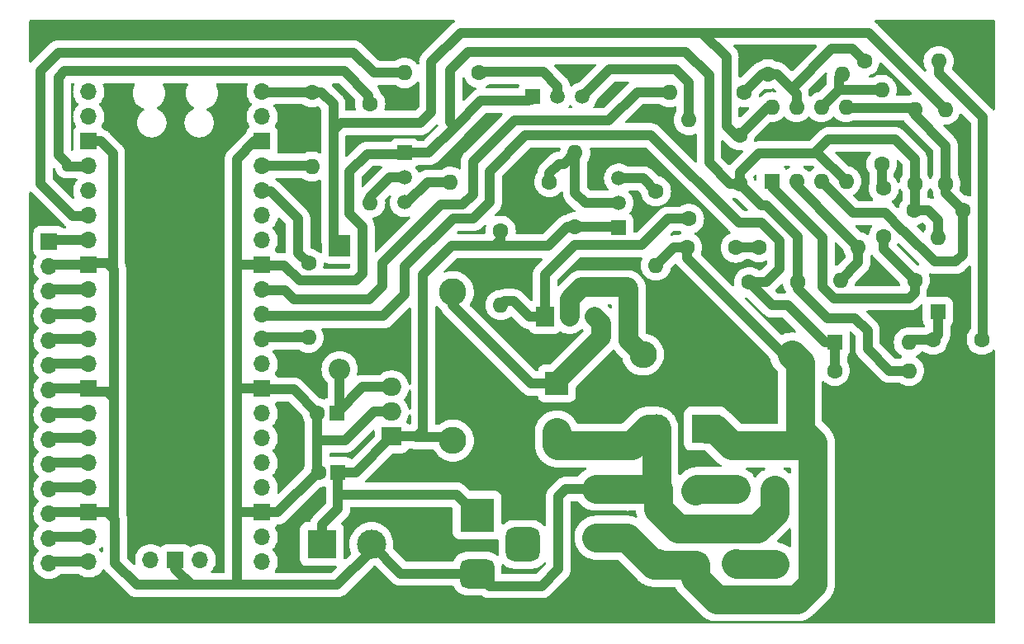
<source format=gbr>
%TF.GenerationSoftware,KiCad,Pcbnew,7.0.11+dfsg-1build4*%
%TF.CreationDate,2025-10-14T16:41:14-05:00*%
%TF.ProjectId,Synchronizer,53796e63-6872-46f6-9e69-7a65722e6b69,rev?*%
%TF.SameCoordinates,Original*%
%TF.FileFunction,Copper,L2,Bot*%
%TF.FilePolarity,Positive*%
%FSLAX46Y46*%
G04 Gerber Fmt 4.6, Leading zero omitted, Abs format (unit mm)*
G04 Created by KiCad (PCBNEW 7.0.11+dfsg-1build4) date 2025-10-14 16:41:14*
%MOMM*%
%LPD*%
G01*
G04 APERTURE LIST*
G04 Aperture macros list*
%AMRoundRect*
0 Rectangle with rounded corners*
0 $1 Rounding radius*
0 $2 $3 $4 $5 $6 $7 $8 $9 X,Y pos of 4 corners*
0 Add a 4 corners polygon primitive as box body*
4,1,4,$2,$3,$4,$5,$6,$7,$8,$9,$2,$3,0*
0 Add four circle primitives for the rounded corners*
1,1,$1+$1,$2,$3*
1,1,$1+$1,$4,$5*
1,1,$1+$1,$6,$7*
1,1,$1+$1,$8,$9*
0 Add four rect primitives between the rounded corners*
20,1,$1+$1,$2,$3,$4,$5,0*
20,1,$1+$1,$4,$5,$6,$7,0*
20,1,$1+$1,$6,$7,$8,$9,0*
20,1,$1+$1,$8,$9,$2,$3,0*%
G04 Aperture macros list end*
%TA.AperFunction,ComponentPad*%
%ADD10O,1.700000X1.700000*%
%TD*%
%TA.AperFunction,ComponentPad*%
%ADD11R,1.700000X1.700000*%
%TD*%
%TA.AperFunction,ComponentPad*%
%ADD12C,1.600000*%
%TD*%
%TA.AperFunction,ComponentPad*%
%ADD13O,1.600000X1.600000*%
%TD*%
%TA.AperFunction,ComponentPad*%
%ADD14R,2.400000X2.400000*%
%TD*%
%TA.AperFunction,ComponentPad*%
%ADD15C,2.400000*%
%TD*%
%TA.AperFunction,ComponentPad*%
%ADD16R,1.600000X1.600000*%
%TD*%
%TA.AperFunction,ComponentPad*%
%ADD17R,2.200000X2.200000*%
%TD*%
%TA.AperFunction,ComponentPad*%
%ADD18O,2.200000X2.200000*%
%TD*%
%TA.AperFunction,ComponentPad*%
%ADD19R,1.500000X1.500000*%
%TD*%
%TA.AperFunction,ComponentPad*%
%ADD20C,1.500000*%
%TD*%
%TA.AperFunction,ComponentPad*%
%ADD21R,3.500000X3.500000*%
%TD*%
%TA.AperFunction,ComponentPad*%
%ADD22RoundRect,0.750000X1.000000X-0.750000X1.000000X0.750000X-1.000000X0.750000X-1.000000X-0.750000X0*%
%TD*%
%TA.AperFunction,ComponentPad*%
%ADD23RoundRect,0.875000X0.875000X-0.875000X0.875000X0.875000X-0.875000X0.875000X-0.875000X-0.875000X0*%
%TD*%
%TA.AperFunction,ComponentPad*%
%ADD24R,3.000000X3.000000*%
%TD*%
%TA.AperFunction,ComponentPad*%
%ADD25C,3.000000*%
%TD*%
%TA.AperFunction,ComponentPad*%
%ADD26C,2.800000*%
%TD*%
%TA.AperFunction,ComponentPad*%
%ADD27O,2.800000X2.800000*%
%TD*%
%TA.AperFunction,ComponentPad*%
%ADD28R,2.000000X1.905000*%
%TD*%
%TA.AperFunction,ComponentPad*%
%ADD29O,2.000000X1.905000*%
%TD*%
%TA.AperFunction,ComponentPad*%
%ADD30R,1.905000X2.000000*%
%TD*%
%TA.AperFunction,ComponentPad*%
%ADD31O,1.905000X2.000000*%
%TD*%
%TA.AperFunction,Conductor*%
%ADD32C,1.000000*%
%TD*%
%TA.AperFunction,Conductor*%
%ADD33C,3.000000*%
%TD*%
%TA.AperFunction,Conductor*%
%ADD34C,2.000000*%
%TD*%
G04 APERTURE END LIST*
D10*
%TO.P,J2,14,Pin_14*%
%TO.N,Net-(J2-Pin_14)*%
X2020000Y-55770000D03*
%TO.P,J2,13,Pin_13*%
%TO.N,Net-(J2-Pin_13)*%
X2020000Y-53230000D03*
%TO.P,J2,12,Pin_12*%
%TO.N,GND*%
X2020000Y-50690000D03*
%TO.P,J2,11,Pin_11*%
%TO.N,Net-(J2-Pin_11)*%
X2020000Y-48150000D03*
%TO.P,J2,10,Pin_10*%
%TO.N,Net-(J2-Pin_10)*%
X2020000Y-45610000D03*
%TO.P,J2,9,Pin_9*%
%TO.N,Net-(J2-Pin_9)*%
X2020000Y-43070000D03*
%TO.P,J2,8,Pin_8*%
%TO.N,Net-(J2-Pin_8)*%
X2020000Y-40530000D03*
%TO.P,J2,7,Pin_7*%
%TO.N,GND*%
X2020000Y-37990000D03*
%TO.P,J2,6,Pin_6*%
%TO.N,Net-(J2-Pin_6)*%
X2020000Y-35450000D03*
%TO.P,J2,5,Pin_5*%
%TO.N,Net-(J2-Pin_5)*%
X2020000Y-32910000D03*
%TO.P,J2,4,Pin_4*%
%TO.N,Net-(J2-Pin_4)*%
X2020000Y-30370000D03*
%TO.P,J2,3,Pin_3*%
%TO.N,Net-(J2-Pin_3)*%
X2020000Y-27830000D03*
%TO.P,J2,2,Pin_2*%
%TO.N,GND*%
X2020000Y-25290000D03*
D11*
%TO.P,J2,1,Pin_1*%
%TO.N,Net-(J2-Pin_1)*%
X2020000Y-22750000D03*
%TD*%
D12*
%TO.P,C8,1*%
%TO.N,Net-(C8-Pad1)*%
X87600000Y-17270000D03*
%TO.P,C8,2*%
%TO.N,Net-(C8-Pad2)*%
X87600000Y-22270000D03*
%TD*%
%TO.P,R1,1*%
%TO.N,Net-(U1-3V3)*%
X28630000Y-25000000D03*
D13*
%TO.P,R1,2*%
%TO.N,Net-(U1-RUN)*%
X28630000Y-32620000D03*
%TD*%
D14*
%TO.P,C10,1*%
%TO.N,Net-(Q3-S)*%
X54102000Y-37338000D03*
D15*
%TO.P,C10,2*%
%TO.N,GND*%
X54102000Y-42338000D03*
%TD*%
D16*
%TO.P,D3,1,K*%
%TO.N,Net-(D3-K)*%
X93160000Y-29990000D03*
D13*
%TO.P,D3,2,A*%
%TO.N,GND*%
X93160000Y-22370000D03*
%TD*%
D12*
%TO.P,R5,1*%
%TO.N,Net-(Q2-C)*%
X64240000Y-17590000D03*
D13*
%TO.P,R5,2*%
%TO.N,Net-(D2-K)*%
X64240000Y-25210000D03*
%TD*%
D12*
%TO.P,R21,1*%
%TO.N,/AMPLITUDE*%
X82590000Y-36010000D03*
D13*
%TO.P,R21,2*%
%TO.N,GND*%
X90210000Y-36010000D03*
%TD*%
D10*
%TO.P,U1,1,GPIO0*%
%TO.N,unconnected-(U1-GPIO0-Pad1)*%
X6100000Y-7390000D03*
%TO.P,U1,2,GPIO1*%
%TO.N,unconnected-(U1-GPIO1-Pad2)*%
X6100000Y-9930000D03*
D11*
%TO.P,U1,3,GND*%
%TO.N,GND*%
X6100000Y-12470000D03*
D10*
%TO.P,U1,4,GPIO2*%
%TO.N,/OSCIL*%
X6100000Y-15010000D03*
%TO.P,U1,5,GPIO3*%
%TO.N,unconnected-(U1-GPIO3-Pad5)*%
X6100000Y-17550000D03*
%TO.P,U1,6,GPIO4*%
%TO.N,/PULSE*%
X6100000Y-20090000D03*
%TO.P,U1,7,GPIO5*%
%TO.N,Net-(J2-Pin_1)*%
X6100000Y-22630000D03*
D11*
%TO.P,U1,8,GND*%
%TO.N,GND*%
X6100000Y-25170000D03*
D10*
%TO.P,U1,9,GPIO6*%
%TO.N,Net-(J2-Pin_3)*%
X6100000Y-27710000D03*
%TO.P,U1,10,GPIO7*%
%TO.N,Net-(J2-Pin_4)*%
X6100000Y-30250000D03*
%TO.P,U1,11,GPIO8*%
%TO.N,Net-(J2-Pin_5)*%
X6100000Y-32790000D03*
%TO.P,U1,12,GPIO9*%
%TO.N,Net-(J2-Pin_6)*%
X6100000Y-35330000D03*
D11*
%TO.P,U1,13,GND*%
%TO.N,GND*%
X6100000Y-37870000D03*
D10*
%TO.P,U1,14,GPIO10*%
%TO.N,Net-(J2-Pin_8)*%
X6100000Y-40410000D03*
%TO.P,U1,15,GPIO11*%
%TO.N,Net-(J2-Pin_9)*%
X6100000Y-42950000D03*
%TO.P,U1,16,GPIO12*%
%TO.N,Net-(J2-Pin_10)*%
X6100000Y-45490000D03*
%TO.P,U1,17,GPIO13*%
%TO.N,Net-(J2-Pin_11)*%
X6100000Y-48030000D03*
D11*
%TO.P,U1,18,GND*%
%TO.N,GND*%
X6100000Y-50570000D03*
D10*
%TO.P,U1,19,GPIO14*%
%TO.N,Net-(J2-Pin_13)*%
X6100000Y-53110000D03*
%TO.P,U1,20,GPIO15*%
%TO.N,Net-(J2-Pin_14)*%
X6100000Y-55650000D03*
%TO.P,U1,21,GPIO16*%
%TO.N,unconnected-(U1-GPIO16-Pad21)*%
X23880000Y-55650000D03*
%TO.P,U1,22,GPIO17*%
%TO.N,unconnected-(U1-GPIO17-Pad22)*%
X23880000Y-53110000D03*
D11*
%TO.P,U1,23,GND*%
%TO.N,GND*%
X23880000Y-50570000D03*
D10*
%TO.P,U1,24,GPIO18*%
%TO.N,unconnected-(U1-GPIO18-Pad24)*%
X23880000Y-48030000D03*
%TO.P,U1,25,GPIO19*%
%TO.N,unconnected-(U1-GPIO19-Pad25)*%
X23880000Y-45490000D03*
%TO.P,U1,26,GPIO20*%
%TO.N,unconnected-(U1-GPIO20-Pad26)*%
X23880000Y-42950000D03*
%TO.P,U1,27,GPIO21*%
%TO.N,unconnected-(U1-GPIO21-Pad27)*%
X23880000Y-40410000D03*
D11*
%TO.P,U1,28,GND*%
%TO.N,GND*%
X23880000Y-37870000D03*
D10*
%TO.P,U1,29,GPIO22*%
%TO.N,unconnected-(U1-GPIO22-Pad29)*%
X23880000Y-35330000D03*
%TO.P,U1,30,RUN*%
%TO.N,Net-(U1-RUN)*%
X23880000Y-32790000D03*
%TO.P,U1,31,GPIO26_ADC0*%
%TO.N,/AMPLITUDE*%
X23880000Y-30250000D03*
%TO.P,U1,32,GPIO27_ADC1*%
%TO.N,/OSC_SIGNAL*%
X23880000Y-27710000D03*
D11*
%TO.P,U1,33,AGND*%
%TO.N,GND*%
X23880000Y-25170000D03*
D10*
%TO.P,U1,34,GPIO28_ADC2*%
%TO.N,unconnected-(U1-GPIO28_ADC2-Pad34)*%
X23880000Y-22630000D03*
%TO.P,U1,35,ADC_VREF*%
%TO.N,unconnected-(U1-ADC_VREF-Pad35)*%
X23880000Y-20090000D03*
%TO.P,U1,36,3V3*%
%TO.N,Net-(U1-3V3)*%
X23880000Y-17550000D03*
%TO.P,U1,37,3V3_EN*%
%TO.N,Net-(U1-3V3_EN)*%
X23880000Y-15010000D03*
D11*
%TO.P,U1,38,GND*%
%TO.N,GND*%
X23880000Y-12470000D03*
D10*
%TO.P,U1,39,VSYS*%
%TO.N,unconnected-(U1-VSYS-Pad39)*%
X23880000Y-9930000D03*
%TO.P,U1,40,VBUS*%
%TO.N,Net-(D1-K)*%
X23880000Y-7390000D03*
%TO.P,U1,41,SWCLK*%
%TO.N,unconnected-(U1-SWCLK-Pad41)*%
X12450000Y-55420000D03*
D11*
%TO.P,U1,42,GND*%
%TO.N,GND*%
X14990000Y-55420000D03*
D10*
%TO.P,U1,43,SWDIO*%
%TO.N,unconnected-(U1-SWDIO-Pad43)*%
X17530000Y-55420000D03*
%TD*%
D12*
%TO.P,R16,1*%
%TO.N,Net-(R16-Pad1)*%
X75750000Y-5560000D03*
D13*
%TO.P,R16,2*%
%TO.N,Net-(U3B--)*%
X83370000Y-5560000D03*
%TD*%
D12*
%TO.P,C4,1*%
%TO.N,Net-(D2-K)*%
X58140000Y-53150000D03*
%TO.P,C4,2*%
%TO.N,GND*%
X58140000Y-48150000D03*
%TD*%
%TO.P,C11,1*%
%TO.N,Net-(C11-Pad1)*%
X97660000Y-32810000D03*
%TO.P,C11,2*%
%TO.N,Net-(D3-K)*%
X92660000Y-32810000D03*
%TD*%
%TO.P,R9,1*%
%TO.N,Net-(Q3-G)*%
X67630000Y-20420000D03*
D13*
%TO.P,R9,2*%
%TO.N,Net-(Q4-C)*%
X67630000Y-10260000D03*
%TD*%
D17*
%TO.P,D2,1,K*%
%TO.N,Net-(D2-K)*%
X68300000Y-55950000D03*
D18*
%TO.P,D2,2,A*%
%TO.N,Net-(D2-A)*%
X68300000Y-48330000D03*
%TD*%
D12*
%TO.P,R13,1*%
%TO.N,Net-(U3A-+)*%
X93940000Y-16790000D03*
D13*
%TO.P,R13,2*%
%TO.N,Net-(D1-K)*%
X93940000Y-9170000D03*
%TD*%
D12*
%TO.P,R15,1*%
%TO.N,Net-(C8-Pad1)*%
X87390000Y-14790000D03*
D13*
%TO.P,R15,2*%
%TO.N,Net-(U3B--)*%
X87390000Y-7170000D03*
%TD*%
D12*
%TO.P,R12,1*%
%TO.N,GND*%
X90800000Y-16790000D03*
D13*
%TO.P,R12,2*%
%TO.N,Net-(U3A-+)*%
X90800000Y-9170000D03*
%TD*%
D19*
%TO.P,Q2,1,E*%
%TO.N,+12V*%
X60430000Y-21330000D03*
D20*
%TO.P,Q2,2,B*%
%TO.N,Net-(Q2-B)*%
X60430000Y-18790000D03*
%TO.P,Q2,3,C*%
%TO.N,Net-(Q2-C)*%
X60430000Y-16250000D03*
%TD*%
D12*
%TO.P,R18,1*%
%TO.N,Net-(D2-K)*%
X64450000Y-55750000D03*
D13*
%TO.P,R18,2*%
%TO.N,GND*%
X64450000Y-48130000D03*
%TD*%
D12*
%TO.P,R7,1*%
%TO.N,Net-(Q4-B)*%
X46110000Y-5440000D03*
D13*
%TO.P,R7,2*%
%TO.N,/PULSE*%
X38490000Y-5440000D03*
%TD*%
D12*
%TO.P,C9,1*%
%TO.N,/AMPLITUDE*%
X73830000Y-26930000D03*
%TO.P,C9,2*%
%TO.N,GND*%
X78830000Y-26930000D03*
%TD*%
D16*
%TO.P,C2,1*%
%TO.N,+5V*%
X31520000Y-40370000D03*
D12*
%TO.P,C2,2*%
%TO.N,GND*%
X29520000Y-40370000D03*
%TD*%
D21*
%TO.P,J4,1*%
%TO.N,+12V*%
X45920000Y-50840000D03*
D22*
%TO.P,J4,2*%
%TO.N,GND*%
X45920000Y-56840000D03*
D23*
%TO.P,J4,3*%
%TO.N,unconnected-(J4-Pad3)*%
X50620000Y-53840000D03*
%TD*%
D16*
%TO.P,D4,1,K*%
%TO.N,/AMPLITUDE*%
X82580000Y-33110000D03*
D13*
%TO.P,D4,2,A*%
%TO.N,Net-(D3-K)*%
X90200000Y-33110000D03*
%TD*%
D12*
%TO.P,R11,1*%
%TO.N,Net-(C6-Pad2)*%
X74820000Y-23310000D03*
D13*
%TO.P,R11,2*%
%TO.N,Net-(U3A--)*%
X84980000Y-23310000D03*
%TD*%
D19*
%TO.P,Q1,1,E*%
%TO.N,GND*%
X38480000Y-13650000D03*
D20*
%TO.P,Q1,2,B*%
%TO.N,Net-(Q1-B)*%
X38480000Y-16190000D03*
%TO.P,Q1,3,C*%
%TO.N,Net-(Q1-C)*%
X38480000Y-18730000D03*
%TD*%
D12*
%TO.P,C3,1*%
%TO.N,Net-(D2-K)*%
X61270000Y-53150000D03*
%TO.P,C3,2*%
%TO.N,GND*%
X61270000Y-48150000D03*
%TD*%
%TO.P,C5,1*%
%TO.N,Net-(D1-K)*%
X72840000Y-11820000D03*
%TO.P,C5,2*%
%TO.N,GND*%
X72840000Y-16820000D03*
%TD*%
D24*
%TO.P,J1,1,Pin_1*%
%TO.N,+12V*%
X30000000Y-53820000D03*
D25*
%TO.P,J1,2,Pin_2*%
%TO.N,GND*%
X35080000Y-53820000D03*
%TD*%
D26*
%TO.P,R6,1*%
%TO.N,Net-(D2-K)*%
X78170000Y-34350000D03*
D27*
%TO.P,R6,2*%
%TO.N,Net-(Q3-D)*%
X62930000Y-34350000D03*
%TD*%
D12*
%TO.P,R19,1*%
%TO.N,Net-(R16-Pad1)*%
X85630000Y-4220000D03*
D13*
%TO.P,R19,2*%
%TO.N,Net-(C11-Pad1)*%
X93250000Y-4220000D03*
%TD*%
D16*
%TO.P,C1,1*%
%TO.N,+12V*%
X31660000Y-46440000D03*
D12*
%TO.P,C1,2*%
%TO.N,GND*%
X29660000Y-46440000D03*
%TD*%
%TO.P,R14,1*%
%TO.N,Net-(C8-Pad2)*%
X90770000Y-26710000D03*
D13*
%TO.P,R14,2*%
%TO.N,Net-(U3A--)*%
X83150000Y-26710000D03*
%TD*%
D12*
%TO.P,R8,1*%
%TO.N,+12V*%
X55970000Y-21260000D03*
D13*
%TO.P,R8,2*%
%TO.N,Net-(Q2-B)*%
X55970000Y-13640000D03*
%TD*%
D12*
%TO.P,R10,1*%
%TO.N,+12V*%
X48330000Y-21650000D03*
D13*
%TO.P,R10,2*%
%TO.N,Net-(Q3-G)*%
X48330000Y-29270000D03*
%TD*%
D12*
%TO.P,R20,1*%
%TO.N,Net-(R16-Pad1)*%
X73270000Y-7410000D03*
D13*
%TO.P,R20,2*%
%TO.N,/OSC_SIGNAL*%
X65650000Y-7410000D03*
%TD*%
D19*
%TO.P,Q4,1,E*%
%TO.N,GND*%
X51650000Y-7840000D03*
D20*
%TO.P,Q4,2,B*%
%TO.N,Net-(Q4-B)*%
X54190000Y-7840000D03*
%TO.P,Q4,3,C*%
%TO.N,Net-(Q4-C)*%
X56730000Y-7840000D03*
%TD*%
D17*
%TO.P,D6,1,K*%
%TO.N,Net-(D5-A)*%
X76390000Y-55840000D03*
D18*
%TO.P,D6,2,A*%
%TO.N,GND*%
X76390000Y-48220000D03*
%TD*%
D16*
%TO.P,U3,1*%
%TO.N,Net-(C8-Pad2)*%
X76130000Y-16560000D03*
D13*
%TO.P,U3,2,-*%
%TO.N,Net-(U3A--)*%
X78670000Y-16560000D03*
%TO.P,U3,3,+*%
%TO.N,Net-(U3A-+)*%
X81210000Y-16560000D03*
%TO.P,U3,4,V-*%
%TO.N,GND*%
X83750000Y-16560000D03*
%TO.P,U3,5,+*%
%TO.N,Net-(U3A-+)*%
X83750000Y-8940000D03*
%TO.P,U3,6,-*%
%TO.N,Net-(U3B--)*%
X81210000Y-8940000D03*
%TO.P,U3,7*%
%TO.N,Net-(R16-Pad1)*%
X78670000Y-8940000D03*
%TO.P,U3,8,V+*%
%TO.N,Net-(D1-K)*%
X76130000Y-8940000D03*
%TD*%
D12*
%TO.P,R3,1*%
%TO.N,/OSCIL*%
X34950000Y-8620000D03*
D13*
%TO.P,R3,2*%
%TO.N,Net-(Q1-B)*%
X34950000Y-18780000D03*
%TD*%
D26*
%TO.P,R17,1*%
%TO.N,Net-(Q3-S)*%
X43434000Y-27940000D03*
D27*
%TO.P,R17,2*%
%TO.N,+12V*%
X43434000Y-43180000D03*
%TD*%
D12*
%TO.P,C6,1*%
%TO.N,Net-(D2-K)*%
X67440000Y-23370000D03*
%TO.P,C6,2*%
%TO.N,Net-(C6-Pad2)*%
X72440000Y-23370000D03*
%TD*%
D24*
%TO.P,J5,1,Pin_1*%
%TO.N,Net-(D2-K)*%
X69380000Y-41960000D03*
D25*
%TO.P,J5,2,Pin_2*%
%TO.N,GND*%
X64300000Y-41960000D03*
%TD*%
D17*
%TO.P,D5,1,K*%
%TO.N,Net-(D2-A)*%
X72430000Y-48160000D03*
D18*
%TO.P,D5,2,A*%
%TO.N,Net-(D5-A)*%
X72430000Y-55780000D03*
%TD*%
D12*
%TO.P,C7,1*%
%TO.N,Net-(U3A-+)*%
X95710000Y-19540000D03*
%TO.P,C7,2*%
%TO.N,GND*%
X90710000Y-19540000D03*
%TD*%
D17*
%TO.P,D1,1,K*%
%TO.N,Net-(D1-K)*%
X31830000Y-23160000D03*
D18*
%TO.P,D1,2,A*%
%TO.N,+5V*%
X31830000Y-35860000D03*
%TD*%
D12*
%TO.P,R2,1*%
%TO.N,Net-(D1-K)*%
X28990000Y-7430000D03*
D13*
%TO.P,R2,2*%
%TO.N,Net-(U1-3V3_EN)*%
X28990000Y-15050000D03*
%TD*%
D28*
%TO.P,U2,1,VI*%
%TO.N,+12V*%
X37170000Y-42780000D03*
D29*
%TO.P,U2,2,GND*%
%TO.N,GND*%
X37170000Y-40240000D03*
%TO.P,U2,3,VO*%
%TO.N,+5V*%
X37170000Y-37700000D03*
%TD*%
D12*
%TO.P,R4,1*%
%TO.N,Net-(Q2-B)*%
X53330000Y-16620000D03*
D13*
%TO.P,R4,2*%
%TO.N,Net-(Q1-C)*%
X43170000Y-16620000D03*
%TD*%
D30*
%TO.P,Q3,1,G*%
%TO.N,Net-(Q3-G)*%
X52870000Y-30480000D03*
D31*
%TO.P,Q3,2,D*%
%TO.N,Net-(Q3-D)*%
X55410000Y-30480000D03*
%TO.P,Q3,3,S*%
%TO.N,Net-(Q3-S)*%
X57950000Y-30480000D03*
%TD*%
D32*
%TO.N,Net-(D3-K)*%
X92660000Y-32810000D02*
X90500000Y-32810000D01*
X90500000Y-32810000D02*
X90200000Y-33110000D01*
%TO.N,Net-(J2-Pin_1)*%
X6100000Y-22630000D02*
X2140000Y-22630000D01*
X2140000Y-22630000D02*
X2020000Y-22750000D01*
%TO.N,GND*%
X6100000Y-25170000D02*
X2140000Y-25170000D01*
X2140000Y-25170000D02*
X2020000Y-25290000D01*
%TO.N,Net-(J2-Pin_3)*%
X6100000Y-27710000D02*
X2140000Y-27710000D01*
X2140000Y-27710000D02*
X2020000Y-27830000D01*
%TO.N,Net-(J2-Pin_4)*%
X6100000Y-30250000D02*
X2140000Y-30250000D01*
X2140000Y-30250000D02*
X2020000Y-30370000D01*
%TO.N,Net-(J2-Pin_5)*%
X6100000Y-32790000D02*
X2140000Y-32790000D01*
X2140000Y-32790000D02*
X2020000Y-32910000D01*
%TO.N,Net-(J2-Pin_6)*%
X6100000Y-35330000D02*
X2140000Y-35330000D01*
X2140000Y-35330000D02*
X2020000Y-35450000D01*
%TO.N,GND*%
X6100000Y-37870000D02*
X2140000Y-37870000D01*
X2140000Y-37870000D02*
X2020000Y-37990000D01*
%TO.N,Net-(J2-Pin_8)*%
X6100000Y-40410000D02*
X2140000Y-40410000D01*
X2140000Y-40410000D02*
X2020000Y-40530000D01*
%TO.N,Net-(J2-Pin_9)*%
X6100000Y-42950000D02*
X2140000Y-42950000D01*
X2140000Y-42950000D02*
X2020000Y-43070000D01*
%TO.N,Net-(J2-Pin_10)*%
X6100000Y-45490000D02*
X2140000Y-45490000D01*
X2140000Y-45490000D02*
X2020000Y-45610000D01*
%TO.N,Net-(J2-Pin_11)*%
X6100000Y-48030000D02*
X2140000Y-48030000D01*
X2140000Y-48030000D02*
X2020000Y-48150000D01*
%TO.N,GND*%
X6100000Y-50570000D02*
X2140000Y-50570000D01*
X2140000Y-50570000D02*
X2020000Y-50690000D01*
%TO.N,Net-(J2-Pin_13)*%
X6100000Y-53110000D02*
X2140000Y-53110000D01*
X2140000Y-53110000D02*
X2020000Y-53230000D01*
%TO.N,Net-(J2-Pin_14)*%
X6100000Y-55650000D02*
X2140000Y-55650000D01*
X2140000Y-55650000D02*
X2020000Y-55770000D01*
%TO.N,+12V*%
X39720000Y-42780000D02*
X37170000Y-42780000D01*
X55180000Y-21260000D02*
X53230000Y-23210000D01*
X43434000Y-43180000D02*
X43094000Y-42840000D01*
X31660000Y-48950000D02*
X31660000Y-46440000D01*
X30000000Y-51840000D02*
X31660000Y-50180000D01*
X40386000Y-26104000D02*
X40386000Y-42114000D01*
X31660000Y-50180000D02*
X31660000Y-48950000D01*
X60430000Y-21330000D02*
X60320000Y-21220000D01*
X31660000Y-46440000D02*
X33510000Y-46440000D01*
X30000000Y-53820000D02*
X30000000Y-51840000D01*
X40386000Y-42114000D02*
X39720000Y-42780000D01*
X48330000Y-21650000D02*
X48330000Y-22570000D01*
X56010000Y-21220000D02*
X55970000Y-21260000D01*
X31870000Y-48740000D02*
X43820000Y-48740000D01*
X48330000Y-22570000D02*
X47690000Y-23210000D01*
X60320000Y-21220000D02*
X56010000Y-21220000D01*
X55970000Y-21260000D02*
X55180000Y-21260000D01*
X47690000Y-23210000D02*
X43280000Y-23210000D01*
X43280000Y-23210000D02*
X40386000Y-26104000D01*
X43094000Y-42840000D02*
X39660000Y-42840000D01*
X33510000Y-46440000D02*
X37170000Y-42780000D01*
X43820000Y-48740000D02*
X45920000Y-50840000D01*
X31660000Y-48950000D02*
X31870000Y-48740000D01*
X53230000Y-23210000D02*
X47690000Y-23210000D01*
%TO.N,GND*%
X29520000Y-40370000D02*
X27100000Y-37950000D01*
X29560000Y-46440000D02*
X29660000Y-46440000D01*
X33480000Y-26760000D02*
X27740000Y-26760000D01*
X85950000Y-31880000D02*
X84670000Y-30600000D01*
X40960000Y-13650000D02*
X38480000Y-13650000D01*
D33*
X61290000Y-48130000D02*
X61270000Y-48150000D01*
D32*
X34150000Y-21240000D02*
X34150000Y-26090000D01*
X92140000Y-19540000D02*
X90710000Y-19540000D01*
X81820000Y-30600000D02*
X78830000Y-27610000D01*
X6320000Y-24950000D02*
X6100000Y-25170000D01*
X38370000Y-13760000D02*
X34650000Y-13760000D01*
X34650000Y-13760000D02*
X32810000Y-15600000D01*
X51650000Y-7840000D02*
X51190000Y-8300000D01*
X71870000Y-16820000D02*
X72840000Y-16820000D01*
X46310000Y-8300000D02*
X43625000Y-10985000D01*
X85950000Y-33750000D02*
X85950000Y-31880000D01*
X45920000Y-56840000D02*
X47200000Y-58120000D01*
X75030000Y-19010000D02*
X72840000Y-16820000D01*
X8700000Y-38830000D02*
X8700000Y-25610000D01*
X78830000Y-26930000D02*
X78830000Y-22230000D01*
X93160000Y-22370000D02*
X93160000Y-20560000D01*
X32360000Y-43200000D02*
X35320000Y-40240000D01*
X84670000Y-30600000D02*
X81820000Y-30600000D01*
X51650000Y-8050000D02*
X51650000Y-7840000D01*
X26160000Y-25180000D02*
X23890000Y-25180000D01*
X21300000Y-25070000D02*
X21300000Y-14260000D01*
X54230000Y-56410000D02*
X54230000Y-48910000D01*
X35320000Y-40240000D02*
X37170000Y-40240000D01*
X82440000Y-12250000D02*
X81940000Y-12250000D01*
X14990000Y-56390000D02*
X16620000Y-58020000D01*
X81940000Y-12250000D02*
X80690000Y-13500000D01*
X32810000Y-15600000D02*
X32810000Y-19900000D01*
X78830000Y-27610000D02*
X78830000Y-26930000D01*
X8040000Y-38190000D02*
X6420000Y-38190000D01*
D33*
X64450000Y-48130000D02*
X61290000Y-48130000D01*
D32*
X8800000Y-51260000D02*
X8690000Y-51150000D01*
X23960000Y-37950000D02*
X23880000Y-37870000D01*
X32810000Y-19900000D02*
X34150000Y-21240000D01*
X90800000Y-14280000D02*
X88770000Y-12250000D01*
X29520000Y-40370000D02*
X29520000Y-43200000D01*
D33*
X66510000Y-52230000D02*
X64450000Y-50170000D01*
D32*
X23890000Y-25180000D02*
X23880000Y-25170000D01*
X69700000Y-14650000D02*
X71870000Y-16820000D01*
X90800000Y-16790000D02*
X90800000Y-14280000D01*
X21300000Y-14260000D02*
X23090000Y-12470000D01*
X8560000Y-13710000D02*
X7320000Y-12470000D01*
X8690000Y-38840000D02*
X8700000Y-38830000D01*
D33*
X76390000Y-48220000D02*
X76390000Y-50510000D01*
D32*
X83750000Y-16560000D02*
X80690000Y-13500000D01*
X44990000Y-3270000D02*
X67280000Y-3270000D01*
D33*
X61730000Y-43680000D02*
X63450000Y-41960000D01*
D32*
X21300000Y-37620000D02*
X21300000Y-25070000D01*
X31550000Y-58020000D02*
X35080000Y-54490000D01*
D33*
X64450000Y-50170000D02*
X64450000Y-48130000D01*
D32*
X29520000Y-46300000D02*
X29660000Y-46440000D01*
X16620000Y-58020000D02*
X21300000Y-58020000D01*
X27740000Y-26760000D02*
X26160000Y-25180000D01*
X43625000Y-10985000D02*
X43140000Y-10500000D01*
X90800000Y-16790000D02*
X90800000Y-19450000D01*
X43140000Y-5120000D02*
X44990000Y-3270000D01*
X93160000Y-20560000D02*
X92140000Y-19540000D01*
D33*
X63450000Y-41960000D02*
X64300000Y-41960000D01*
D32*
X8700000Y-25610000D02*
X8040000Y-24950000D01*
X90210000Y-36010000D02*
X88210000Y-36010000D01*
X43625000Y-10985000D02*
X40960000Y-13650000D01*
D33*
X74670000Y-52230000D02*
X66510000Y-52230000D01*
X76390000Y-50510000D02*
X74670000Y-52230000D01*
D32*
X38100000Y-56840000D02*
X45920000Y-56840000D01*
X21300000Y-50230000D02*
X21300000Y-37620000D01*
X8560000Y-25470000D02*
X8560000Y-13710000D01*
X35080000Y-54490000D02*
X35080000Y-53820000D01*
X90800000Y-19450000D02*
X90710000Y-19540000D01*
X23880000Y-50570000D02*
X21640000Y-50570000D01*
X23880000Y-37870000D02*
X21550000Y-37870000D01*
X8690000Y-51150000D02*
X8690000Y-38840000D01*
D33*
X64300000Y-41960000D02*
X64300000Y-47980000D01*
D32*
X21550000Y-37870000D02*
X21300000Y-37620000D01*
X21640000Y-50570000D02*
X21300000Y-50230000D01*
X23880000Y-25170000D02*
X21400000Y-25170000D01*
X11020000Y-58020000D02*
X8800000Y-55800000D01*
D33*
X54102000Y-43608000D02*
X54174000Y-43680000D01*
D32*
X23880000Y-50570000D02*
X25430000Y-50570000D01*
D33*
X61270000Y-48150000D02*
X58140000Y-48150000D01*
D32*
X52520000Y-58120000D02*
X54230000Y-56410000D01*
D33*
X64300000Y-47980000D02*
X64450000Y-48130000D01*
D32*
X43140000Y-10500000D02*
X43140000Y-5120000D01*
X8800000Y-55800000D02*
X8800000Y-51260000D01*
X29520000Y-43200000D02*
X32360000Y-43200000D01*
X27100000Y-37950000D02*
X23960000Y-37950000D01*
X6420000Y-38190000D02*
X6100000Y-37870000D01*
X38480000Y-13650000D02*
X38370000Y-13760000D01*
X8800000Y-51260000D02*
X8040000Y-50500000D01*
X21300000Y-58020000D02*
X21300000Y-50230000D01*
X47200000Y-58120000D02*
X52520000Y-58120000D01*
D33*
X54102000Y-42338000D02*
X54102000Y-43608000D01*
D32*
X23090000Y-12470000D02*
X23880000Y-12470000D01*
X78830000Y-22230000D02*
X75610000Y-19010000D01*
X54990000Y-48150000D02*
X58140000Y-48150000D01*
X51190000Y-8300000D02*
X46310000Y-8300000D01*
X21300000Y-58020000D02*
X31550000Y-58020000D01*
X82440000Y-12250000D02*
X88770000Y-12250000D01*
X16620000Y-58020000D02*
X11020000Y-58020000D01*
X8040000Y-24950000D02*
X6320000Y-24950000D01*
X25430000Y-50570000D02*
X29560000Y-46440000D01*
X29520000Y-43200000D02*
X29520000Y-46300000D01*
X21400000Y-25170000D02*
X21300000Y-25070000D01*
X8700000Y-25610000D02*
X8560000Y-25470000D01*
D33*
X54174000Y-43680000D02*
X61730000Y-43680000D01*
D32*
X14990000Y-55420000D02*
X14990000Y-56390000D01*
X69700000Y-5690000D02*
X69700000Y-14650000D01*
X54230000Y-48910000D02*
X54990000Y-48150000D01*
X67280000Y-3270000D02*
X69700000Y-5690000D01*
X75610000Y-19010000D02*
X75030000Y-19010000D01*
X7320000Y-12470000D02*
X6100000Y-12470000D01*
X80480000Y-13710000D02*
X74800000Y-13710000D01*
X35080000Y-53820000D02*
X38100000Y-56840000D01*
X6170000Y-50500000D02*
X6100000Y-50570000D01*
X51510000Y-8190000D02*
X51650000Y-8050000D01*
X8690000Y-38840000D02*
X8040000Y-38190000D01*
X88210000Y-36010000D02*
X85950000Y-33750000D01*
X74800000Y-13710000D02*
X72840000Y-15670000D01*
X8040000Y-50500000D02*
X6170000Y-50500000D01*
X72840000Y-15670000D02*
X72840000Y-16820000D01*
X34150000Y-26090000D02*
X33480000Y-26760000D01*
X80690000Y-13500000D02*
X80480000Y-13710000D01*
%TO.N,+5V*%
X34190000Y-37700000D02*
X31520000Y-40370000D01*
X31830000Y-40060000D02*
X31520000Y-40370000D01*
X37170000Y-37700000D02*
X34190000Y-37700000D01*
X31830000Y-35860000D02*
X31830000Y-40060000D01*
D33*
%TO.N,Net-(D2-K)*%
X64450000Y-55750000D02*
X63870000Y-55750000D01*
X80070000Y-43710000D02*
X72030000Y-43710000D01*
X78730000Y-59490000D02*
X80340000Y-57880000D01*
D32*
X67440000Y-23370000D02*
X66080000Y-23370000D01*
D33*
X68300000Y-55950000D02*
X64070000Y-55950000D01*
D32*
X66080000Y-23370000D02*
X64240000Y-25210000D01*
D33*
X68300000Y-55950000D02*
X68300000Y-57310000D01*
X80340000Y-43440000D02*
X79020000Y-42120000D01*
X68300000Y-57310000D02*
X70480000Y-59490000D01*
X70280000Y-41960000D02*
X69380000Y-41960000D01*
D32*
X67440000Y-24440000D02*
X77350000Y-34350000D01*
D33*
X79020000Y-42120000D02*
X79020000Y-35200000D01*
X72030000Y-43710000D02*
X70280000Y-41960000D01*
D32*
X77350000Y-34350000D02*
X78170000Y-34350000D01*
D33*
X58140000Y-53150000D02*
X61270000Y-53150000D01*
X64070000Y-55950000D02*
X63870000Y-55750000D01*
X70480000Y-59490000D02*
X78730000Y-59490000D01*
D32*
X67440000Y-23370000D02*
X67440000Y-24440000D01*
D33*
X63870000Y-55750000D02*
X61270000Y-53150000D01*
X80340000Y-57880000D02*
X80340000Y-43440000D01*
X79020000Y-35200000D02*
X78170000Y-34350000D01*
X80340000Y-43440000D02*
X80070000Y-43710000D01*
D32*
%TO.N,Net-(D1-K)*%
X75720000Y-8940000D02*
X72840000Y-11820000D01*
X41220000Y-9450000D02*
X41220000Y-4320000D01*
X69000000Y-1300000D02*
X86060000Y-1300000D01*
X23880000Y-7390000D02*
X23890000Y-7400000D01*
X71480000Y-3780000D02*
X71480000Y-10900000D01*
X31940000Y-10560000D02*
X31170000Y-11330000D01*
X40110000Y-10560000D02*
X31940000Y-10560000D01*
X71480000Y-10900000D02*
X72400000Y-11820000D01*
X72400000Y-11820000D02*
X72840000Y-11820000D01*
X44240000Y-1300000D02*
X69000000Y-1300000D01*
X86060000Y-1300000D02*
X93930000Y-9170000D01*
X23890000Y-7400000D02*
X28960000Y-7400000D01*
X31170000Y-11330000D02*
X31170000Y-8630000D01*
X28960000Y-7400000D02*
X28990000Y-7430000D01*
X76130000Y-8940000D02*
X75720000Y-8940000D01*
X93930000Y-9170000D02*
X93940000Y-9170000D01*
X40110000Y-10560000D02*
X41220000Y-9450000D01*
X41220000Y-4320000D02*
X44240000Y-1300000D01*
X69000000Y-1300000D02*
X71480000Y-3780000D01*
X31170000Y-22500000D02*
X31170000Y-11330000D01*
X29970000Y-7430000D02*
X28990000Y-7430000D01*
X31830000Y-23160000D02*
X31170000Y-22500000D01*
X31170000Y-8630000D02*
X29970000Y-7430000D01*
%TO.N,Net-(C6-Pad2)*%
X72500000Y-23310000D02*
X72440000Y-23370000D01*
X74820000Y-23310000D02*
X72500000Y-23310000D01*
%TO.N,Net-(U3A-+)*%
X93940000Y-12900000D02*
X93940000Y-16790000D01*
X89570000Y-21620000D02*
X89610000Y-21620000D01*
X90800000Y-9170000D02*
X90660000Y-9030000D01*
X90800000Y-9170000D02*
X90800000Y-9760000D01*
X84480000Y-19830000D02*
X87780000Y-19830000D01*
X92810000Y-24820000D02*
X94970000Y-24820000D01*
X89610000Y-21620000D02*
X92810000Y-24820000D01*
X90660000Y-9030000D02*
X83840000Y-9030000D01*
X93940000Y-16790000D02*
X93940000Y-17770000D01*
X95710000Y-24080000D02*
X95710000Y-19540000D01*
X94970000Y-24820000D02*
X95710000Y-24080000D01*
X87780000Y-19830000D02*
X89570000Y-21620000D01*
X83840000Y-9030000D02*
X83750000Y-8940000D01*
X93940000Y-17770000D02*
X95710000Y-19540000D01*
X90800000Y-9760000D02*
X93940000Y-12900000D01*
X81210000Y-16560000D02*
X84480000Y-19830000D01*
%TO.N,Net-(C8-Pad1)*%
X87390000Y-17060000D02*
X87600000Y-17270000D01*
X87390000Y-14790000D02*
X87390000Y-17060000D01*
%TO.N,Net-(C8-Pad2)*%
X87600000Y-22270000D02*
X87600000Y-23540000D01*
X90230000Y-28570000D02*
X90770000Y-28030000D01*
X90770000Y-28030000D02*
X90770000Y-26710000D01*
X87600000Y-23540000D02*
X90770000Y-26710000D01*
X81310000Y-22310000D02*
X81310000Y-27400000D01*
X82480000Y-28570000D02*
X90230000Y-28570000D01*
X81310000Y-27400000D02*
X82480000Y-28570000D01*
X76130000Y-17130000D02*
X81310000Y-22310000D01*
X76130000Y-16560000D02*
X76130000Y-17130000D01*
%TO.N,/AMPLITUDE*%
X73830000Y-26930000D02*
X76200000Y-29300000D01*
X76200000Y-29300000D02*
X77730000Y-29300000D01*
X24030000Y-30400000D02*
X23880000Y-30250000D01*
X75530000Y-26930000D02*
X76930000Y-25530000D01*
X38510000Y-28200000D02*
X36310000Y-30400000D01*
X76930000Y-25530000D02*
X76930000Y-22700000D01*
X50880000Y-11850000D02*
X47200000Y-15530000D01*
X72740000Y-20850000D02*
X63740000Y-11850000D01*
X77730000Y-29300000D02*
X81540000Y-33110000D01*
X73830000Y-26930000D02*
X75530000Y-26930000D01*
X63740000Y-11850000D02*
X50880000Y-11850000D01*
X47200000Y-15530000D02*
X47200000Y-18730000D01*
X82580000Y-33110000D02*
X82580000Y-36000000D01*
X47200000Y-18730000D02*
X45540000Y-20390000D01*
X45540000Y-20390000D02*
X43460000Y-20390000D01*
X82580000Y-36000000D02*
X82590000Y-36010000D01*
X38510000Y-25340000D02*
X38510000Y-28200000D01*
X81540000Y-33110000D02*
X82580000Y-33110000D01*
X43460000Y-20390000D02*
X38510000Y-25340000D01*
X76930000Y-22700000D02*
X75080000Y-20850000D01*
X36310000Y-30400000D02*
X24030000Y-30400000D01*
X75080000Y-20850000D02*
X72740000Y-20850000D01*
D34*
%TO.N,Net-(Q3-S)*%
X54102000Y-37158000D02*
X54102000Y-37338000D01*
X57950000Y-30480000D02*
X58650000Y-31180000D01*
D32*
X43434000Y-29314000D02*
X43434000Y-27940000D01*
D34*
X58650000Y-32610000D02*
X54102000Y-37158000D01*
D32*
X54102000Y-37338000D02*
X51458000Y-37338000D01*
D34*
X58650000Y-31180000D02*
X58650000Y-32610000D01*
D32*
X51458000Y-37338000D02*
X43434000Y-29314000D01*
%TO.N,/OSC_SIGNAL*%
X45490000Y-17920000D02*
X44440000Y-18970000D01*
X34820000Y-28690000D02*
X27150000Y-28690000D01*
X36200000Y-27310000D02*
X34820000Y-28690000D01*
X23890000Y-27720000D02*
X23880000Y-27710000D01*
X44440000Y-18970000D02*
X42200000Y-18970000D01*
X62340000Y-7410000D02*
X59440000Y-10310000D01*
X49720000Y-10310000D02*
X45490000Y-14540000D01*
X42200000Y-18970000D02*
X36200000Y-24970000D01*
X36200000Y-24970000D02*
X36200000Y-27310000D01*
X45490000Y-14540000D02*
X45490000Y-17920000D01*
X65650000Y-7410000D02*
X62340000Y-7410000D01*
X27150000Y-28690000D02*
X26180000Y-27720000D01*
X59440000Y-10310000D02*
X49720000Y-10310000D01*
X26180000Y-27720000D02*
X23890000Y-27720000D01*
%TO.N,Net-(Q1-B)*%
X36960000Y-16190000D02*
X34950000Y-18200000D01*
X38480000Y-16190000D02*
X36960000Y-16190000D01*
X34950000Y-18200000D02*
X34950000Y-18780000D01*
%TO.N,Net-(Q1-C)*%
X38550000Y-18730000D02*
X38480000Y-18730000D01*
X40870000Y-16620000D02*
X43170000Y-16620000D01*
X38760000Y-18730000D02*
X40870000Y-16620000D01*
X38480000Y-18730000D02*
X38760000Y-18730000D01*
%TO.N,Net-(Q2-B)*%
X57000000Y-18790000D02*
X55970000Y-17760000D01*
X54290000Y-14780000D02*
X54830000Y-14780000D01*
X60430000Y-18790000D02*
X57000000Y-18790000D01*
X53330000Y-16620000D02*
X53330000Y-15740000D01*
X55970000Y-17760000D02*
X55970000Y-13640000D01*
X53330000Y-15740000D02*
X54290000Y-14780000D01*
X54830000Y-14780000D02*
X55970000Y-13640000D01*
%TO.N,Net-(Q2-C)*%
X60450000Y-16270000D02*
X60430000Y-16250000D01*
X62920000Y-16270000D02*
X60450000Y-16270000D01*
X64240000Y-17590000D02*
X62920000Y-16270000D01*
%TO.N,Net-(Q3-G)*%
X52870000Y-30480000D02*
X51270000Y-30480000D01*
X49660000Y-28870000D02*
X48730000Y-28870000D01*
X65490000Y-20420000D02*
X62810000Y-23100000D01*
X55920000Y-23100000D02*
X52870000Y-26150000D01*
X48730000Y-28870000D02*
X48330000Y-29270000D01*
X67630000Y-20420000D02*
X65490000Y-20420000D01*
X62810000Y-23100000D02*
X55920000Y-23100000D01*
X51270000Y-30480000D02*
X49660000Y-28870000D01*
X52870000Y-26150000D02*
X52870000Y-30480000D01*
D34*
%TO.N,Net-(Q3-D)*%
X61468000Y-27578000D02*
X61468000Y-32888000D01*
X61322000Y-27432000D02*
X61468000Y-27578000D01*
X55410000Y-28664000D02*
X56642000Y-27432000D01*
X56642000Y-27432000D02*
X61322000Y-27432000D01*
X55410000Y-30480000D02*
X55410000Y-28664000D01*
X61468000Y-32888000D02*
X62930000Y-34350000D01*
D32*
%TO.N,Net-(Q4-B)*%
X46210000Y-5340000D02*
X52680000Y-5340000D01*
X54190000Y-6850000D02*
X54190000Y-7840000D01*
X52680000Y-5340000D02*
X54190000Y-6850000D01*
X46110000Y-5440000D02*
X46210000Y-5340000D01*
%TO.N,Net-(Q4-C)*%
X56730000Y-7840000D02*
X59510000Y-5060000D01*
X66240000Y-5060000D02*
X67630000Y-6450000D01*
X59510000Y-5060000D02*
X66240000Y-5060000D01*
X67630000Y-6450000D02*
X67630000Y-10260000D01*
%TO.N,Net-(U1-3V3)*%
X24750000Y-17600000D02*
X23930000Y-17600000D01*
X23930000Y-17600000D02*
X23880000Y-17550000D01*
X27560000Y-23930000D02*
X27560000Y-20410000D01*
X27560000Y-20410000D02*
X24750000Y-17600000D01*
X28630000Y-25000000D02*
X27560000Y-23930000D01*
%TO.N,Net-(U1-RUN)*%
X28610000Y-32600000D02*
X24070000Y-32600000D01*
X24070000Y-32600000D02*
X23880000Y-32790000D01*
X28630000Y-32620000D02*
X28610000Y-32600000D01*
%TO.N,Net-(U1-3V3_EN)*%
X28990000Y-15050000D02*
X28920000Y-14980000D01*
X28920000Y-14980000D02*
X23910000Y-14980000D01*
X23910000Y-14980000D02*
X23880000Y-15010000D01*
%TO.N,/OSCIL*%
X3000000Y-13850000D02*
X3890000Y-14740000D01*
X34790000Y-7760000D02*
X32300000Y-5270000D01*
X6090000Y-15020000D02*
X6100000Y-15010000D01*
X3890000Y-15020000D02*
X6090000Y-15020000D01*
X3610000Y-5270000D02*
X3000000Y-5880000D01*
X3000000Y-5880000D02*
X3000000Y-13850000D01*
X34790000Y-8460000D02*
X34790000Y-7760000D01*
X32300000Y-5270000D02*
X3610000Y-5270000D01*
X34950000Y-8620000D02*
X34790000Y-8460000D01*
X3890000Y-14740000D02*
X3890000Y-15020000D01*
%TO.N,/PULSE*%
X33240000Y-3350000D02*
X35330000Y-5440000D01*
X6100000Y-20090000D02*
X6090000Y-20100000D01*
X4440000Y-20100000D02*
X1130000Y-16790000D01*
X2980000Y-3350000D02*
X33240000Y-3350000D01*
X35330000Y-5440000D02*
X38490000Y-5440000D01*
X1130000Y-16790000D02*
X1130000Y-5200000D01*
X1130000Y-5200000D02*
X2980000Y-3350000D01*
X6090000Y-20100000D02*
X4440000Y-20100000D01*
%TO.N,Net-(U3A--)*%
X84980000Y-24880000D02*
X83150000Y-26710000D01*
X83120000Y-21470000D02*
X83140000Y-21470000D01*
X83140000Y-21470000D02*
X84980000Y-23310000D01*
X84980000Y-23310000D02*
X84980000Y-24880000D01*
X78670000Y-16560000D02*
X78670000Y-17020000D01*
X78670000Y-17020000D02*
X83120000Y-21470000D01*
%TO.N,Net-(U3B--)*%
X82980000Y-5950000D02*
X82980000Y-7170000D01*
X83370000Y-5560000D02*
X82980000Y-5950000D01*
X82980000Y-7170000D02*
X81210000Y-8940000D01*
X87390000Y-7170000D02*
X82980000Y-7170000D01*
D33*
%TO.N,Net-(D2-A)*%
X68470000Y-48160000D02*
X68300000Y-48330000D01*
X72430000Y-48160000D02*
X68470000Y-48160000D01*
%TO.N,Net-(D5-A)*%
X76390000Y-55840000D02*
X72490000Y-55840000D01*
X72490000Y-55840000D02*
X72430000Y-55780000D01*
D32*
%TO.N,Net-(C11-Pad1)*%
X93250000Y-4220000D02*
X93250000Y-5450000D01*
X97790000Y-32680000D02*
X97660000Y-32810000D01*
X93250000Y-5450000D02*
X97790000Y-9990000D01*
X97790000Y-9990000D02*
X97790000Y-32680000D01*
%TO.N,Net-(R16-Pad1)*%
X75120000Y-5560000D02*
X73270000Y-7410000D01*
X85630000Y-4220000D02*
X84380000Y-2970000D01*
X75750000Y-5560000D02*
X75120000Y-5560000D01*
X78670000Y-8940000D02*
X78670000Y-7570000D01*
X76660000Y-5560000D02*
X75750000Y-5560000D01*
X82280000Y-2970000D02*
X78175000Y-7075000D01*
X84380000Y-2970000D02*
X82280000Y-2970000D01*
X78175000Y-7075000D02*
X76660000Y-5560000D01*
X78670000Y-7570000D02*
X78175000Y-7075000D01*
%TO.N,Net-(D3-K)*%
X93160000Y-29990000D02*
X93160000Y-32310000D01*
X93160000Y-32310000D02*
X92660000Y-32810000D01*
%TD*%
%TA.AperFunction,NonConductor*%
G36*
X43586538Y-20185D02*
G01*
X43632293Y-72989D01*
X43642237Y-142147D01*
X43613212Y-205703D01*
X43592386Y-224816D01*
X43557618Y-250075D01*
X43517460Y-279251D01*
X43515195Y-280858D01*
X43435345Y-336180D01*
X43432239Y-339286D01*
X43417465Y-351903D01*
X43413928Y-354473D01*
X43413921Y-354478D01*
X43346804Y-424677D01*
X43344859Y-426665D01*
X40390344Y-3381180D01*
X40379980Y-3390443D01*
X40352337Y-3412489D01*
X40352334Y-3412492D01*
X40308736Y-3462392D01*
X40303048Y-3468476D01*
X40296064Y-3475460D01*
X40296051Y-3475475D01*
X40269928Y-3506764D01*
X40268125Y-3508875D01*
X40204234Y-3582004D01*
X40204230Y-3582010D01*
X40201981Y-3585774D01*
X40190746Y-3601608D01*
X40187932Y-3604979D01*
X40139978Y-3689490D01*
X40138604Y-3691849D01*
X40119489Y-3723845D01*
X40088781Y-3775242D01*
X40087247Y-3779332D01*
X40079008Y-3796945D01*
X40076850Y-3800747D01*
X40076847Y-3800754D01*
X40044762Y-3892445D01*
X40043815Y-3895057D01*
X40009692Y-3985979D01*
X40009689Y-3985988D01*
X40008909Y-3990288D01*
X40003952Y-4009069D01*
X40002503Y-4013209D01*
X40002502Y-4013215D01*
X39987304Y-4109165D01*
X39986838Y-4111906D01*
X39969500Y-4207447D01*
X39969500Y-4211827D01*
X39967973Y-4231229D01*
X39967289Y-4235540D01*
X39969469Y-4332639D01*
X39969500Y-4335421D01*
X39969500Y-4448744D01*
X39949815Y-4515783D01*
X39897011Y-4561538D01*
X39827853Y-4571482D01*
X39764297Y-4542457D01*
X39751210Y-4529276D01*
X39704114Y-4474134D01*
X39589759Y-4340241D01*
X39413264Y-4189500D01*
X39404176Y-4181738D01*
X39404173Y-4181737D01*
X39196089Y-4054222D01*
X38970618Y-3960830D01*
X38970621Y-3960830D01*
X38864992Y-3935470D01*
X38733302Y-3903854D01*
X38733300Y-3903853D01*
X38733297Y-3903853D01*
X38490000Y-3884706D01*
X38246702Y-3903853D01*
X38009380Y-3960830D01*
X37783910Y-4054222D01*
X37592978Y-4171227D01*
X37528188Y-4189500D01*
X35899337Y-4189500D01*
X35832298Y-4169815D01*
X35811656Y-4153181D01*
X34178816Y-2520342D01*
X34169549Y-2509973D01*
X34147506Y-2482332D01*
X34097603Y-2438732D01*
X34091507Y-2433033D01*
X34084532Y-2426058D01*
X34084521Y-2426048D01*
X34053255Y-2399945D01*
X34051139Y-2398138D01*
X33978003Y-2334240D01*
X33977997Y-2334236D01*
X33977996Y-2334235D01*
X33974241Y-2331991D01*
X33958373Y-2320732D01*
X33955019Y-2317932D01*
X33955018Y-2317931D01*
X33955013Y-2317927D01*
X33870548Y-2270001D01*
X33868144Y-2268601D01*
X33784763Y-2218784D01*
X33780669Y-2217248D01*
X33763044Y-2209002D01*
X33759245Y-2206846D01*
X33667569Y-2174767D01*
X33664953Y-2173819D01*
X33574029Y-2139694D01*
X33574019Y-2139691D01*
X33569723Y-2138912D01*
X33550918Y-2133949D01*
X33546784Y-2132502D01*
X33546777Y-2132501D01*
X33450848Y-2117307D01*
X33448105Y-2116841D01*
X33352550Y-2099500D01*
X33352547Y-2099500D01*
X33348172Y-2099500D01*
X33328769Y-2097972D01*
X33324460Y-2097289D01*
X33227359Y-2099469D01*
X33224577Y-2099500D01*
X3057185Y-2099500D01*
X3043301Y-2098720D01*
X3008176Y-2094762D01*
X3008168Y-2094761D01*
X2942067Y-2099219D01*
X2933725Y-2099500D01*
X2923843Y-2099500D01*
X2883250Y-2103153D01*
X2880478Y-2103371D01*
X2783590Y-2109903D01*
X2779349Y-2110972D01*
X2760176Y-2114230D01*
X2755813Y-2114622D01*
X2755811Y-2114623D01*
X2662148Y-2140471D01*
X2659461Y-2141180D01*
X2565313Y-2164904D01*
X2565312Y-2164904D01*
X2561319Y-2166718D01*
X2543059Y-2173338D01*
X2538850Y-2174500D01*
X2538822Y-2174510D01*
X2451323Y-2216646D01*
X2448806Y-2217824D01*
X2360375Y-2257991D01*
X2356775Y-2260486D01*
X2339971Y-2270271D01*
X2336031Y-2272168D01*
X2336029Y-2272169D01*
X2257460Y-2329251D01*
X2255195Y-2330858D01*
X2175345Y-2386180D01*
X2172239Y-2389286D01*
X2157465Y-2401903D01*
X2153928Y-2404473D01*
X2153921Y-2404478D01*
X2086804Y-2474677D01*
X2084859Y-2476665D01*
X300344Y-4261180D01*
X289980Y-4270443D01*
X262337Y-4292489D01*
X262334Y-4292492D01*
X218736Y-4342392D01*
X213038Y-4348486D01*
X212181Y-4349343D01*
X150858Y-4382828D01*
X81166Y-4377844D01*
X25233Y-4335972D01*
X816Y-4270508D01*
X500Y-4261662D01*
X500Y-124500D01*
X20185Y-57461D01*
X72989Y-11706D01*
X124500Y-500D01*
X43519499Y-500D01*
X43586538Y-20185D01*
G37*
%TD.AperFunction*%
%TA.AperFunction,NonConductor*%
G36*
X80698703Y-2570185D02*
G01*
X80744458Y-2622989D01*
X80754402Y-2692147D01*
X80725377Y-2755703D01*
X80719345Y-2762181D01*
X78262681Y-5218845D01*
X78201358Y-5252330D01*
X78131666Y-5247346D01*
X78087319Y-5218845D01*
X77598816Y-4730342D01*
X77589549Y-4719973D01*
X77567506Y-4692332D01*
X77517603Y-4648732D01*
X77511507Y-4643033D01*
X77504532Y-4636058D01*
X77504521Y-4636048D01*
X77473255Y-4609945D01*
X77471139Y-4608138D01*
X77398003Y-4544240D01*
X77397997Y-4544236D01*
X77397996Y-4544235D01*
X77394241Y-4541991D01*
X77378373Y-4530732D01*
X77375019Y-4527932D01*
X77375018Y-4527931D01*
X77375013Y-4527927D01*
X77290548Y-4480001D01*
X77288144Y-4478601D01*
X77204763Y-4428784D01*
X77200669Y-4427248D01*
X77183044Y-4419002D01*
X77179245Y-4416846D01*
X77087569Y-4384767D01*
X77084953Y-4383819D01*
X76994029Y-4349694D01*
X76994019Y-4349691D01*
X76989723Y-4348912D01*
X76970918Y-4343949D01*
X76966784Y-4342502D01*
X76966777Y-4342501D01*
X76870848Y-4327307D01*
X76868105Y-4326841D01*
X76772550Y-4309500D01*
X76772547Y-4309500D01*
X76768172Y-4309500D01*
X76748769Y-4307972D01*
X76744460Y-4307289D01*
X76712216Y-4308013D01*
X76644752Y-4289836D01*
X76644646Y-4289771D01*
X76456089Y-4174222D01*
X76230618Y-4080830D01*
X76230621Y-4080830D01*
X76119792Y-4054222D01*
X75993302Y-4023854D01*
X75993300Y-4023853D01*
X75993297Y-4023853D01*
X75750000Y-4004706D01*
X75506702Y-4023853D01*
X75269380Y-4080830D01*
X75043910Y-4174222D01*
X74835823Y-4301739D01*
X74835819Y-4301741D01*
X74791001Y-4340020D01*
X74740769Y-4365970D01*
X74705318Y-4374903D01*
X74705314Y-4374904D01*
X74701320Y-4376718D01*
X74683057Y-4383339D01*
X74678846Y-4384501D01*
X74678822Y-4384510D01*
X74591323Y-4426646D01*
X74588806Y-4427824D01*
X74500375Y-4467991D01*
X74496775Y-4470486D01*
X74479971Y-4480271D01*
X74476031Y-4482168D01*
X74476029Y-4482169D01*
X74397460Y-4539251D01*
X74395195Y-4540858D01*
X74315345Y-4596180D01*
X74312239Y-4599286D01*
X74297465Y-4611903D01*
X74293928Y-4614473D01*
X74293921Y-4614478D01*
X74226804Y-4684677D01*
X74224859Y-4686665D01*
X73065866Y-5845658D01*
X73007133Y-5878551D01*
X72937687Y-5895223D01*
X72883447Y-5908245D01*
X72813666Y-5904756D01*
X72756848Y-5864092D01*
X72731034Y-5799166D01*
X72730500Y-5787672D01*
X72730500Y-3857185D01*
X72731280Y-3843300D01*
X72735238Y-3808173D01*
X72734737Y-3800747D01*
X72730781Y-3742061D01*
X72730500Y-3733720D01*
X72730500Y-3723852D01*
X72730500Y-3723845D01*
X72726844Y-3683224D01*
X72726630Y-3680498D01*
X72720098Y-3583597D01*
X72720096Y-3583584D01*
X72719028Y-3579345D01*
X72715768Y-3560155D01*
X72715377Y-3555815D01*
X72715377Y-3555812D01*
X72689507Y-3462079D01*
X72688856Y-3459610D01*
X72665096Y-3365317D01*
X72663289Y-3361339D01*
X72656653Y-3343034D01*
X72655493Y-3338831D01*
X72655493Y-3338830D01*
X72613298Y-3251211D01*
X72612200Y-3248864D01*
X72572007Y-3160375D01*
X72569518Y-3156782D01*
X72559728Y-3139970D01*
X72557829Y-3136027D01*
X72557827Y-3136024D01*
X72557825Y-3136020D01*
X72557824Y-3136019D01*
X72500740Y-3057451D01*
X72499128Y-3055180D01*
X72443820Y-2975346D01*
X72440729Y-2972255D01*
X72428093Y-2957461D01*
X72425521Y-2953921D01*
X72425518Y-2953918D01*
X72355299Y-2886781D01*
X72353310Y-2884836D01*
X72230655Y-2762181D01*
X72197170Y-2700858D01*
X72202154Y-2631166D01*
X72244026Y-2575233D01*
X72309490Y-2550816D01*
X72318336Y-2550500D01*
X80631664Y-2550500D01*
X80698703Y-2570185D01*
G37*
%TD.AperFunction*%
%TA.AperFunction,NonConductor*%
G36*
X58048703Y-4540185D02*
G01*
X58094458Y-4592989D01*
X58104402Y-4662147D01*
X58075377Y-4725703D01*
X58069345Y-4732181D01*
X56461345Y-6340179D01*
X56400022Y-6373664D01*
X56394075Y-6374807D01*
X56360382Y-6380429D01*
X56125197Y-6461169D01*
X56125188Y-6461172D01*
X55906493Y-6579524D01*
X55710256Y-6732261D01*
X55649684Y-6798060D01*
X55589797Y-6834050D01*
X55519958Y-6831949D01*
X55462343Y-6792424D01*
X55435242Y-6728024D01*
X55434736Y-6722415D01*
X55430097Y-6653592D01*
X55429702Y-6652026D01*
X55429027Y-6649347D01*
X55425768Y-6630158D01*
X55425726Y-6629699D01*
X55425377Y-6625812D01*
X55399532Y-6532168D01*
X55398840Y-6529548D01*
X55375096Y-6435316D01*
X55373290Y-6431340D01*
X55366654Y-6413039D01*
X55365493Y-6408830D01*
X55323340Y-6321299D01*
X55322189Y-6318839D01*
X55282007Y-6230374D01*
X55279516Y-6226780D01*
X55269726Y-6209967D01*
X55267829Y-6206027D01*
X55227160Y-6150052D01*
X55210736Y-6127445D01*
X55209158Y-6125223D01*
X55153819Y-6045345D01*
X55150729Y-6042255D01*
X55138093Y-6027461D01*
X55135521Y-6023921D01*
X55135518Y-6023918D01*
X55065299Y-5956781D01*
X55063310Y-5954836D01*
X53840655Y-4732181D01*
X53807170Y-4670858D01*
X53812154Y-4601166D01*
X53854026Y-4545233D01*
X53919490Y-4520816D01*
X53928336Y-4520500D01*
X57981664Y-4520500D01*
X58048703Y-4540185D01*
G37*
%TD.AperFunction*%
%TA.AperFunction,NonConductor*%
G36*
X50171597Y-6610185D02*
G01*
X50217352Y-6662989D01*
X50227296Y-6732147D01*
X50216941Y-6766903D01*
X50215186Y-6770665D01*
X50196924Y-6825777D01*
X50160001Y-6937203D01*
X50160001Y-6937204D01*
X50160000Y-6937204D01*
X50159909Y-6938104D01*
X50159697Y-6938623D01*
X50158583Y-6943827D01*
X50157654Y-6943628D01*
X50133512Y-7002795D01*
X50076331Y-7042946D01*
X50036551Y-7049500D01*
X46890677Y-7049500D01*
X46823638Y-7029815D01*
X46777883Y-6977011D01*
X46767939Y-6907853D01*
X46796964Y-6844297D01*
X46825887Y-6819773D01*
X46870516Y-6792424D01*
X47024179Y-6698259D01*
X47115563Y-6620209D01*
X47179323Y-6591639D01*
X47196094Y-6590500D01*
X50104558Y-6590500D01*
X50171597Y-6610185D01*
G37*
%TD.AperFunction*%
%TA.AperFunction,NonConductor*%
G36*
X87377403Y-4385877D02*
G01*
X90455517Y-7463991D01*
X90489002Y-7525314D01*
X90484018Y-7595006D01*
X90442146Y-7650939D01*
X90396785Y-7672245D01*
X90319393Y-7690826D01*
X90319381Y-7690830D01*
X90190073Y-7744391D01*
X90128099Y-7770061D01*
X90080649Y-7779500D01*
X88995522Y-7779500D01*
X88928483Y-7759815D01*
X88882728Y-7707011D01*
X88872784Y-7637853D01*
X88874948Y-7626552D01*
X88877930Y-7614131D01*
X88926146Y-7413302D01*
X88945294Y-7170000D01*
X88926146Y-6926698D01*
X88869172Y-6689388D01*
X88861497Y-6670858D01*
X88775777Y-6463910D01*
X88648262Y-6255826D01*
X88648261Y-6255823D01*
X88554538Y-6146088D01*
X88489759Y-6070241D01*
X88356914Y-5956781D01*
X88304176Y-5911738D01*
X88304173Y-5911737D01*
X88096089Y-5784222D01*
X87870618Y-5690830D01*
X87870621Y-5690830D01*
X87764992Y-5665470D01*
X87633302Y-5633854D01*
X87633300Y-5633853D01*
X87633297Y-5633853D01*
X87390000Y-5614706D01*
X87146702Y-5633853D01*
X86909380Y-5690830D01*
X86683910Y-5784222D01*
X86492978Y-5901227D01*
X86428188Y-5919500D01*
X86202085Y-5919500D01*
X86135046Y-5899815D01*
X86089291Y-5847011D01*
X86079347Y-5777853D01*
X86108372Y-5714297D01*
X86154632Y-5680939D01*
X86336089Y-5605777D01*
X86403486Y-5564476D01*
X86544179Y-5478259D01*
X86729759Y-5319759D01*
X86888259Y-5134179D01*
X87015777Y-4926089D01*
X87109172Y-4700612D01*
X87166146Y-4463302D01*
X87166147Y-4463294D01*
X87166910Y-4458481D01*
X87168078Y-4458666D01*
X87190975Y-4398558D01*
X87247198Y-4357077D01*
X87316923Y-4352578D01*
X87377403Y-4385877D01*
G37*
%TD.AperFunction*%
%TA.AperFunction,NonConductor*%
G36*
X81716261Y-5404725D02*
G01*
X81772194Y-5446597D01*
X81796611Y-5512061D01*
X81789021Y-5564476D01*
X81769692Y-5615979D01*
X81769689Y-5615988D01*
X81768909Y-5620288D01*
X81763952Y-5639069D01*
X81762503Y-5643209D01*
X81762502Y-5643215D01*
X81747304Y-5739165D01*
X81746838Y-5741906D01*
X81729500Y-5837447D01*
X81729500Y-5841827D01*
X81727973Y-5861229D01*
X81727289Y-5865540D01*
X81729469Y-5962639D01*
X81729500Y-5965421D01*
X81729500Y-6600663D01*
X81709815Y-6667702D01*
X81693181Y-6688344D01*
X81005866Y-7375658D01*
X80947133Y-7408551D01*
X80835643Y-7435318D01*
X80756321Y-7454362D01*
X80729380Y-7460830D01*
X80503910Y-7554222D01*
X80295826Y-7681737D01*
X80295824Y-7681738D01*
X80125031Y-7827609D01*
X80061270Y-7856179D01*
X79992184Y-7845742D01*
X79939708Y-7799611D01*
X79920500Y-7733318D01*
X79920500Y-7647185D01*
X79921280Y-7633300D01*
X79925238Y-7598173D01*
X79925024Y-7595006D01*
X79920781Y-7532067D01*
X79920500Y-7523725D01*
X79920500Y-7513852D01*
X79920500Y-7513845D01*
X79916838Y-7473172D01*
X79916630Y-7470516D01*
X79912453Y-7408551D01*
X79910097Y-7373593D01*
X79909028Y-7369351D01*
X79905768Y-7350169D01*
X79905377Y-7345812D01*
X79879506Y-7252074D01*
X79878858Y-7249620D01*
X79873908Y-7229976D01*
X79876616Y-7160165D01*
X79906467Y-7112005D01*
X81585248Y-5433224D01*
X81646569Y-5399741D01*
X81716261Y-5404725D01*
G37*
%TD.AperFunction*%
%TA.AperFunction,NonConductor*%
G36*
X76385066Y-7053652D02*
G01*
X76388254Y-7056728D01*
X76538876Y-7207350D01*
X76572361Y-7268673D01*
X76567377Y-7338365D01*
X76525505Y-7394298D01*
X76460041Y-7418715D01*
X76422248Y-7415605D01*
X76373298Y-7403853D01*
X76373299Y-7403853D01*
X76130000Y-7384706D01*
X75886702Y-7403853D01*
X75886698Y-7403854D01*
X75676321Y-7454362D01*
X75649380Y-7460830D01*
X75423910Y-7554222D01*
X75215826Y-7681737D01*
X75215823Y-7681738D01*
X75030240Y-7840241D01*
X74991530Y-7885565D01*
X74933023Y-7923757D01*
X74863155Y-7924255D01*
X74804109Y-7886901D01*
X74774632Y-7823554D01*
X74776666Y-7776089D01*
X74801450Y-7672861D01*
X74834339Y-7614133D01*
X75333111Y-7115361D01*
X75394432Y-7081878D01*
X75449739Y-7082471D01*
X75506698Y-7096146D01*
X75750000Y-7115294D01*
X75993302Y-7096146D01*
X76230612Y-7039172D01*
X76253119Y-7029848D01*
X76322586Y-7022379D01*
X76385066Y-7053652D01*
G37*
%TD.AperFunction*%
%TA.AperFunction,NonConductor*%
G36*
X44595703Y-5870087D02*
G01*
X44629061Y-5916348D01*
X44724220Y-6146085D01*
X44724222Y-6146088D01*
X44851737Y-6354173D01*
X44851738Y-6354176D01*
X44876347Y-6382989D01*
X45010241Y-6539759D01*
X45132877Y-6644500D01*
X45195823Y-6698261D01*
X45195826Y-6698262D01*
X45403910Y-6825777D01*
X45568349Y-6893889D01*
X45629388Y-6919172D01*
X45734393Y-6944381D01*
X45794982Y-6979171D01*
X45827146Y-7041197D01*
X45820670Y-7110766D01*
X45777610Y-7165790D01*
X45756727Y-7177852D01*
X45690375Y-7207992D01*
X45690366Y-7207997D01*
X45686772Y-7210487D01*
X45669978Y-7220267D01*
X45666033Y-7222167D01*
X45666023Y-7222172D01*
X45587433Y-7279270D01*
X45585168Y-7280877D01*
X45505344Y-7336181D01*
X45502239Y-7339286D01*
X45487465Y-7351903D01*
X45483928Y-7354473D01*
X45483921Y-7354478D01*
X45416804Y-7424677D01*
X45414859Y-7426665D01*
X44602181Y-8239344D01*
X44540858Y-8272829D01*
X44471167Y-8267845D01*
X44415233Y-8225973D01*
X44390816Y-8160509D01*
X44390500Y-8151663D01*
X44390500Y-5963800D01*
X44410185Y-5896761D01*
X44462989Y-5851006D01*
X44532147Y-5841062D01*
X44595703Y-5870087D01*
G37*
%TD.AperFunction*%
%TA.AperFunction,NonConductor*%
G36*
X61438066Y-6330185D02*
G01*
X61483821Y-6382989D01*
X61493765Y-6452147D01*
X61464740Y-6515703D01*
X61460663Y-6520181D01*
X61460359Y-6520500D01*
X61446823Y-6534657D01*
X61444880Y-6536643D01*
X58958345Y-9023181D01*
X58897022Y-9056666D01*
X58870664Y-9059500D01*
X57929551Y-9059500D01*
X57862512Y-9039815D01*
X57816757Y-8987011D01*
X57806813Y-8917853D01*
X57835838Y-8854297D01*
X57838300Y-8851539D01*
X57918164Y-8764785D01*
X58054173Y-8556607D01*
X58154063Y-8328881D01*
X58194673Y-8168513D01*
X58227195Y-8111277D01*
X59991655Y-6346819D01*
X60052978Y-6313334D01*
X60079336Y-6310500D01*
X61371027Y-6310500D01*
X61438066Y-6330185D01*
G37*
%TD.AperFunction*%
%TA.AperFunction,NonConductor*%
G36*
X55498495Y-8741099D02*
G01*
X55551228Y-8774988D01*
X55621679Y-8851518D01*
X55652601Y-8914172D01*
X55644741Y-8983598D01*
X55600594Y-9037753D01*
X55534176Y-9059444D01*
X55530449Y-9059500D01*
X55389551Y-9059500D01*
X55322512Y-9039815D01*
X55276757Y-8987011D01*
X55266813Y-8917853D01*
X55295838Y-8854297D01*
X55298300Y-8851539D01*
X55368771Y-8774988D01*
X55428657Y-8738999D01*
X55498495Y-8741099D01*
G37*
%TD.AperFunction*%
%TA.AperFunction,NonConductor*%
G36*
X98942539Y-20185D02*
G01*
X98988294Y-72989D01*
X98999500Y-124500D01*
X98999500Y-9143240D01*
X98979815Y-9210279D01*
X98927011Y-9256034D01*
X98857853Y-9265978D01*
X98794297Y-9236953D01*
X98773572Y-9213857D01*
X98771093Y-9210279D01*
X98753820Y-9185346D01*
X98750729Y-9182255D01*
X98738093Y-9167461D01*
X98735521Y-9163921D01*
X98735518Y-9163918D01*
X98665299Y-9096781D01*
X98663310Y-9094836D01*
X94651243Y-5082769D01*
X94617758Y-5021446D01*
X94622742Y-4951754D01*
X94633199Y-4930294D01*
X94635777Y-4926089D01*
X94729172Y-4700612D01*
X94786146Y-4463302D01*
X94805294Y-4220000D01*
X94786146Y-3976698D01*
X94729172Y-3739388D01*
X94728553Y-3737894D01*
X94635777Y-3513910D01*
X94508262Y-3305826D01*
X94508261Y-3305823D01*
X94384037Y-3160376D01*
X94349759Y-3120241D01*
X94227063Y-3015449D01*
X94164176Y-2961738D01*
X94164173Y-2961737D01*
X93956089Y-2834222D01*
X93730618Y-2740830D01*
X93730621Y-2740830D01*
X93624992Y-2715470D01*
X93493302Y-2683854D01*
X93493300Y-2683853D01*
X93493297Y-2683853D01*
X93250000Y-2664706D01*
X93006702Y-2683853D01*
X92769380Y-2740830D01*
X92543910Y-2834222D01*
X92335826Y-2961737D01*
X92335823Y-2961738D01*
X92150241Y-3120241D01*
X91991738Y-3305823D01*
X91991737Y-3305826D01*
X91864222Y-3513910D01*
X91770830Y-3739380D01*
X91713853Y-3976702D01*
X91694706Y-4220000D01*
X91713853Y-4463297D01*
X91713853Y-4463300D01*
X91713854Y-4463302D01*
X91767002Y-4684677D01*
X91770830Y-4700619D01*
X91864222Y-4926089D01*
X91965165Y-5090812D01*
X91983410Y-5158258D01*
X91962294Y-5224860D01*
X91908522Y-5269474D01*
X91839166Y-5277934D01*
X91776247Y-5247554D01*
X91771757Y-5243283D01*
X86998816Y-470342D01*
X86989549Y-459973D01*
X86967506Y-432332D01*
X86917603Y-388732D01*
X86911507Y-383033D01*
X86904532Y-376058D01*
X86904521Y-376048D01*
X86873255Y-349945D01*
X86871139Y-348138D01*
X86798003Y-284240D01*
X86797997Y-284236D01*
X86797996Y-284235D01*
X86794241Y-281991D01*
X86778373Y-270732D01*
X86775019Y-267932D01*
X86775018Y-267931D01*
X86775013Y-267927D01*
X86712308Y-232348D01*
X86663715Y-182144D01*
X86649979Y-113638D01*
X86675460Y-48580D01*
X86732069Y-7627D01*
X86773502Y-500D01*
X98875500Y-500D01*
X98942539Y-20185D01*
G37*
%TD.AperFunction*%
%TA.AperFunction,NonConductor*%
G36*
X39938631Y-6349385D02*
G01*
X39968109Y-6412732D01*
X39969500Y-6431255D01*
X39969500Y-8880664D01*
X39949815Y-8947703D01*
X39933181Y-8968345D01*
X39628345Y-9273181D01*
X39567022Y-9306666D01*
X39540664Y-9309500D01*
X36528227Y-9309500D01*
X36461188Y-9289815D01*
X36415433Y-9237011D01*
X36405489Y-9167853D01*
X36413663Y-9138051D01*
X36429172Y-9100612D01*
X36486146Y-8863302D01*
X36505294Y-8620000D01*
X36486146Y-8376698D01*
X36429172Y-8139388D01*
X36420669Y-8118859D01*
X36335777Y-7913910D01*
X36208262Y-7705826D01*
X36208261Y-7705823D01*
X36145908Y-7632817D01*
X36049759Y-7520241D01*
X36049754Y-7520237D01*
X36049749Y-7520231D01*
X36041127Y-7512868D01*
X36002932Y-7454362D01*
X36002141Y-7451621D01*
X35999528Y-7442156D01*
X35998831Y-7439514D01*
X35997774Y-7435318D01*
X35975096Y-7345317D01*
X35973289Y-7341339D01*
X35966653Y-7323034D01*
X35965493Y-7318831D01*
X35965493Y-7318830D01*
X35923298Y-7231211D01*
X35922200Y-7228864D01*
X35882007Y-7140375D01*
X35879518Y-7136782D01*
X35869728Y-7119970D01*
X35867829Y-7116027D01*
X35867827Y-7116024D01*
X35867825Y-7116020D01*
X35867824Y-7116019D01*
X35812936Y-7040474D01*
X35810736Y-7037446D01*
X35809128Y-7035180D01*
X35805435Y-7029849D01*
X35753820Y-6955346D01*
X35750729Y-6952255D01*
X35738093Y-6937461D01*
X35737906Y-6937203D01*
X35735522Y-6933922D01*
X35704356Y-6904125D01*
X35669506Y-6843570D01*
X35672925Y-6773784D01*
X35713531Y-6716925D01*
X35778431Y-6691046D01*
X35790050Y-6690500D01*
X37528188Y-6690500D01*
X37592978Y-6708773D01*
X37783910Y-6825777D01*
X38009381Y-6919169D01*
X38009378Y-6919169D01*
X38009384Y-6919170D01*
X38009388Y-6919172D01*
X38246698Y-6976146D01*
X38490000Y-6995294D01*
X38733302Y-6976146D01*
X38970612Y-6919172D01*
X39196089Y-6825777D01*
X39404179Y-6698259D01*
X39589759Y-6539759D01*
X39748259Y-6354179D01*
X39748258Y-6354179D01*
X39751210Y-6350724D01*
X39809716Y-6312530D01*
X39879584Y-6312031D01*
X39938631Y-6349385D01*
G37*
%TD.AperFunction*%
%TA.AperFunction,NonConductor*%
G36*
X31797703Y-6540185D02*
G01*
X31818345Y-6556819D01*
X33408187Y-8146661D01*
X33441672Y-8207984D01*
X33441080Y-8263288D01*
X33413853Y-8376698D01*
X33413853Y-8376700D01*
X33394706Y-8620000D01*
X33413853Y-8863297D01*
X33413853Y-8863300D01*
X33413854Y-8863302D01*
X33470828Y-9100612D01*
X33486335Y-9138049D01*
X33493803Y-9207518D01*
X33462527Y-9269997D01*
X33402438Y-9305649D01*
X33371773Y-9309500D01*
X32544500Y-9309500D01*
X32477461Y-9289815D01*
X32431706Y-9237011D01*
X32420500Y-9185500D01*
X32420500Y-8707175D01*
X32421280Y-8693290D01*
X32421573Y-8690688D01*
X32425237Y-8658172D01*
X32423062Y-8625916D01*
X32420781Y-8592075D01*
X32420500Y-8583734D01*
X32420500Y-8573850D01*
X32420500Y-8573845D01*
X32416843Y-8533215D01*
X32416626Y-8530452D01*
X32416274Y-8525224D01*
X32410096Y-8433587D01*
X32409027Y-8429347D01*
X32405768Y-8410158D01*
X32405726Y-8409699D01*
X32405377Y-8405812D01*
X32379532Y-8312168D01*
X32378840Y-8309548D01*
X32355096Y-8215316D01*
X32353290Y-8211340D01*
X32346654Y-8193039D01*
X32345493Y-8188830D01*
X32303340Y-8101299D01*
X32302189Y-8098839D01*
X32262007Y-8010374D01*
X32259517Y-8006780D01*
X32249725Y-7989964D01*
X32247830Y-7986029D01*
X32247827Y-7986024D01*
X32190740Y-7907450D01*
X32189162Y-7905228D01*
X32133820Y-7825346D01*
X32130729Y-7822255D01*
X32118093Y-7807461D01*
X32115521Y-7803921D01*
X32115518Y-7803918D01*
X32045299Y-7736781D01*
X32043310Y-7734836D01*
X31040655Y-6732181D01*
X31007170Y-6670858D01*
X31012154Y-6601166D01*
X31054026Y-6545233D01*
X31119490Y-6520816D01*
X31128336Y-6520500D01*
X31730664Y-6520500D01*
X31797703Y-6540185D01*
G37*
%TD.AperFunction*%
%TA.AperFunction,NonConductor*%
G36*
X72883423Y-8911748D02*
G01*
X73026698Y-8946146D01*
X73270000Y-8965294D01*
X73513302Y-8946146D01*
X73654365Y-8912279D01*
X73724144Y-8915769D01*
X73780962Y-8956433D01*
X73806776Y-9021359D01*
X73793390Y-9089935D01*
X73770991Y-9120534D01*
X72942181Y-9949344D01*
X72880858Y-9982829D01*
X72811166Y-9977845D01*
X72755233Y-9935973D01*
X72730816Y-9870509D01*
X72730500Y-9861663D01*
X72730500Y-9032327D01*
X72750185Y-8965288D01*
X72802989Y-8919533D01*
X72872147Y-8909589D01*
X72883423Y-8911748D01*
G37*
%TD.AperFunction*%
%TA.AperFunction,NonConductor*%
G36*
X4609249Y-6540185D02*
G01*
X4655004Y-6592989D01*
X4664948Y-6662147D01*
X4656771Y-6691953D01*
X4573126Y-6893889D01*
X4514317Y-7138848D01*
X4508875Y-7207993D01*
X4498543Y-7339286D01*
X4498118Y-7344681D01*
X4480736Y-7390286D01*
X4493477Y-7410112D01*
X4498117Y-7435314D01*
X4504782Y-7520000D01*
X4514317Y-7641151D01*
X4573126Y-7886110D01*
X4669533Y-8118859D01*
X4801160Y-8333653D01*
X4801161Y-8333656D01*
X4801164Y-8333659D01*
X4964776Y-8525224D01*
X5001520Y-8556606D01*
X5012179Y-8565710D01*
X5050372Y-8624217D01*
X5050870Y-8694085D01*
X5013516Y-8753131D01*
X5012179Y-8754290D01*
X4964776Y-8794776D01*
X4801161Y-8986343D01*
X4801160Y-8986346D01*
X4669533Y-9201140D01*
X4573126Y-9433889D01*
X4514317Y-9678848D01*
X4508269Y-9755703D01*
X4498795Y-9876085D01*
X4498118Y-9884681D01*
X4480736Y-9930286D01*
X4493477Y-9950112D01*
X4498117Y-9975314D01*
X4504871Y-10061122D01*
X4514317Y-10181151D01*
X4573126Y-10426110D01*
X4669533Y-10658859D01*
X4800929Y-10873277D01*
X4819174Y-10940723D01*
X4798058Y-11007325D01*
X4782884Y-11025748D01*
X4657287Y-11151345D01*
X4565187Y-11300663D01*
X4565186Y-11300665D01*
X4565186Y-11300666D01*
X4510001Y-11467203D01*
X4510001Y-11467204D01*
X4510000Y-11467204D01*
X4499500Y-11569983D01*
X4499500Y-13281664D01*
X4479815Y-13348703D01*
X4427011Y-13394458D01*
X4357853Y-13404402D01*
X4294297Y-13375377D01*
X4287819Y-13369345D01*
X4286819Y-13368345D01*
X4253334Y-13307022D01*
X4250500Y-13280664D01*
X4250500Y-9985047D01*
X4267495Y-9927169D01*
X4253149Y-9900444D01*
X4250500Y-9874952D01*
X4250500Y-7445047D01*
X4267495Y-7387169D01*
X4253149Y-7360444D01*
X4250500Y-7334952D01*
X4250500Y-6644500D01*
X4270185Y-6577461D01*
X4322989Y-6531706D01*
X4374500Y-6520500D01*
X4542210Y-6520500D01*
X4609249Y-6540185D01*
G37*
%TD.AperFunction*%
%TA.AperFunction,NonConductor*%
G36*
X28052904Y-8670185D02*
G01*
X28066393Y-8680207D01*
X28075821Y-8688259D01*
X28075823Y-8688260D01*
X28075824Y-8688261D01*
X28075826Y-8688262D01*
X28283910Y-8815777D01*
X28509381Y-8909169D01*
X28509378Y-8909169D01*
X28509384Y-8909170D01*
X28509388Y-8909172D01*
X28746698Y-8966146D01*
X28990000Y-8985294D01*
X29233302Y-8966146D01*
X29470612Y-8909172D01*
X29542618Y-8879345D01*
X29612085Y-8871876D01*
X29674565Y-8903150D01*
X29677751Y-8906225D01*
X29883181Y-9111655D01*
X29916666Y-9172978D01*
X29919500Y-9199336D01*
X29919500Y-11221827D01*
X29917973Y-11241229D01*
X29917289Y-11245540D01*
X29919469Y-11342639D01*
X29919500Y-11345421D01*
X29919500Y-13579711D01*
X29899815Y-13646750D01*
X29847011Y-13692505D01*
X29777853Y-13702449D01*
X29730711Y-13685439D01*
X29707891Y-13671455D01*
X29696089Y-13664223D01*
X29696087Y-13664222D01*
X29470618Y-13570830D01*
X29470621Y-13570830D01*
X29317773Y-13534134D01*
X29233302Y-13513854D01*
X29233300Y-13513853D01*
X29233297Y-13513853D01*
X28990000Y-13494706D01*
X28746702Y-13513853D01*
X28746698Y-13513854D01*
X28510913Y-13570462D01*
X28509380Y-13570830D01*
X28283913Y-13664221D01*
X28254262Y-13682392D01*
X28207206Y-13711227D01*
X28142418Y-13729500D01*
X25556656Y-13729500D01*
X25489617Y-13709815D01*
X25443862Y-13657011D01*
X25433918Y-13587853D01*
X25438950Y-13566496D01*
X25443114Y-13553930D01*
X25469999Y-13472797D01*
X25480500Y-13370009D01*
X25480499Y-11569992D01*
X25480474Y-11569751D01*
X25469999Y-11467203D01*
X25469998Y-11467200D01*
X25461226Y-11440728D01*
X25414814Y-11300666D01*
X25322712Y-11151344D01*
X25198656Y-11027288D01*
X25197116Y-11025748D01*
X25163631Y-10964425D01*
X25168615Y-10894733D01*
X25179070Y-10873277D01*
X25202995Y-10834236D01*
X25310466Y-10658859D01*
X25406873Y-10426111D01*
X25465683Y-10181148D01*
X25485449Y-9930000D01*
X25465683Y-9678852D01*
X25406873Y-9433889D01*
X25377028Y-9361836D01*
X25310466Y-9201140D01*
X25178839Y-8986346D01*
X25178838Y-8986343D01*
X25132447Y-8932026D01*
X25066686Y-8855030D01*
X25038116Y-8791270D01*
X25048553Y-8722185D01*
X25094684Y-8669709D01*
X25160977Y-8650500D01*
X27985865Y-8650500D01*
X28052904Y-8670185D01*
G37*
%TD.AperFunction*%
%TA.AperFunction,NonConductor*%
G36*
X41843905Y-10697082D02*
G01*
X41899838Y-10738954D01*
X41920101Y-10780272D01*
X41930477Y-10817869D01*
X41931179Y-10820531D01*
X41932067Y-10824057D01*
X41929351Y-10893874D01*
X41899503Y-10942021D01*
X40478345Y-12363181D01*
X40417022Y-12396666D01*
X40390664Y-12399500D01*
X39842230Y-12399500D01*
X39775191Y-12379815D01*
X39754549Y-12363181D01*
X39698657Y-12307289D01*
X39698656Y-12307288D01*
X39549334Y-12215186D01*
X39382797Y-12160001D01*
X39382795Y-12160000D01*
X39280010Y-12149500D01*
X37679998Y-12149500D01*
X37679981Y-12149501D01*
X37577203Y-12160000D01*
X37577200Y-12160001D01*
X37410668Y-12215185D01*
X37410663Y-12215187D01*
X37261342Y-12307289D01*
X37137288Y-12431343D01*
X37137285Y-12431347D01*
X37125412Y-12450597D01*
X37073464Y-12497322D01*
X37019874Y-12509500D01*
X34727186Y-12509500D01*
X34713302Y-12508720D01*
X34678177Y-12504762D01*
X34678169Y-12504761D01*
X34612067Y-12509219D01*
X34603725Y-12509500D01*
X34593838Y-12509500D01*
X34553251Y-12513152D01*
X34550482Y-12513370D01*
X34453590Y-12519903D01*
X34449349Y-12520972D01*
X34430176Y-12524230D01*
X34425808Y-12524623D01*
X34332185Y-12550462D01*
X34329495Y-12551172D01*
X34235319Y-12574902D01*
X34231322Y-12576718D01*
X34213059Y-12583339D01*
X34208831Y-12584506D01*
X34121316Y-12626649D01*
X34118800Y-12627826D01*
X34030376Y-12667991D01*
X34030371Y-12667994D01*
X34026775Y-12670486D01*
X34009971Y-12680271D01*
X34006031Y-12682168D01*
X34006029Y-12682169D01*
X33927460Y-12739251D01*
X33925195Y-12740858D01*
X33845345Y-12796180D01*
X33842239Y-12799286D01*
X33827465Y-12811903D01*
X33823928Y-12814473D01*
X33823921Y-12814478D01*
X33756804Y-12884677D01*
X33754859Y-12886665D01*
X32632181Y-14009344D01*
X32570858Y-14042829D01*
X32501166Y-14037845D01*
X32445233Y-13995973D01*
X32420816Y-13930509D01*
X32420500Y-13921663D01*
X32420500Y-11934500D01*
X32440185Y-11867461D01*
X32492989Y-11821706D01*
X32544500Y-11810500D01*
X40032814Y-11810500D01*
X40046697Y-11811279D01*
X40081827Y-11815238D01*
X40081828Y-11815237D01*
X40081830Y-11815238D01*
X40147933Y-11810781D01*
X40156275Y-11810500D01*
X40166149Y-11810500D01*
X40166155Y-11810500D01*
X40206793Y-11806841D01*
X40209504Y-11806628D01*
X40306412Y-11800096D01*
X40310646Y-11799028D01*
X40329841Y-11795767D01*
X40334188Y-11795377D01*
X40427856Y-11769525D01*
X40430444Y-11768841D01*
X40524683Y-11745096D01*
X40528655Y-11743291D01*
X40546962Y-11736654D01*
X40551170Y-11735493D01*
X40638740Y-11693321D01*
X40641131Y-11692202D01*
X40729626Y-11652007D01*
X40733220Y-11649516D01*
X40750035Y-11639724D01*
X40753973Y-11637829D01*
X40757295Y-11635416D01*
X40811987Y-11595679D01*
X40832592Y-11580708D01*
X40834724Y-11579194D01*
X40914654Y-11523820D01*
X40917743Y-11520730D01*
X40932545Y-11508088D01*
X40936078Y-11505522D01*
X41003239Y-11435275D01*
X41005096Y-11433376D01*
X41712891Y-10725582D01*
X41774213Y-10692098D01*
X41843905Y-10697082D01*
G37*
%TD.AperFunction*%
%TA.AperFunction,NonConductor*%
G36*
X64752978Y-8678773D02*
G01*
X64943910Y-8795777D01*
X65169381Y-8889169D01*
X65169378Y-8889169D01*
X65169384Y-8889170D01*
X65169388Y-8889172D01*
X65406698Y-8946146D01*
X65650000Y-8965294D01*
X65893302Y-8946146D01*
X66130612Y-8889172D01*
X66208049Y-8857096D01*
X66277515Y-8849628D01*
X66339995Y-8880902D01*
X66375648Y-8940991D01*
X66379500Y-8971658D01*
X66379500Y-9298188D01*
X66361227Y-9362978D01*
X66244222Y-9553910D01*
X66150830Y-9779380D01*
X66093853Y-10016702D01*
X66074706Y-10260000D01*
X66093853Y-10503297D01*
X66093853Y-10503300D01*
X66093854Y-10503302D01*
X66148447Y-10730696D01*
X66150830Y-10740619D01*
X66244222Y-10966089D01*
X66371737Y-11174173D01*
X66371738Y-11174176D01*
X66418777Y-11229251D01*
X66530241Y-11359759D01*
X66656042Y-11467203D01*
X66715823Y-11518261D01*
X66715825Y-11518261D01*
X66726244Y-11524646D01*
X66923910Y-11645777D01*
X67053531Y-11699467D01*
X67146954Y-11738164D01*
X67149381Y-11739169D01*
X67149378Y-11739169D01*
X67149384Y-11739170D01*
X67149388Y-11739172D01*
X67386698Y-11796146D01*
X67630000Y-11815294D01*
X67873302Y-11796146D01*
X68110612Y-11739172D01*
X68206469Y-11699467D01*
X68278047Y-11669819D01*
X68347517Y-11662350D01*
X68409996Y-11693625D01*
X68445648Y-11753714D01*
X68449500Y-11784380D01*
X68449500Y-14491664D01*
X68429815Y-14558703D01*
X68377011Y-14604458D01*
X68307853Y-14614402D01*
X68244297Y-14585377D01*
X68237819Y-14579345D01*
X64678816Y-11020342D01*
X64669549Y-11009973D01*
X64669494Y-11009904D01*
X64647508Y-10982334D01*
X64647506Y-10982332D01*
X64597603Y-10938732D01*
X64591507Y-10933033D01*
X64584532Y-10926058D01*
X64584521Y-10926048D01*
X64553255Y-10899945D01*
X64551139Y-10898138D01*
X64478003Y-10834240D01*
X64477997Y-10834236D01*
X64477996Y-10834235D01*
X64474241Y-10831991D01*
X64458373Y-10820732D01*
X64455019Y-10817932D01*
X64455018Y-10817931D01*
X64455013Y-10817927D01*
X64370548Y-10770001D01*
X64368144Y-10768601D01*
X64284763Y-10718784D01*
X64280669Y-10717248D01*
X64263044Y-10709002D01*
X64259245Y-10706846D01*
X64167569Y-10674767D01*
X64164953Y-10673819D01*
X64074029Y-10639694D01*
X64074019Y-10639691D01*
X64069723Y-10638912D01*
X64050918Y-10633949D01*
X64046784Y-10632502D01*
X64046777Y-10632501D01*
X63950848Y-10617307D01*
X63948105Y-10616841D01*
X63852550Y-10599500D01*
X63852547Y-10599500D01*
X63848172Y-10599500D01*
X63828769Y-10597972D01*
X63824460Y-10597289D01*
X63727359Y-10599469D01*
X63724577Y-10599500D01*
X61218336Y-10599500D01*
X61151297Y-10579815D01*
X61105542Y-10527011D01*
X61095598Y-10457853D01*
X61124623Y-10394297D01*
X61130655Y-10387819D01*
X62821655Y-8696819D01*
X62882978Y-8663334D01*
X62909336Y-8660500D01*
X64688188Y-8660500D01*
X64752978Y-8678773D01*
G37*
%TD.AperFunction*%
%TA.AperFunction,NonConductor*%
G36*
X71155703Y-12344623D02*
G01*
X71162181Y-12350655D01*
X71461182Y-12649656D01*
X71470448Y-12660024D01*
X71492492Y-12687666D01*
X71542395Y-12731266D01*
X71548491Y-12736965D01*
X71555466Y-12743940D01*
X71555477Y-12743950D01*
X71586739Y-12770050D01*
X71588854Y-12771856D01*
X71662007Y-12835768D01*
X71666511Y-12839040D01*
X71665800Y-12840017D01*
X71688492Y-12859169D01*
X71740241Y-12919759D01*
X71883897Y-13042453D01*
X71925823Y-13078261D01*
X71925826Y-13078262D01*
X72133910Y-13205777D01*
X72359381Y-13299169D01*
X72359378Y-13299169D01*
X72359384Y-13299170D01*
X72359388Y-13299172D01*
X72596698Y-13356146D01*
X72840000Y-13375294D01*
X73076104Y-13356712D01*
X73144480Y-13371076D01*
X73194237Y-13420128D01*
X73209576Y-13488293D01*
X73185627Y-13553930D01*
X73173513Y-13568011D01*
X72010344Y-14731180D01*
X71999980Y-14740443D01*
X71972337Y-14762489D01*
X71972334Y-14762492D01*
X71928736Y-14812392D01*
X71923048Y-14818476D01*
X71916064Y-14825460D01*
X71916051Y-14825475D01*
X71889928Y-14856764D01*
X71888120Y-14858881D01*
X71877108Y-14871484D01*
X71818174Y-14909015D01*
X71748305Y-14908727D01*
X71696050Y-14877576D01*
X70986819Y-14168345D01*
X70953334Y-14107022D01*
X70950500Y-14080664D01*
X70950500Y-12438336D01*
X70970185Y-12371297D01*
X71022989Y-12325542D01*
X71092147Y-12315598D01*
X71155703Y-12344623D01*
G37*
%TD.AperFunction*%
%TA.AperFunction,NonConductor*%
G36*
X77940043Y-14980185D02*
G01*
X77985798Y-15032989D01*
X77995742Y-15102147D01*
X77966717Y-15165703D01*
X77937794Y-15190227D01*
X77755823Y-15301739D01*
X77755813Y-15301746D01*
X77717415Y-15334540D01*
X77653654Y-15363109D01*
X77584568Y-15352671D01*
X77532093Y-15306539D01*
X77531346Y-15305342D01*
X77522713Y-15291345D01*
X77403549Y-15172181D01*
X77370064Y-15110858D01*
X77375048Y-15041166D01*
X77416920Y-14985233D01*
X77482384Y-14960816D01*
X77491230Y-14960500D01*
X77873004Y-14960500D01*
X77940043Y-14980185D01*
G37*
%TD.AperFunction*%
%TA.AperFunction,NonConductor*%
G36*
X80397703Y-14980185D02*
G01*
X80418345Y-14996819D01*
X80449631Y-15028105D01*
X80483116Y-15089428D01*
X80478132Y-15159120D01*
X80436260Y-15215053D01*
X80426740Y-15221513D01*
X80295826Y-15301737D01*
X80295823Y-15301738D01*
X80110241Y-15460241D01*
X80034290Y-15549168D01*
X79975783Y-15587361D01*
X79905915Y-15587859D01*
X79846869Y-15550505D01*
X79845710Y-15549168D01*
X79815217Y-15513466D01*
X79769759Y-15460241D01*
X79644234Y-15353033D01*
X79584176Y-15301738D01*
X79584173Y-15301737D01*
X79402206Y-15190227D01*
X79355331Y-15138415D01*
X79343908Y-15069486D01*
X79371565Y-15005323D01*
X79429521Y-14966298D01*
X79466996Y-14960500D01*
X80330664Y-14960500D01*
X80397703Y-14980185D01*
G37*
%TD.AperFunction*%
%TA.AperFunction,NonConductor*%
G36*
X48478702Y-9570185D02*
G01*
X48524457Y-9622989D01*
X48534401Y-9692147D01*
X48505376Y-9755703D01*
X48499344Y-9762181D01*
X44660344Y-13601180D01*
X44649980Y-13610443D01*
X44622337Y-13632489D01*
X44622334Y-13632492D01*
X44578736Y-13682392D01*
X44573048Y-13688476D01*
X44566064Y-13695460D01*
X44566051Y-13695475D01*
X44539928Y-13726764D01*
X44538125Y-13728875D01*
X44474234Y-13802004D01*
X44474230Y-13802010D01*
X44471981Y-13805774D01*
X44460746Y-13821608D01*
X44457932Y-13824979D01*
X44409978Y-13909490D01*
X44408604Y-13911849D01*
X44380136Y-13959500D01*
X44358781Y-13995242D01*
X44357247Y-13999332D01*
X44349008Y-14016945D01*
X44346850Y-14020747D01*
X44346847Y-14020754D01*
X44314762Y-14112445D01*
X44313815Y-14115055D01*
X44307447Y-14132026D01*
X44279692Y-14205979D01*
X44279689Y-14205988D01*
X44278909Y-14210288D01*
X44273952Y-14229069D01*
X44272503Y-14233209D01*
X44272502Y-14233215D01*
X44257304Y-14329165D01*
X44256838Y-14331906D01*
X44239500Y-14427447D01*
X44239500Y-14431827D01*
X44237973Y-14451229D01*
X44237289Y-14455540D01*
X44239469Y-14552639D01*
X44239500Y-14555421D01*
X44239500Y-15235503D01*
X44219815Y-15302542D01*
X44167011Y-15348297D01*
X44097853Y-15358241D01*
X44050710Y-15341231D01*
X43908747Y-15254236D01*
X43876089Y-15234223D01*
X43876088Y-15234222D01*
X43876084Y-15234220D01*
X43650618Y-15140830D01*
X43650621Y-15140830D01*
X43520082Y-15109490D01*
X43413302Y-15083854D01*
X43413300Y-15083853D01*
X43413297Y-15083853D01*
X43170000Y-15064706D01*
X42926702Y-15083853D01*
X42926698Y-15083854D01*
X42747627Y-15126846D01*
X42689380Y-15140830D01*
X42463910Y-15234222D01*
X42272978Y-15351227D01*
X42208188Y-15369500D01*
X40947186Y-15369500D01*
X40933303Y-15368720D01*
X40923693Y-15367637D01*
X40898176Y-15364762D01*
X40898169Y-15364761D01*
X40835307Y-15369000D01*
X40832062Y-15369219D01*
X40823722Y-15369500D01*
X40813837Y-15369500D01*
X40773284Y-15373149D01*
X40770516Y-15373367D01*
X40673588Y-15379902D01*
X40673581Y-15379903D01*
X40669327Y-15380975D01*
X40650174Y-15384230D01*
X40645811Y-15384623D01*
X40645802Y-15384624D01*
X40552213Y-15410454D01*
X40549524Y-15411164D01*
X40455318Y-15434903D01*
X40451322Y-15436718D01*
X40433059Y-15443339D01*
X40428838Y-15444504D01*
X40428821Y-15444510D01*
X40341289Y-15486662D01*
X40338772Y-15487840D01*
X40250374Y-15527992D01*
X40246772Y-15530488D01*
X40229980Y-15540267D01*
X40226029Y-15542170D01*
X40226020Y-15542175D01*
X40147411Y-15599287D01*
X40145185Y-15600866D01*
X40106819Y-15627447D01*
X40065342Y-15656182D01*
X40061078Y-15659743D01*
X40059719Y-15658116D01*
X40006503Y-15687151D01*
X39936813Y-15682141D01*
X39880895Y-15640250D01*
X39866632Y-15615785D01*
X39804173Y-15473393D01*
X39668166Y-15265217D01*
X39622585Y-15215703D01*
X39621017Y-15214000D01*
X39590096Y-15151346D01*
X39597956Y-15081920D01*
X39642103Y-15027765D01*
X39647120Y-15024499D01*
X39698656Y-14992712D01*
X39754549Y-14936819D01*
X39815872Y-14903334D01*
X39842230Y-14900500D01*
X40882814Y-14900500D01*
X40896697Y-14901279D01*
X40931827Y-14905238D01*
X40931828Y-14905237D01*
X40931830Y-14905238D01*
X40997933Y-14900781D01*
X41006275Y-14900500D01*
X41016149Y-14900500D01*
X41016155Y-14900500D01*
X41056793Y-14896841D01*
X41059504Y-14896628D01*
X41156412Y-14890096D01*
X41160646Y-14889028D01*
X41179841Y-14885767D01*
X41184188Y-14885377D01*
X41277856Y-14859525D01*
X41280444Y-14858841D01*
X41374683Y-14835096D01*
X41378655Y-14833291D01*
X41396962Y-14826654D01*
X41401170Y-14825493D01*
X41488740Y-14783321D01*
X41491131Y-14782202D01*
X41579626Y-14742007D01*
X41583220Y-14739516D01*
X41600035Y-14729724D01*
X41603973Y-14727829D01*
X41682592Y-14670708D01*
X41684724Y-14669194D01*
X41764654Y-14613820D01*
X41767741Y-14610733D01*
X41782544Y-14598089D01*
X41786078Y-14595522D01*
X41853238Y-14525276D01*
X41855095Y-14523377D01*
X44487451Y-11891022D01*
X44491427Y-11887221D01*
X44551749Y-11832086D01*
X44563792Y-11816267D01*
X44574760Y-11803712D01*
X46791655Y-9586819D01*
X46852978Y-9553334D01*
X46879336Y-9550500D01*
X48411663Y-9550500D01*
X48478702Y-9570185D01*
G37*
%TD.AperFunction*%
%TA.AperFunction,NonConductor*%
G36*
X82573131Y-9949493D02*
G01*
X82574290Y-9950832D01*
X82631804Y-10018173D01*
X82650241Y-10039759D01*
X82740093Y-10116500D01*
X82835823Y-10198261D01*
X82835826Y-10198262D01*
X83043910Y-10325777D01*
X83269381Y-10419169D01*
X83269378Y-10419169D01*
X83269384Y-10419170D01*
X83269388Y-10419172D01*
X83506698Y-10476146D01*
X83750000Y-10495294D01*
X83993302Y-10476146D01*
X84230612Y-10419172D01*
X84456089Y-10325777D01*
X84500156Y-10298773D01*
X84564946Y-10280500D01*
X89583099Y-10280500D01*
X89650138Y-10300185D01*
X89695893Y-10352989D01*
X89695998Y-10353219D01*
X89707991Y-10379622D01*
X89707994Y-10379629D01*
X89710483Y-10383221D01*
X89720269Y-10400026D01*
X89722166Y-10403965D01*
X89722171Y-10403973D01*
X89779311Y-10482620D01*
X89780835Y-10484768D01*
X89796912Y-10507974D01*
X89836181Y-10564656D01*
X89839273Y-10567748D01*
X89851907Y-10582539D01*
X89854478Y-10586078D01*
X89854482Y-10586082D01*
X89924699Y-10653217D01*
X89926688Y-10655162D01*
X92653181Y-13381655D01*
X92686666Y-13442978D01*
X92689500Y-13469336D01*
X92689500Y-15828188D01*
X92671227Y-15892978D01*
X92554222Y-16083910D01*
X92484561Y-16252089D01*
X92440720Y-16306492D01*
X92374426Y-16328557D01*
X92306727Y-16311278D01*
X92259116Y-16260141D01*
X92255439Y-16252089D01*
X92185777Y-16083910D01*
X92068773Y-15892978D01*
X92050500Y-15828188D01*
X92050500Y-14357185D01*
X92051280Y-14343300D01*
X92052719Y-14330527D01*
X92055238Y-14308173D01*
X92052842Y-14272639D01*
X92050781Y-14242061D01*
X92050500Y-14233720D01*
X92050500Y-14223852D01*
X92050500Y-14223845D01*
X92046844Y-14183224D01*
X92046630Y-14180498D01*
X92046005Y-14171229D01*
X92042130Y-14113746D01*
X92040098Y-14083597D01*
X92040096Y-14083584D01*
X92039028Y-14079345D01*
X92035768Y-14060155D01*
X92035377Y-14055815D01*
X92035377Y-14055812D01*
X92009507Y-13962079D01*
X92008856Y-13959610D01*
X91985096Y-13865317D01*
X91983289Y-13861339D01*
X91976653Y-13843034D01*
X91975493Y-13838831D01*
X91975493Y-13838830D01*
X91933298Y-13751211D01*
X91932200Y-13748864D01*
X91892007Y-13660375D01*
X91889518Y-13656782D01*
X91879728Y-13639970D01*
X91877829Y-13636027D01*
X91877827Y-13636024D01*
X91877825Y-13636020D01*
X91877824Y-13636019D01*
X91820740Y-13557451D01*
X91819128Y-13555180D01*
X91818262Y-13553930D01*
X91763820Y-13475346D01*
X91760729Y-13472255D01*
X91748093Y-13457461D01*
X91745521Y-13453921D01*
X91745518Y-13453918D01*
X91675299Y-13386781D01*
X91673310Y-13384836D01*
X89708816Y-11420342D01*
X89699549Y-11409973D01*
X89683076Y-11389316D01*
X89677508Y-11382334D01*
X89677506Y-11382332D01*
X89627603Y-11338732D01*
X89621507Y-11333033D01*
X89614532Y-11326058D01*
X89614521Y-11326048D01*
X89583255Y-11299945D01*
X89581139Y-11298138D01*
X89508003Y-11234240D01*
X89507997Y-11234236D01*
X89507996Y-11234235D01*
X89504241Y-11231991D01*
X89488373Y-11220732D01*
X89485019Y-11217932D01*
X89485018Y-11217931D01*
X89485013Y-11217927D01*
X89400548Y-11170001D01*
X89398144Y-11168601D01*
X89314763Y-11118784D01*
X89310669Y-11117248D01*
X89293044Y-11109002D01*
X89289245Y-11106846D01*
X89197569Y-11074767D01*
X89194953Y-11073819D01*
X89104029Y-11039694D01*
X89104019Y-11039691D01*
X89099723Y-11038912D01*
X89080918Y-11033949D01*
X89076784Y-11032502D01*
X89076777Y-11032501D01*
X88980848Y-11017307D01*
X88978105Y-11016841D01*
X88882550Y-10999500D01*
X88882547Y-10999500D01*
X88878172Y-10999500D01*
X88858769Y-10997972D01*
X88854460Y-10997289D01*
X88757359Y-10999469D01*
X88754577Y-10999500D01*
X82017186Y-10999500D01*
X82003302Y-10998720D01*
X81968177Y-10994762D01*
X81968169Y-10994761D01*
X81902067Y-10999219D01*
X81893725Y-10999500D01*
X81883838Y-10999500D01*
X81843251Y-11003152D01*
X81840482Y-11003370D01*
X81743590Y-11009903D01*
X81739349Y-11010972D01*
X81720176Y-11014230D01*
X81715808Y-11014623D01*
X81622185Y-11040462D01*
X81619495Y-11041172D01*
X81525319Y-11064902D01*
X81521322Y-11066718D01*
X81503059Y-11073339D01*
X81498831Y-11074506D01*
X81411316Y-11116649D01*
X81408800Y-11117826D01*
X81320376Y-11157991D01*
X81320371Y-11157994D01*
X81316775Y-11160486D01*
X81299971Y-11170271D01*
X81296031Y-11172168D01*
X81296029Y-11172169D01*
X81217460Y-11229251D01*
X81215195Y-11230858D01*
X81135345Y-11286180D01*
X81132239Y-11289286D01*
X81117465Y-11301903D01*
X81113928Y-11304473D01*
X81113921Y-11304478D01*
X81046804Y-11374677D01*
X81044859Y-11376665D01*
X79998345Y-12423181D01*
X79937022Y-12456666D01*
X79910664Y-12459500D01*
X74877186Y-12459500D01*
X74863303Y-12458720D01*
X74853693Y-12457637D01*
X74828176Y-12454762D01*
X74828169Y-12454761D01*
X74765307Y-12459000D01*
X74762062Y-12459219D01*
X74753722Y-12459500D01*
X74743837Y-12459500D01*
X74703284Y-12463149D01*
X74700516Y-12463367D01*
X74603588Y-12469902D01*
X74603581Y-12469903D01*
X74599327Y-12470975D01*
X74580174Y-12474230D01*
X74575811Y-12474623D01*
X74575802Y-12474624D01*
X74482213Y-12500454D01*
X74479524Y-12501164D01*
X74447031Y-12509352D01*
X74377214Y-12506646D01*
X74319943Y-12466623D01*
X74293402Y-12401990D01*
X74302171Y-12341657D01*
X74319168Y-12300623D01*
X74319168Y-12300620D01*
X74319172Y-12300612D01*
X74371450Y-12082861D01*
X74404339Y-12024133D01*
X75907119Y-10521353D01*
X75968440Y-10487870D01*
X76004520Y-10485418D01*
X76130000Y-10495294D01*
X76373302Y-10476146D01*
X76610612Y-10419172D01*
X76836089Y-10325777D01*
X77044179Y-10198259D01*
X77229759Y-10039759D01*
X77305710Y-9950832D01*
X77364216Y-9912638D01*
X77434084Y-9912139D01*
X77493131Y-9949493D01*
X77494290Y-9950832D01*
X77551804Y-10018173D01*
X77570241Y-10039759D01*
X77660093Y-10116500D01*
X77755823Y-10198261D01*
X77755826Y-10198262D01*
X77963910Y-10325777D01*
X78189381Y-10419169D01*
X78189378Y-10419169D01*
X78189384Y-10419170D01*
X78189388Y-10419172D01*
X78426698Y-10476146D01*
X78670000Y-10495294D01*
X78913302Y-10476146D01*
X79150612Y-10419172D01*
X79376089Y-10325777D01*
X79584179Y-10198259D01*
X79769759Y-10039759D01*
X79845710Y-9950832D01*
X79904216Y-9912638D01*
X79974084Y-9912139D01*
X80033131Y-9949493D01*
X80034290Y-9950832D01*
X80091804Y-10018173D01*
X80110241Y-10039759D01*
X80200093Y-10116500D01*
X80295823Y-10198261D01*
X80295826Y-10198262D01*
X80503910Y-10325777D01*
X80729381Y-10419169D01*
X80729378Y-10419169D01*
X80729384Y-10419170D01*
X80729388Y-10419172D01*
X80966698Y-10476146D01*
X81210000Y-10495294D01*
X81453302Y-10476146D01*
X81690612Y-10419172D01*
X81916089Y-10325777D01*
X82124179Y-10198259D01*
X82309759Y-10039759D01*
X82385710Y-9950832D01*
X82444216Y-9912638D01*
X82514084Y-9912139D01*
X82573131Y-9949493D01*
G37*
%TD.AperFunction*%
%TA.AperFunction,NonConductor*%
G36*
X74498834Y-15882153D02*
G01*
X74554767Y-15924025D01*
X74579184Y-15989490D01*
X74579500Y-15998335D01*
X74579500Y-16376062D01*
X74559815Y-16443101D01*
X74507011Y-16488856D01*
X74437853Y-16498800D01*
X74374297Y-16469775D01*
X74336523Y-16410997D01*
X74334933Y-16405036D01*
X74319172Y-16339388D01*
X74316003Y-16331738D01*
X74239554Y-16147172D01*
X74232085Y-16077702D01*
X74263360Y-16015223D01*
X74266379Y-16012093D01*
X74367821Y-15910651D01*
X74429143Y-15877169D01*
X74498834Y-15882153D01*
G37*
%TD.AperFunction*%
%TA.AperFunction,NonConductor*%
G36*
X89088891Y-14345565D02*
G01*
X89119490Y-14367964D01*
X89513181Y-14761655D01*
X89546666Y-14822978D01*
X89549500Y-14849336D01*
X89549500Y-15828188D01*
X89531227Y-15892978D01*
X89414222Y-16083910D01*
X89320830Y-16309380D01*
X89320828Y-16309387D01*
X89320828Y-16309388D01*
X89313626Y-16339388D01*
X89263853Y-16546702D01*
X89258840Y-16610404D01*
X89233956Y-16675692D01*
X89177725Y-16717163D01*
X89108000Y-16721650D01*
X89046917Y-16687728D01*
X89020661Y-16648128D01*
X88985777Y-16563910D01*
X88858262Y-16355826D01*
X88858261Y-16355823D01*
X88780761Y-16265082D01*
X88699759Y-16170241D01*
X88683965Y-16156751D01*
X88645775Y-16098245D01*
X88640500Y-16062464D01*
X88640500Y-15751812D01*
X88658773Y-15687022D01*
X88775777Y-15496089D01*
X88813098Y-15405988D01*
X88869172Y-15270612D01*
X88926146Y-15033302D01*
X88945294Y-14790000D01*
X88926146Y-14546698D01*
X88911235Y-14484590D01*
X88914726Y-14414810D01*
X88955389Y-14357993D01*
X89020315Y-14332179D01*
X89088891Y-14345565D01*
G37*
%TD.AperFunction*%
%TA.AperFunction,NonConductor*%
G36*
X36138714Y-15030185D02*
G01*
X36184469Y-15082989D01*
X36194413Y-15152147D01*
X36165388Y-15215703D01*
X36159009Y-15221986D01*
X36159275Y-15222252D01*
X36152239Y-15229286D01*
X36137465Y-15241903D01*
X36133928Y-15244473D01*
X36133921Y-15244478D01*
X36066804Y-15314677D01*
X36064859Y-15316665D01*
X34272181Y-17109344D01*
X34210858Y-17142829D01*
X34141166Y-17137845D01*
X34085233Y-17095973D01*
X34060816Y-17030509D01*
X34060500Y-17021663D01*
X34060500Y-16169336D01*
X34080185Y-16102297D01*
X34096819Y-16081655D01*
X35131655Y-15046819D01*
X35192978Y-15013334D01*
X35219336Y-15010500D01*
X36071675Y-15010500D01*
X36138714Y-15030185D01*
G37*
%TD.AperFunction*%
%TA.AperFunction,NonConductor*%
G36*
X95584747Y-9567563D02*
G01*
X95626648Y-9595122D01*
X96503181Y-10471655D01*
X96536666Y-10532978D01*
X96539500Y-10559336D01*
X96539500Y-18019762D01*
X96519815Y-18086801D01*
X96467011Y-18132556D01*
X96397853Y-18142500D01*
X96368047Y-18134323D01*
X96190618Y-18060830D01*
X96190621Y-18060830D01*
X96073165Y-18032631D01*
X95972864Y-18008550D01*
X95914132Y-17975658D01*
X95416225Y-17477751D01*
X95382740Y-17416428D01*
X95387724Y-17346736D01*
X95389330Y-17342655D01*
X95419172Y-17270612D01*
X95476146Y-17033302D01*
X95495294Y-16790000D01*
X95476146Y-16546698D01*
X95419172Y-16309388D01*
X95418705Y-16308261D01*
X95325777Y-16083910D01*
X95208773Y-15892978D01*
X95190500Y-15828188D01*
X95190500Y-12977185D01*
X95191280Y-12963300D01*
X95195238Y-12928173D01*
X95193025Y-12895353D01*
X95190781Y-12862061D01*
X95190500Y-12853720D01*
X95190500Y-12843852D01*
X95190500Y-12843845D01*
X95186844Y-12803224D01*
X95186630Y-12800498D01*
X95186548Y-12799286D01*
X95180097Y-12703588D01*
X95179028Y-12699345D01*
X95175768Y-12680155D01*
X95175377Y-12675815D01*
X95175377Y-12675812D01*
X95149507Y-12582079D01*
X95148856Y-12579610D01*
X95125096Y-12485317D01*
X95123289Y-12481339D01*
X95116653Y-12463034D01*
X95115493Y-12458831D01*
X95115440Y-12458720D01*
X95073298Y-12371211D01*
X95072200Y-12368864D01*
X95032007Y-12280375D01*
X95029518Y-12276782D01*
X95019728Y-12259970D01*
X95017829Y-12256027D01*
X95017827Y-12256024D01*
X95017825Y-12256020D01*
X95017824Y-12256019D01*
X94960740Y-12177451D01*
X94959128Y-12175180D01*
X94948612Y-12160001D01*
X94903820Y-12095346D01*
X94900729Y-12092255D01*
X94888093Y-12077461D01*
X94885521Y-12073921D01*
X94885518Y-12073918D01*
X94815299Y-12006781D01*
X94813310Y-12004836D01*
X93736736Y-10928262D01*
X93703251Y-10866939D01*
X93708235Y-10797247D01*
X93750107Y-10741314D01*
X93815571Y-10716897D01*
X93834142Y-10716962D01*
X93940000Y-10725294D01*
X94183302Y-10706146D01*
X94420612Y-10649172D01*
X94646089Y-10555777D01*
X94854179Y-10428259D01*
X95039759Y-10269759D01*
X95198259Y-10084179D01*
X95325777Y-9876089D01*
X95328089Y-9870509D01*
X95419171Y-9650615D01*
X95420678Y-9645978D01*
X95422571Y-9646593D01*
X95453159Y-9593288D01*
X95515176Y-9561107D01*
X95584747Y-9567563D01*
G37*
%TD.AperFunction*%
%TA.AperFunction,NonConductor*%
G36*
X2585703Y-15204623D02*
G01*
X2592181Y-15210655D01*
X2637659Y-15256133D01*
X2667909Y-15305495D01*
X2691175Y-15377099D01*
X2692775Y-15382429D01*
X2714505Y-15461166D01*
X2714508Y-15461173D01*
X2723128Y-15479073D01*
X2729336Y-15494548D01*
X2735483Y-15513464D01*
X2735484Y-15513466D01*
X2774200Y-15585412D01*
X2776726Y-15590371D01*
X2812168Y-15663969D01*
X2812174Y-15663978D01*
X2823851Y-15680050D01*
X2832728Y-15694177D01*
X2842143Y-15711673D01*
X2842146Y-15711678D01*
X2842148Y-15711681D01*
X2874151Y-15751812D01*
X2893079Y-15775547D01*
X2896449Y-15779973D01*
X2944476Y-15846076D01*
X2944480Y-15846081D01*
X2958847Y-15859817D01*
X2970098Y-15872125D01*
X2982492Y-15887666D01*
X2982494Y-15887667D01*
X2982495Y-15887669D01*
X3044010Y-15941414D01*
X3048116Y-15945167D01*
X3107169Y-16001627D01*
X3107171Y-16001628D01*
X3107175Y-16001632D01*
X3123773Y-16012588D01*
X3137030Y-16022683D01*
X3152004Y-16035765D01*
X3222155Y-16077678D01*
X3226854Y-16080631D01*
X3295029Y-16125634D01*
X3302386Y-16128778D01*
X3313308Y-16133446D01*
X3328172Y-16141020D01*
X3335208Y-16145224D01*
X3345236Y-16151215D01*
X3421719Y-16179919D01*
X3426869Y-16181986D01*
X3458088Y-16195329D01*
X3502012Y-16214103D01*
X3502019Y-16214104D01*
X3502023Y-16214106D01*
X3521394Y-16218527D01*
X3537361Y-16223321D01*
X3555976Y-16230307D01*
X3636413Y-16244904D01*
X3641757Y-16245998D01*
X3721463Y-16264191D01*
X3721469Y-16264191D01*
X3721472Y-16264192D01*
X3741308Y-16265082D01*
X3757893Y-16266950D01*
X3766929Y-16268589D01*
X3777453Y-16270500D01*
X3859161Y-16270500D01*
X3864723Y-16270624D01*
X3946330Y-16274290D01*
X3963993Y-16271897D01*
X3966027Y-16271622D01*
X3982670Y-16270500D01*
X4819023Y-16270500D01*
X4886062Y-16290185D01*
X4931817Y-16342989D01*
X4941761Y-16412147D01*
X4913313Y-16475032D01*
X4801161Y-16606343D01*
X4801160Y-16606346D01*
X4669533Y-16821140D01*
X4573126Y-17053889D01*
X4514317Y-17298848D01*
X4494551Y-17550000D01*
X4514317Y-17801151D01*
X4573127Y-18046112D01*
X4573127Y-18046114D01*
X4630519Y-18184670D01*
X4637988Y-18254139D01*
X4606713Y-18316618D01*
X4546624Y-18352270D01*
X4476799Y-18349776D01*
X4428277Y-18319803D01*
X2416819Y-16308345D01*
X2383334Y-16247022D01*
X2380500Y-16220664D01*
X2380500Y-15298336D01*
X2400185Y-15231297D01*
X2452989Y-15185542D01*
X2522147Y-15175598D01*
X2585703Y-15204623D01*
G37*
%TD.AperFunction*%
%TA.AperFunction,NonConductor*%
G36*
X92433273Y-17268721D02*
G01*
X92480884Y-17319858D01*
X92484561Y-17327910D01*
X92554222Y-17496089D01*
X92666409Y-17679161D01*
X92681910Y-17736437D01*
X92684387Y-17736271D01*
X92689219Y-17807931D01*
X92689500Y-17816273D01*
X92689500Y-17826156D01*
X92693153Y-17866749D01*
X92693371Y-17869521D01*
X92699903Y-17966407D01*
X92699903Y-17966412D01*
X92700972Y-17970652D01*
X92704230Y-17989824D01*
X92704623Y-17994190D01*
X92730465Y-18087824D01*
X92731158Y-18090447D01*
X92741769Y-18132556D01*
X92754903Y-18184681D01*
X92756715Y-18188670D01*
X92763340Y-18206944D01*
X92764504Y-18211162D01*
X92766464Y-18216383D01*
X92764802Y-18217006D01*
X92774839Y-18278015D01*
X92747108Y-18342145D01*
X92689107Y-18381103D01*
X92619252Y-18382519D01*
X92610815Y-18379900D01*
X92567570Y-18364768D01*
X92564953Y-18363819D01*
X92474029Y-18329694D01*
X92474019Y-18329691D01*
X92469723Y-18328912D01*
X92450918Y-18323949D01*
X92446784Y-18322502D01*
X92446777Y-18322501D01*
X92350848Y-18307307D01*
X92348105Y-18306841D01*
X92252550Y-18289500D01*
X92252547Y-18289500D01*
X92248172Y-18289500D01*
X92228769Y-18287972D01*
X92224460Y-18287289D01*
X92177280Y-18288348D01*
X92109816Y-18270171D01*
X92062889Y-18218407D01*
X92050500Y-18164379D01*
X92050500Y-17751812D01*
X92068773Y-17687022D01*
X92185777Y-17496089D01*
X92255439Y-17327910D01*
X92299280Y-17273507D01*
X92365574Y-17251442D01*
X92433273Y-17268721D01*
G37*
%TD.AperFunction*%
%TA.AperFunction,NonConductor*%
G36*
X86250358Y-13520185D02*
G01*
X86296113Y-13572989D01*
X86306057Y-13642147D01*
X86277609Y-13705030D01*
X86227110Y-13764157D01*
X86131738Y-13875823D01*
X86131737Y-13875826D01*
X86004222Y-14083910D01*
X85910830Y-14309380D01*
X85853853Y-14546702D01*
X85834706Y-14790000D01*
X85853853Y-15033297D01*
X85853853Y-15033300D01*
X85853854Y-15033302D01*
X85909532Y-15265215D01*
X85910830Y-15270619D01*
X86004222Y-15496089D01*
X86121227Y-15687022D01*
X86139500Y-15751812D01*
X86139500Y-16719644D01*
X86130061Y-16767097D01*
X86120830Y-16789381D01*
X86120829Y-16789384D01*
X86120828Y-16789387D01*
X86120828Y-16789388D01*
X86113205Y-16821140D01*
X86063853Y-17026702D01*
X86044706Y-17270000D01*
X86063853Y-17513297D01*
X86063853Y-17513300D01*
X86063854Y-17513302D01*
X86115515Y-17728483D01*
X86120830Y-17750619D01*
X86214222Y-17976089D01*
X86341737Y-18184173D01*
X86341738Y-18184176D01*
X86369778Y-18217006D01*
X86500240Y-18369758D01*
X86503405Y-18373463D01*
X86502025Y-18374640D01*
X86531786Y-18429142D01*
X86526802Y-18498834D01*
X86484930Y-18554767D01*
X86419466Y-18579184D01*
X86410620Y-18579500D01*
X85049337Y-18579500D01*
X84982298Y-18559815D01*
X84961656Y-18543181D01*
X84510369Y-18091894D01*
X84476884Y-18030571D01*
X84481868Y-17960879D01*
X84523740Y-17904946D01*
X84533248Y-17898493D01*
X84664179Y-17818259D01*
X84849759Y-17659759D01*
X85008259Y-17474179D01*
X85135777Y-17266089D01*
X85229172Y-17040612D01*
X85286146Y-16803302D01*
X85305294Y-16560000D01*
X85286146Y-16316698D01*
X85229172Y-16079388D01*
X85220541Y-16058551D01*
X85135777Y-15853910D01*
X85008262Y-15645826D01*
X85008261Y-15645823D01*
X84958755Y-15587859D01*
X84849759Y-15460241D01*
X84724234Y-15353033D01*
X84664176Y-15301738D01*
X84664173Y-15301737D01*
X84456089Y-15174222D01*
X84230618Y-15080830D01*
X84230621Y-15080830D01*
X84132071Y-15057170D01*
X84012864Y-15028550D01*
X83954132Y-14995658D01*
X82670655Y-13712181D01*
X82637170Y-13650858D01*
X82642154Y-13581166D01*
X82684026Y-13525233D01*
X82749490Y-13500816D01*
X82758336Y-13500500D01*
X86183319Y-13500500D01*
X86250358Y-13520185D01*
G37*
%TD.AperFunction*%
%TA.AperFunction,NonConductor*%
G36*
X89353081Y-17372270D02*
G01*
X89379338Y-17411871D01*
X89414222Y-17496089D01*
X89531227Y-17687022D01*
X89549500Y-17751812D01*
X89549500Y-18465612D01*
X89529815Y-18532651D01*
X89519791Y-18546143D01*
X89451741Y-18625819D01*
X89451739Y-18625823D01*
X89324222Y-18833910D01*
X89230830Y-19059380D01*
X89230828Y-19059387D01*
X89230828Y-19059388D01*
X89229715Y-19064024D01*
X89194822Y-19209360D01*
X89160030Y-19269952D01*
X89098004Y-19302115D01*
X89028435Y-19295639D01*
X88986567Y-19268093D01*
X88718816Y-19000342D01*
X88709549Y-18989973D01*
X88687508Y-18962334D01*
X88687506Y-18962332D01*
X88637603Y-18918732D01*
X88631507Y-18913033D01*
X88624532Y-18906058D01*
X88624521Y-18906048D01*
X88593255Y-18879945D01*
X88591139Y-18878138D01*
X88518003Y-18814240D01*
X88517997Y-18814236D01*
X88517996Y-18814235D01*
X88514241Y-18811991D01*
X88498373Y-18800732D01*
X88495019Y-18797932D01*
X88495017Y-18797931D01*
X88495015Y-18797929D01*
X88459302Y-18777665D01*
X88410710Y-18727460D01*
X88396974Y-18658954D01*
X88422456Y-18593897D01*
X88455707Y-18564090D01*
X88514179Y-18528259D01*
X88699759Y-18369759D01*
X88858259Y-18184179D01*
X88985777Y-17976089D01*
X89079172Y-17750612D01*
X89136146Y-17513302D01*
X89141159Y-17449594D01*
X89166042Y-17384308D01*
X89222272Y-17342836D01*
X89291998Y-17338349D01*
X89353081Y-17372270D01*
G37*
%TD.AperFunction*%
%TA.AperFunction,NonConductor*%
G36*
X72249509Y-18253659D02*
G01*
X72359380Y-18299169D01*
X72359381Y-18299169D01*
X72359388Y-18299172D01*
X72577137Y-18351449D01*
X72635867Y-18384341D01*
X73639345Y-19387819D01*
X73672830Y-19449142D01*
X73667846Y-19518834D01*
X73625974Y-19574767D01*
X73560510Y-19599184D01*
X73551664Y-19599500D01*
X73309336Y-19599500D01*
X73242297Y-19579815D01*
X73221655Y-19563181D01*
X72114375Y-18455901D01*
X72080890Y-18394578D01*
X72085874Y-18324886D01*
X72127746Y-18268953D01*
X72193210Y-18244536D01*
X72249509Y-18253659D01*
G37*
%TD.AperFunction*%
%TA.AperFunction,NonConductor*%
G36*
X91678354Y-20850076D02*
G01*
X91696777Y-20865251D01*
X91873181Y-21041655D01*
X91906666Y-21102978D01*
X91909500Y-21129336D01*
X91909500Y-21408188D01*
X91891227Y-21472978D01*
X91774223Y-21663908D01*
X91742189Y-21741246D01*
X91698347Y-21795649D01*
X91632053Y-21817713D01*
X91564354Y-21800433D01*
X91539947Y-21781473D01*
X91014162Y-21255688D01*
X90980677Y-21194365D01*
X90985661Y-21124673D01*
X91027533Y-21068740D01*
X91072891Y-21047434D01*
X91190612Y-21019172D01*
X91416089Y-20925777D01*
X91544307Y-20847204D01*
X91611751Y-20828960D01*
X91678354Y-20850076D01*
G37*
%TD.AperFunction*%
%TA.AperFunction,NonConductor*%
G36*
X54414711Y-13120185D02*
G01*
X54460466Y-13172989D01*
X54470410Y-13242147D01*
X54468246Y-13253444D01*
X54459149Y-13291339D01*
X54438551Y-13377133D01*
X54405658Y-13435866D01*
X54349568Y-13491956D01*
X54288245Y-13525441D01*
X54270231Y-13527994D01*
X54262276Y-13528530D01*
X54252065Y-13529219D01*
X54243723Y-13529500D01*
X54233838Y-13529500D01*
X54193251Y-13533152D01*
X54190482Y-13533370D01*
X54093590Y-13539903D01*
X54089349Y-13540972D01*
X54070176Y-13544230D01*
X54065808Y-13544623D01*
X53972185Y-13570462D01*
X53969495Y-13571172D01*
X53875319Y-13594902D01*
X53871322Y-13596718D01*
X53853059Y-13603339D01*
X53848831Y-13604506D01*
X53761316Y-13646649D01*
X53758800Y-13647826D01*
X53670376Y-13687991D01*
X53670371Y-13687994D01*
X53666775Y-13690486D01*
X53649971Y-13700271D01*
X53646031Y-13702168D01*
X53646029Y-13702169D01*
X53567460Y-13759251D01*
X53565195Y-13760858D01*
X53485345Y-13816180D01*
X53482239Y-13819286D01*
X53467465Y-13831903D01*
X53463928Y-13834473D01*
X53463921Y-13834478D01*
X53396804Y-13904677D01*
X53394859Y-13906665D01*
X52500344Y-14801180D01*
X52489980Y-14810443D01*
X52462337Y-14832489D01*
X52462334Y-14832492D01*
X52418736Y-14882392D01*
X52413048Y-14888476D01*
X52406064Y-14895460D01*
X52406051Y-14895475D01*
X52379928Y-14926764D01*
X52378125Y-14928875D01*
X52314234Y-15002004D01*
X52314230Y-15002010D01*
X52311981Y-15005774D01*
X52300746Y-15021608D01*
X52297932Y-15024979D01*
X52249978Y-15109490D01*
X52248604Y-15111849D01*
X52231290Y-15140830D01*
X52198781Y-15195242D01*
X52197247Y-15199332D01*
X52189008Y-15216945D01*
X52186850Y-15220747D01*
X52186847Y-15220754D01*
X52154762Y-15312445D01*
X52153815Y-15315055D01*
X52127707Y-15384624D01*
X52119692Y-15405979D01*
X52119689Y-15405988D01*
X52118909Y-15410288D01*
X52113952Y-15429069D01*
X52112503Y-15433209D01*
X52112502Y-15433215D01*
X52097304Y-15529165D01*
X52096838Y-15531906D01*
X52079500Y-15627447D01*
X52079500Y-15631827D01*
X52077973Y-15651229D01*
X52077289Y-15655545D01*
X52077363Y-15658855D01*
X52076966Y-15660324D01*
X52076915Y-15661094D01*
X52076762Y-15661083D01*
X52059180Y-15726318D01*
X52059122Y-15726413D01*
X51944220Y-15913915D01*
X51850830Y-16139380D01*
X51850828Y-16139387D01*
X51850828Y-16139388D01*
X51835262Y-16204223D01*
X51793853Y-16376702D01*
X51774706Y-16620000D01*
X51793853Y-16863297D01*
X51793853Y-16863300D01*
X51793854Y-16863302D01*
X51849714Y-17095973D01*
X51850830Y-17100619D01*
X51944222Y-17326089D01*
X52071737Y-17534173D01*
X52071738Y-17534176D01*
X52085253Y-17550000D01*
X52230241Y-17719759D01*
X52343108Y-17816156D01*
X52415823Y-17878261D01*
X52415826Y-17878262D01*
X52623910Y-18005777D01*
X52849381Y-18099169D01*
X52849378Y-18099169D01*
X52849384Y-18099170D01*
X52849388Y-18099172D01*
X53086698Y-18156146D01*
X53330000Y-18175294D01*
X53573302Y-18156146D01*
X53810612Y-18099172D01*
X54036089Y-18005777D01*
X54244179Y-17878259D01*
X54429759Y-17719759D01*
X54496822Y-17641237D01*
X54555326Y-17603047D01*
X54625194Y-17602547D01*
X54684240Y-17639901D01*
X54713719Y-17703247D01*
X54714155Y-17726245D01*
X54714887Y-17726262D01*
X54714761Y-17731830D01*
X54719219Y-17797931D01*
X54719500Y-17806273D01*
X54719500Y-17816156D01*
X54723153Y-17856749D01*
X54723371Y-17859521D01*
X54729903Y-17956407D01*
X54729903Y-17956412D01*
X54730972Y-17960652D01*
X54734230Y-17979824D01*
X54734623Y-17984190D01*
X54760465Y-18077824D01*
X54761158Y-18080447D01*
X54774289Y-18132556D01*
X54784903Y-18174681D01*
X54786715Y-18178670D01*
X54793340Y-18196944D01*
X54794504Y-18201162D01*
X54794507Y-18201170D01*
X54836657Y-18288698D01*
X54837835Y-18291216D01*
X54877993Y-18379626D01*
X54877994Y-18379629D01*
X54880483Y-18383221D01*
X54890269Y-18400026D01*
X54892166Y-18403965D01*
X54892171Y-18403973D01*
X54949311Y-18482620D01*
X54950835Y-18484768D01*
X54980967Y-18528261D01*
X55006181Y-18564656D01*
X55009273Y-18567748D01*
X55021907Y-18582539D01*
X55024478Y-18586078D01*
X55024482Y-18586082D01*
X55094699Y-18653217D01*
X55096688Y-18655162D01*
X55943178Y-19501652D01*
X55976663Y-19562975D01*
X55971679Y-19632667D01*
X55929807Y-19688600D01*
X55865226Y-19712951D01*
X55726702Y-19723853D01*
X55726698Y-19723854D01*
X55528700Y-19771390D01*
X55489380Y-19780830D01*
X55263910Y-19874222D01*
X55057459Y-20000736D01*
X55001014Y-20018728D01*
X54983589Y-20019903D01*
X54979348Y-20020972D01*
X54960175Y-20024230D01*
X54955812Y-20024622D01*
X54955810Y-20024623D01*
X54862152Y-20050470D01*
X54859465Y-20051179D01*
X54765313Y-20074904D01*
X54765312Y-20074904D01*
X54761319Y-20076718D01*
X54743059Y-20083338D01*
X54738850Y-20084500D01*
X54738822Y-20084510D01*
X54651323Y-20126646D01*
X54648807Y-20127824D01*
X54560369Y-20167995D01*
X54560366Y-20167997D01*
X54556772Y-20170487D01*
X54539978Y-20180267D01*
X54536033Y-20182167D01*
X54536023Y-20182172D01*
X54457433Y-20239270D01*
X54455168Y-20240877D01*
X54375344Y-20296181D01*
X54372239Y-20299286D01*
X54357465Y-20311903D01*
X54353928Y-20314473D01*
X54353921Y-20314478D01*
X54286804Y-20384677D01*
X54284859Y-20386665D01*
X52748345Y-21923181D01*
X52687022Y-21956666D01*
X52660664Y-21959500D01*
X49995079Y-21959500D01*
X49928040Y-21939815D01*
X49882285Y-21887011D01*
X49871461Y-21825772D01*
X49877086Y-21754297D01*
X49885294Y-21650000D01*
X49866146Y-21406698D01*
X49809172Y-21169388D01*
X49809169Y-21169380D01*
X49715777Y-20943910D01*
X49588262Y-20735826D01*
X49588261Y-20735823D01*
X49526318Y-20663297D01*
X49429759Y-20550241D01*
X49270150Y-20413922D01*
X49244176Y-20391738D01*
X49244173Y-20391737D01*
X49036089Y-20264222D01*
X48810618Y-20170830D01*
X48810621Y-20170830D01*
X48629099Y-20127250D01*
X48573302Y-20113854D01*
X48573300Y-20113853D01*
X48573297Y-20113853D01*
X48330000Y-20094706D01*
X48086701Y-20113853D01*
X47853519Y-20169836D01*
X47783737Y-20166345D01*
X47726919Y-20125682D01*
X47701106Y-20060755D01*
X47714492Y-19992180D01*
X47736888Y-19961584D01*
X48029666Y-19668806D01*
X48040016Y-19659557D01*
X48067666Y-19637508D01*
X48111267Y-19587601D01*
X48116957Y-19581516D01*
X48118658Y-19579815D01*
X48123945Y-19574529D01*
X48150126Y-19543167D01*
X48151782Y-19541228D01*
X48215765Y-19467996D01*
X48218004Y-19464248D01*
X48229266Y-19448374D01*
X48232069Y-19445018D01*
X48280032Y-19360485D01*
X48281364Y-19358198D01*
X48331215Y-19274764D01*
X48332744Y-19270687D01*
X48341006Y-19253028D01*
X48343154Y-19249244D01*
X48375242Y-19157537D01*
X48376150Y-19155029D01*
X48410307Y-19064024D01*
X48411085Y-19059735D01*
X48416057Y-19040896D01*
X48417498Y-19036782D01*
X48432712Y-18940717D01*
X48433140Y-18938200D01*
X48450500Y-18842547D01*
X48450500Y-18838175D01*
X48452027Y-18818777D01*
X48452710Y-18814464D01*
X48452711Y-18814459D01*
X48450530Y-18717332D01*
X48450500Y-18714551D01*
X48450500Y-16099336D01*
X48470185Y-16032297D01*
X48486819Y-16011655D01*
X51361655Y-13136819D01*
X51422978Y-13103334D01*
X51449336Y-13100500D01*
X54347672Y-13100500D01*
X54414711Y-13120185D01*
G37*
%TD.AperFunction*%
%TA.AperFunction,NonConductor*%
G36*
X46772596Y-21028390D02*
G01*
X46828529Y-21070262D01*
X46852946Y-21135726D01*
X46849836Y-21173519D01*
X46793853Y-21406701D01*
X46774706Y-21650000D01*
X46788539Y-21825772D01*
X46774174Y-21894149D01*
X46725123Y-21943905D01*
X46664921Y-21959500D01*
X43958337Y-21959500D01*
X43891298Y-21939815D01*
X43845543Y-21887011D01*
X43835599Y-21817853D01*
X43864624Y-21754297D01*
X43870656Y-21747819D01*
X43941656Y-21676819D01*
X44002979Y-21643334D01*
X44029337Y-21640500D01*
X45462814Y-21640500D01*
X45476697Y-21641279D01*
X45511827Y-21645238D01*
X45511828Y-21645237D01*
X45511830Y-21645238D01*
X45577933Y-21640781D01*
X45586275Y-21640500D01*
X45596149Y-21640500D01*
X45596155Y-21640500D01*
X45636793Y-21636841D01*
X45639504Y-21636628D01*
X45736412Y-21630096D01*
X45740646Y-21629028D01*
X45759841Y-21625767D01*
X45764188Y-21625377D01*
X45857856Y-21599525D01*
X45860444Y-21598841D01*
X45954683Y-21575096D01*
X45958655Y-21573291D01*
X45976962Y-21566654D01*
X45981170Y-21565493D01*
X46068740Y-21523321D01*
X46071131Y-21522202D01*
X46159626Y-21482007D01*
X46163220Y-21479516D01*
X46180035Y-21469724D01*
X46183973Y-21467829D01*
X46200501Y-21455821D01*
X46234190Y-21431344D01*
X46262592Y-21410708D01*
X46264724Y-21409194D01*
X46344654Y-21353820D01*
X46347743Y-21350730D01*
X46362545Y-21338088D01*
X46366078Y-21335522D01*
X46433239Y-21265275D01*
X46435096Y-21263376D01*
X46641583Y-21056889D01*
X46702904Y-21023406D01*
X46772596Y-21028390D01*
G37*
%TD.AperFunction*%
%TA.AperFunction,NonConductor*%
G36*
X86374950Y-21100185D02*
G01*
X86420705Y-21152989D01*
X86430649Y-21222147D01*
X86402201Y-21285030D01*
X86396095Y-21292181D01*
X86341738Y-21355823D01*
X86341737Y-21355826D01*
X86214222Y-21563910D01*
X86120830Y-21789380D01*
X86076694Y-21973215D01*
X86041902Y-22033807D01*
X85979876Y-22065970D01*
X85910307Y-22059494D01*
X85891330Y-22049994D01*
X85686089Y-21924222D01*
X85460618Y-21830830D01*
X85460621Y-21830830D01*
X85336163Y-21800950D01*
X85242864Y-21778550D01*
X85184132Y-21745658D01*
X84730655Y-21292181D01*
X84697170Y-21230858D01*
X84702154Y-21161166D01*
X84744026Y-21105233D01*
X84809490Y-21080816D01*
X84818336Y-21080500D01*
X86307911Y-21080500D01*
X86374950Y-21100185D01*
G37*
%TD.AperFunction*%
%TA.AperFunction,NonConductor*%
G36*
X66732978Y-21688773D02*
G01*
X66813531Y-21738136D01*
X66860406Y-21789948D01*
X66871829Y-21858877D01*
X66844172Y-21923040D01*
X66796194Y-21958424D01*
X66733910Y-21984222D01*
X66542978Y-22101227D01*
X66478188Y-22119500D01*
X66157186Y-22119500D01*
X66143302Y-22118720D01*
X66108177Y-22114762D01*
X66108169Y-22114761D01*
X66042067Y-22119219D01*
X66033725Y-22119500D01*
X66023838Y-22119500D01*
X65983251Y-22123152D01*
X65980482Y-22123370D01*
X65883590Y-22129903D01*
X65879349Y-22130972D01*
X65860163Y-22134231D01*
X65853627Y-22134819D01*
X65785093Y-22121221D01*
X65734791Y-22072729D01*
X65718691Y-22004739D01*
X65741904Y-21938839D01*
X65754819Y-21923653D01*
X65971657Y-21706816D01*
X66032978Y-21673334D01*
X66059336Y-21670500D01*
X66668188Y-21670500D01*
X66732978Y-21688773D01*
G37*
%TD.AperFunction*%
%TA.AperFunction,NonConductor*%
G36*
X37016856Y-18004130D02*
G01*
X37072789Y-18046002D01*
X37097206Y-18111466D01*
X37087078Y-18170121D01*
X37055937Y-18241115D01*
X36994892Y-18482175D01*
X36994890Y-18482187D01*
X36974357Y-18729994D01*
X36974357Y-18730005D01*
X36994890Y-18977812D01*
X36994892Y-18977824D01*
X37055936Y-19218881D01*
X37155826Y-19446606D01*
X37291833Y-19654782D01*
X37319817Y-19685181D01*
X37460256Y-19837738D01*
X37656491Y-19990474D01*
X37875190Y-20108828D01*
X38110386Y-20189571D01*
X38355665Y-20230500D01*
X38604335Y-20230500D01*
X38849614Y-20189571D01*
X38871167Y-20182172D01*
X38894433Y-20174185D01*
X38964231Y-20171035D01*
X39024653Y-20206121D01*
X39056513Y-20268303D01*
X39049698Y-20337840D01*
X39022377Y-20379147D01*
X35612181Y-23789343D01*
X35550858Y-23822828D01*
X35481166Y-23817844D01*
X35425233Y-23775972D01*
X35400816Y-23710508D01*
X35400500Y-23701662D01*
X35400500Y-21317175D01*
X35401280Y-21303290D01*
X35403337Y-21285032D01*
X35405237Y-21268172D01*
X35405149Y-21266870D01*
X35400781Y-21202075D01*
X35400500Y-21193734D01*
X35400500Y-21183850D01*
X35400500Y-21183845D01*
X35396843Y-21143215D01*
X35396626Y-21140452D01*
X35396478Y-21138257D01*
X35390096Y-21043588D01*
X35389027Y-21039348D01*
X35385768Y-21020169D01*
X35385377Y-21015812D01*
X35359531Y-20922164D01*
X35358839Y-20919544D01*
X35335096Y-20825316D01*
X35333290Y-20821340D01*
X35326654Y-20803039D01*
X35325493Y-20798830D01*
X35283340Y-20711299D01*
X35282189Y-20708839D01*
X35242007Y-20620374D01*
X35239517Y-20616780D01*
X35229725Y-20599964D01*
X35227830Y-20596029D01*
X35227827Y-20596024D01*
X35170740Y-20517450D01*
X35169130Y-20515181D01*
X35157509Y-20498407D01*
X35135512Y-20432090D01*
X35152860Y-20364409D01*
X35204046Y-20316850D01*
X35230483Y-20307219D01*
X35430612Y-20259172D01*
X35656089Y-20165777D01*
X35864179Y-20038259D01*
X36049759Y-19879759D01*
X36208259Y-19694179D01*
X36335777Y-19486089D01*
X36429172Y-19260612D01*
X36486146Y-19023302D01*
X36505294Y-18780000D01*
X36486146Y-18536698D01*
X36482151Y-18520059D01*
X36485639Y-18450279D01*
X36515041Y-18403431D01*
X36885844Y-18032629D01*
X36947164Y-17999146D01*
X37016856Y-18004130D01*
G37*
%TD.AperFunction*%
%TA.AperFunction,NonConductor*%
G36*
X25630133Y-20262930D02*
G01*
X25672002Y-20290476D01*
X26273181Y-20891655D01*
X26306666Y-20952978D01*
X26309500Y-20979336D01*
X26309500Y-23804581D01*
X26289815Y-23871620D01*
X26237011Y-23917375D01*
X26188284Y-23928550D01*
X26149552Y-23929419D01*
X26147357Y-23929469D01*
X26144577Y-23929500D01*
X25440126Y-23929500D01*
X25373087Y-23909815D01*
X25334588Y-23870597D01*
X25322714Y-23851347D01*
X25322711Y-23851343D01*
X25197116Y-23725748D01*
X25163631Y-23664425D01*
X25168615Y-23594733D01*
X25179070Y-23573277D01*
X25179323Y-23572865D01*
X25310466Y-23358859D01*
X25406873Y-23126111D01*
X25465683Y-22881148D01*
X25485449Y-22630000D01*
X25465683Y-22378852D01*
X25406873Y-22133889D01*
X25334639Y-21959500D01*
X25310466Y-21901140D01*
X25178839Y-21686346D01*
X25178838Y-21686343D01*
X25015224Y-21494776D01*
X24967819Y-21454289D01*
X24929627Y-21395784D01*
X24929128Y-21325916D01*
X24966482Y-21266870D01*
X24967756Y-21265764D01*
X25015224Y-21225224D01*
X25178836Y-21033659D01*
X25310466Y-20818859D01*
X25406873Y-20586111D01*
X25463747Y-20349208D01*
X25498537Y-20288618D01*
X25560564Y-20256454D01*
X25630133Y-20262930D01*
G37*
%TD.AperFunction*%
%TA.AperFunction,NonConductor*%
G36*
X28006070Y-16250185D02*
G01*
X28019559Y-16260207D01*
X28075821Y-16308259D01*
X28075823Y-16308260D01*
X28075824Y-16308261D01*
X28075826Y-16308262D01*
X28283910Y-16435777D01*
X28509381Y-16529169D01*
X28509378Y-16529169D01*
X28509384Y-16529170D01*
X28509388Y-16529172D01*
X28746698Y-16586146D01*
X28990000Y-16605294D01*
X29233302Y-16586146D01*
X29470612Y-16529172D01*
X29696089Y-16435777D01*
X29730711Y-16414560D01*
X29798154Y-16396316D01*
X29864757Y-16417432D01*
X29909371Y-16471203D01*
X29919500Y-16520288D01*
X29919500Y-22422814D01*
X29918720Y-22436698D01*
X29914762Y-22471822D01*
X29914761Y-22471830D01*
X29919219Y-22537931D01*
X29919500Y-22546273D01*
X29919500Y-22556156D01*
X29923153Y-22596749D01*
X29923371Y-22599521D01*
X29929903Y-22696407D01*
X29929903Y-22696412D01*
X29930972Y-22700652D01*
X29934230Y-22719824D01*
X29934623Y-22724190D01*
X29960465Y-22817824D01*
X29961175Y-22820514D01*
X29975741Y-22878320D01*
X29979500Y-22908619D01*
X29979500Y-23856533D01*
X29959815Y-23923572D01*
X29907011Y-23969327D01*
X29837853Y-23979271D01*
X29774297Y-23950246D01*
X29761211Y-23937066D01*
X29729759Y-23900241D01*
X29544176Y-23741738D01*
X29544173Y-23741737D01*
X29336089Y-23614222D01*
X29110618Y-23520830D01*
X29110621Y-23520830D01*
X29044314Y-23504911D01*
X28905550Y-23471596D01*
X28844960Y-23436806D01*
X28812797Y-23374779D01*
X28810500Y-23351023D01*
X28810500Y-20487176D01*
X28811280Y-20473292D01*
X28812566Y-20461876D01*
X28815237Y-20438172D01*
X28815046Y-20435346D01*
X28810781Y-20372075D01*
X28810500Y-20363734D01*
X28810500Y-20353850D01*
X28810500Y-20353845D01*
X28806843Y-20313215D01*
X28806626Y-20310452D01*
X28806408Y-20307217D01*
X28800096Y-20213588D01*
X28799027Y-20209348D01*
X28795768Y-20190169D01*
X28795377Y-20185812D01*
X28769531Y-20092164D01*
X28768839Y-20089544D01*
X28745096Y-19995316D01*
X28743290Y-19991340D01*
X28736654Y-19973039D01*
X28735493Y-19968830D01*
X28693340Y-19881299D01*
X28692189Y-19878839D01*
X28652007Y-19790374D01*
X28649517Y-19786780D01*
X28639725Y-19769964D01*
X28637830Y-19766029D01*
X28637827Y-19766024D01*
X28580740Y-19687450D01*
X28579162Y-19685228D01*
X28523820Y-19605346D01*
X28520729Y-19602255D01*
X28508093Y-19587461D01*
X28505522Y-19583922D01*
X28503006Y-19581516D01*
X28435299Y-19516781D01*
X28433310Y-19514836D01*
X25688816Y-16770342D01*
X25679549Y-16759973D01*
X25657508Y-16732334D01*
X25657506Y-16732332D01*
X25607603Y-16688732D01*
X25601507Y-16683033D01*
X25594532Y-16676058D01*
X25594521Y-16676048D01*
X25563255Y-16649945D01*
X25561139Y-16648138D01*
X25488003Y-16584240D01*
X25487997Y-16584236D01*
X25487996Y-16584235D01*
X25484241Y-16581991D01*
X25468373Y-16570732D01*
X25465019Y-16567932D01*
X25465018Y-16567931D01*
X25465013Y-16567927D01*
X25380548Y-16520001D01*
X25378144Y-16518601D01*
X25294763Y-16468784D01*
X25289738Y-16466364D01*
X25290856Y-16464041D01*
X25243714Y-16428579D01*
X25219450Y-16363058D01*
X25234460Y-16294820D01*
X25283981Y-16245530D01*
X25343154Y-16230500D01*
X27939031Y-16230500D01*
X28006070Y-16250185D01*
G37*
%TD.AperFunction*%
%TA.AperFunction,NonConductor*%
G36*
X89168986Y-22948214D02*
G01*
X89177490Y-22955964D01*
X91205194Y-24983668D01*
X91238679Y-25044991D01*
X91233695Y-25114683D01*
X91191823Y-25170616D01*
X91126359Y-25195033D01*
X91088567Y-25191923D01*
X91032867Y-25178551D01*
X90974132Y-25145658D01*
X88986045Y-23157571D01*
X88952560Y-23096248D01*
X88957544Y-23026556D01*
X88967999Y-23005100D01*
X88984082Y-22978855D01*
X89035894Y-22931980D01*
X89104823Y-22920557D01*
X89168986Y-22948214D01*
G37*
%TD.AperFunction*%
%TA.AperFunction,NonConductor*%
G36*
X82765703Y-22864623D02*
G01*
X82772181Y-22870655D01*
X83415658Y-23514132D01*
X83448550Y-23572864D01*
X83500523Y-23789343D01*
X83500830Y-23790619D01*
X83594222Y-24016089D01*
X83711227Y-24207022D01*
X83729500Y-24271812D01*
X83729500Y-24310663D01*
X83709815Y-24377702D01*
X83693181Y-24398344D01*
X82945866Y-25145658D01*
X82887133Y-25178551D01*
X82713448Y-25220250D01*
X82643665Y-25216759D01*
X82586848Y-25176096D01*
X82561034Y-25111170D01*
X82560500Y-25099676D01*
X82560500Y-22958336D01*
X82580185Y-22891297D01*
X82632989Y-22845542D01*
X82702147Y-22835598D01*
X82765703Y-22864623D01*
G37*
%TD.AperFunction*%
%TA.AperFunction,NonConductor*%
G36*
X30372655Y-24921369D02*
G01*
X30410659Y-24944810D01*
X30410660Y-24944810D01*
X30410666Y-24944814D01*
X30577203Y-24999999D01*
X30679991Y-25010500D01*
X32775500Y-25010499D01*
X32842539Y-25030184D01*
X32888294Y-25082987D01*
X32899500Y-25134499D01*
X32899500Y-25385500D01*
X32879815Y-25452539D01*
X32827011Y-25498294D01*
X32775500Y-25509500D01*
X30259530Y-25509500D01*
X30192491Y-25489815D01*
X30146736Y-25437011D01*
X30136792Y-25367853D01*
X30138953Y-25356565D01*
X30166146Y-25243302D01*
X30183942Y-25017176D01*
X30208824Y-24951891D01*
X30265055Y-24910420D01*
X30334781Y-24905933D01*
X30372655Y-24921369D01*
G37*
%TD.AperFunction*%
%TA.AperFunction,NonConductor*%
G36*
X86472877Y-24112410D02*
G01*
X86505243Y-24154783D01*
X86505245Y-24154783D01*
X86505251Y-24154794D01*
X86506600Y-24156560D01*
X86507991Y-24159622D01*
X86507994Y-24159629D01*
X86510483Y-24163221D01*
X86520269Y-24180026D01*
X86522166Y-24183965D01*
X86522171Y-24183973D01*
X86579311Y-24262620D01*
X86580835Y-24264768D01*
X86594281Y-24284176D01*
X86636181Y-24344656D01*
X86639273Y-24347748D01*
X86651907Y-24362539D01*
X86654478Y-24366078D01*
X86654482Y-24366082D01*
X86724699Y-24433217D01*
X86726688Y-24435162D01*
X89205658Y-26914132D01*
X89238550Y-26972864D01*
X89282110Y-27154300D01*
X89285052Y-27166552D01*
X89281561Y-27236335D01*
X89240898Y-27293152D01*
X89175972Y-27318966D01*
X89164478Y-27319500D01*
X84755522Y-27319500D01*
X84688483Y-27299815D01*
X84642728Y-27247011D01*
X84632784Y-27177853D01*
X84634948Y-27166553D01*
X84641949Y-27137393D01*
X84681450Y-26972861D01*
X84714339Y-26914133D01*
X85809666Y-25818806D01*
X85820016Y-25809557D01*
X85847666Y-25787508D01*
X85891267Y-25737601D01*
X85896957Y-25731516D01*
X85903945Y-25724529D01*
X85930119Y-25693175D01*
X85931819Y-25691185D01*
X85995765Y-25617996D01*
X85998002Y-25614250D01*
X86009269Y-25598369D01*
X86012068Y-25595018D01*
X86036523Y-25551917D01*
X86060006Y-25510533D01*
X86061372Y-25508185D01*
X86111215Y-25424764D01*
X86112747Y-25420679D01*
X86121003Y-25403033D01*
X86123153Y-25399245D01*
X86155251Y-25307512D01*
X86156141Y-25305055D01*
X86190307Y-25214024D01*
X86191085Y-25209733D01*
X86196056Y-25190902D01*
X86197497Y-25186784D01*
X86197498Y-25186782D01*
X86212715Y-25090702D01*
X86213144Y-25088182D01*
X86228377Y-25004244D01*
X86230500Y-24992548D01*
X86230500Y-24988176D01*
X86232027Y-24968778D01*
X86232356Y-24966702D01*
X86232711Y-24964460D01*
X86230530Y-24867332D01*
X86230500Y-24864551D01*
X86230500Y-24271812D01*
X86248772Y-24207023D01*
X86277817Y-24159626D01*
X86287974Y-24143050D01*
X86339785Y-24096176D01*
X86408714Y-24084753D01*
X86472877Y-24112410D01*
G37*
%TD.AperFunction*%
%TA.AperFunction,NonConductor*%
G36*
X63237703Y-13120185D02*
G01*
X63258345Y-13136819D01*
X71801182Y-21679656D01*
X71810448Y-21690024D01*
X71832492Y-21717666D01*
X71857276Y-21739320D01*
X71894810Y-21798252D01*
X71894524Y-21868121D01*
X71856510Y-21926744D01*
X71823144Y-21947261D01*
X71733910Y-21984222D01*
X71525826Y-22111737D01*
X71525823Y-22111738D01*
X71340241Y-22270241D01*
X71181738Y-22455823D01*
X71181737Y-22455826D01*
X71054222Y-22663910D01*
X70960830Y-22889380D01*
X70903853Y-23126702D01*
X70884706Y-23370000D01*
X70903853Y-23613297D01*
X70903853Y-23613300D01*
X70903854Y-23613302D01*
X70960828Y-23850612D01*
X70960828Y-23850613D01*
X70960830Y-23850619D01*
X71054222Y-24076089D01*
X71181737Y-24284173D01*
X71181738Y-24284176D01*
X71232610Y-24343739D01*
X71340241Y-24469759D01*
X71447819Y-24561639D01*
X71525823Y-24628261D01*
X71525826Y-24628262D01*
X71733910Y-24755777D01*
X71959381Y-24849169D01*
X71959378Y-24849169D01*
X71959384Y-24849170D01*
X71959388Y-24849172D01*
X72196698Y-24906146D01*
X72440000Y-24925294D01*
X72683302Y-24906146D01*
X72920612Y-24849172D01*
X73146089Y-24755777D01*
X73354179Y-24628259D01*
X73398729Y-24590210D01*
X73462490Y-24561639D01*
X73479261Y-24560500D01*
X73858188Y-24560500D01*
X73922978Y-24578773D01*
X74113910Y-24695777D01*
X74258765Y-24755777D01*
X74334494Y-24787145D01*
X74339381Y-24789169D01*
X74339378Y-24789169D01*
X74339384Y-24789170D01*
X74339388Y-24789172D01*
X74576698Y-24846146D01*
X74820000Y-24865294D01*
X75063302Y-24846146D01*
X75300612Y-24789172D01*
X75508047Y-24703249D01*
X75577516Y-24695781D01*
X75639996Y-24727056D01*
X75675648Y-24787145D01*
X75679500Y-24817811D01*
X75679500Y-24960664D01*
X75659815Y-25027703D01*
X75643181Y-25048345D01*
X75048345Y-25643181D01*
X74987022Y-25676666D01*
X74960664Y-25679500D01*
X74791812Y-25679500D01*
X74727022Y-25661227D01*
X74536089Y-25544222D01*
X74310618Y-25450830D01*
X74310621Y-25450830D01*
X74157760Y-25414131D01*
X74073302Y-25393854D01*
X74073300Y-25393853D01*
X74073297Y-25393853D01*
X73830000Y-25374706D01*
X73586702Y-25393853D01*
X73586698Y-25393854D01*
X73388700Y-25441390D01*
X73349380Y-25450830D01*
X73123910Y-25544222D01*
X72915826Y-25671737D01*
X72915823Y-25671738D01*
X72730241Y-25830241D01*
X72571738Y-26015823D01*
X72571737Y-26015826D01*
X72444222Y-26223910D01*
X72350830Y-26449380D01*
X72350828Y-26449387D01*
X72350828Y-26449388D01*
X72332863Y-26524217D01*
X72293853Y-26686702D01*
X72274706Y-26930000D01*
X72293853Y-27173298D01*
X72302446Y-27209089D01*
X72298955Y-27278871D01*
X72258292Y-27335689D01*
X72193365Y-27361502D01*
X72124790Y-27348116D01*
X72094191Y-27325717D01*
X68889865Y-24121391D01*
X68856380Y-24060068D01*
X68861364Y-23990376D01*
X68862963Y-23986312D01*
X68919172Y-23850612D01*
X68976146Y-23613302D01*
X68995294Y-23370000D01*
X68976146Y-23126698D01*
X68919172Y-22889388D01*
X68890085Y-22819165D01*
X68825777Y-22663910D01*
X68708069Y-22471830D01*
X68698261Y-22455825D01*
X68698261Y-22455823D01*
X68607946Y-22350078D01*
X68539759Y-22270241D01*
X68381200Y-22134819D01*
X68354176Y-22111738D01*
X68354173Y-22111737D01*
X68256469Y-22051863D01*
X68209594Y-22000051D01*
X68198171Y-21931121D01*
X68225829Y-21866959D01*
X68273804Y-21831575D01*
X68336089Y-21805777D01*
X68544179Y-21678259D01*
X68729759Y-21519759D01*
X68888259Y-21334179D01*
X69015777Y-21126089D01*
X69109172Y-20900612D01*
X69166146Y-20663302D01*
X69185294Y-20420000D01*
X69166146Y-20176698D01*
X69109172Y-19939388D01*
X69090863Y-19895186D01*
X69015777Y-19713910D01*
X68888262Y-19505826D01*
X68888261Y-19505823D01*
X68848515Y-19459287D01*
X68729759Y-19320241D01*
X68584735Y-19196379D01*
X68544176Y-19161738D01*
X68544173Y-19161737D01*
X68336089Y-19034222D01*
X68110618Y-18940830D01*
X68110621Y-18940830D01*
X67965745Y-18906048D01*
X67873302Y-18883854D01*
X67873300Y-18883853D01*
X67873297Y-18883853D01*
X67630000Y-18864706D01*
X67386702Y-18883853D01*
X67386698Y-18883854D01*
X67252828Y-18915994D01*
X67149380Y-18940830D01*
X66923910Y-19034222D01*
X66732978Y-19151227D01*
X66668188Y-19169500D01*
X65567176Y-19169500D01*
X65553293Y-19168720D01*
X65543559Y-19167623D01*
X65518175Y-19164763D01*
X65518168Y-19164762D01*
X65455352Y-19168998D01*
X65452076Y-19169219D01*
X65443736Y-19169500D01*
X65433837Y-19169500D01*
X65393238Y-19173153D01*
X65390470Y-19173371D01*
X65293589Y-19179903D01*
X65289348Y-19180972D01*
X65270175Y-19184230D01*
X65265812Y-19184622D01*
X65265810Y-19184623D01*
X65172152Y-19210470D01*
X65169465Y-19211179D01*
X65075313Y-19234904D01*
X65075312Y-19234904D01*
X65071319Y-19236718D01*
X65053059Y-19243338D01*
X65048850Y-19244500D01*
X65048822Y-19244510D01*
X64961323Y-19286646D01*
X64958806Y-19287824D01*
X64870375Y-19327991D01*
X64866775Y-19330486D01*
X64849971Y-19340271D01*
X64846034Y-19342167D01*
X64846020Y-19342175D01*
X64767461Y-19399251D01*
X64765194Y-19400860D01*
X64685343Y-19456181D01*
X64682237Y-19459287D01*
X64667466Y-19471902D01*
X64663928Y-19474472D01*
X64663921Y-19474478D01*
X64596825Y-19544655D01*
X64594880Y-19546643D01*
X62328345Y-21813181D01*
X62267022Y-21846666D01*
X62240664Y-21849500D01*
X62054500Y-21849500D01*
X61987461Y-21829815D01*
X61941706Y-21777011D01*
X61930500Y-21725500D01*
X61930499Y-20529998D01*
X61930498Y-20529981D01*
X61919999Y-20427203D01*
X61919998Y-20427200D01*
X61901270Y-20370682D01*
X61864814Y-20260666D01*
X61772712Y-20111344D01*
X61648656Y-19987288D01*
X61597150Y-19955519D01*
X61550427Y-19903572D01*
X61539204Y-19834609D01*
X61567048Y-19770527D01*
X61571006Y-19766011D01*
X61618164Y-19714785D01*
X61754173Y-19506607D01*
X61854063Y-19278881D01*
X61915108Y-19037821D01*
X61916311Y-19023302D01*
X61935643Y-18790005D01*
X61935643Y-18789994D01*
X61915109Y-18542187D01*
X61915107Y-18542175D01*
X61854063Y-18301118D01*
X61754173Y-18073393D01*
X61618166Y-17865217D01*
X61562930Y-17805215D01*
X61492292Y-17728482D01*
X61461371Y-17665828D01*
X61469231Y-17596402D01*
X61513378Y-17542247D01*
X61579796Y-17520556D01*
X61583523Y-17520500D01*
X62350664Y-17520500D01*
X62417703Y-17540185D01*
X62438345Y-17556819D01*
X62675658Y-17794132D01*
X62708550Y-17852864D01*
X62754946Y-18046114D01*
X62760830Y-18070619D01*
X62854222Y-18296089D01*
X62981737Y-18504173D01*
X62981738Y-18504176D01*
X63032909Y-18564089D01*
X63140241Y-18689759D01*
X63257614Y-18790005D01*
X63325823Y-18848261D01*
X63325826Y-18848262D01*
X63533910Y-18975777D01*
X63759381Y-19069169D01*
X63759378Y-19069169D01*
X63759384Y-19069170D01*
X63759388Y-19069172D01*
X63996698Y-19126146D01*
X64240000Y-19145294D01*
X64483302Y-19126146D01*
X64720612Y-19069172D01*
X64946089Y-18975777D01*
X65154179Y-18848259D01*
X65339759Y-18689759D01*
X65498259Y-18504179D01*
X65625777Y-18296089D01*
X65719172Y-18070612D01*
X65776146Y-17833302D01*
X65795294Y-17590000D01*
X65776146Y-17346698D01*
X65719172Y-17109388D01*
X65715537Y-17100612D01*
X65625777Y-16883910D01*
X65504493Y-16685994D01*
X65498261Y-16675825D01*
X65498261Y-16675823D01*
X65438919Y-16606343D01*
X65339759Y-16490241D01*
X65182379Y-16355826D01*
X65154176Y-16331738D01*
X65154173Y-16331737D01*
X64946089Y-16204222D01*
X64720618Y-16110830D01*
X64720621Y-16110830D01*
X64608492Y-16083910D01*
X64502864Y-16058550D01*
X64444132Y-16025658D01*
X63858816Y-15440342D01*
X63849549Y-15429973D01*
X63841496Y-15419875D01*
X63827508Y-15402334D01*
X63827506Y-15402332D01*
X63777603Y-15358732D01*
X63771507Y-15353033D01*
X63764532Y-15346058D01*
X63764521Y-15346048D01*
X63733255Y-15319945D01*
X63731139Y-15318138D01*
X63658003Y-15254240D01*
X63657997Y-15254236D01*
X63657996Y-15254235D01*
X63654241Y-15251991D01*
X63638373Y-15240732D01*
X63635019Y-15237932D01*
X63635018Y-15237931D01*
X63635013Y-15237927D01*
X63550548Y-15190001D01*
X63548144Y-15188601D01*
X63464763Y-15138784D01*
X63460669Y-15137248D01*
X63443044Y-15129002D01*
X63439245Y-15126846D01*
X63347569Y-15094767D01*
X63344953Y-15093819D01*
X63254029Y-15059694D01*
X63254019Y-15059691D01*
X63249723Y-15058912D01*
X63230918Y-15053949D01*
X63226784Y-15052502D01*
X63226777Y-15052501D01*
X63130848Y-15037307D01*
X63128105Y-15036841D01*
X63032550Y-15019500D01*
X63032547Y-15019500D01*
X63028172Y-15019500D01*
X63008769Y-15017972D01*
X63004460Y-15017289D01*
X62907359Y-15019469D01*
X62904577Y-15019500D01*
X61334589Y-15019500D01*
X61267550Y-14999815D01*
X61258425Y-14993352D01*
X61253512Y-14989528D01*
X61253511Y-14989527D01*
X61034811Y-14871172D01*
X61034802Y-14871169D01*
X60799616Y-14790429D01*
X60554335Y-14749500D01*
X60305665Y-14749500D01*
X60060383Y-14790429D01*
X59825197Y-14871169D01*
X59825188Y-14871172D01*
X59606493Y-14989524D01*
X59410257Y-15142261D01*
X59241833Y-15325217D01*
X59105826Y-15533393D01*
X59005936Y-15761118D01*
X58944892Y-16002175D01*
X58944890Y-16002187D01*
X58924357Y-16249994D01*
X58924357Y-16250005D01*
X58944890Y-16497812D01*
X58944892Y-16497824D01*
X59005936Y-16738881D01*
X59105826Y-16966606D01*
X59241833Y-17174782D01*
X59241836Y-17174785D01*
X59386120Y-17331519D01*
X59417041Y-17394171D01*
X59409181Y-17463597D01*
X59365034Y-17517753D01*
X59298617Y-17539444D01*
X59294889Y-17539500D01*
X57569336Y-17539500D01*
X57502297Y-17519815D01*
X57481655Y-17503181D01*
X57256819Y-17278345D01*
X57223334Y-17217022D01*
X57220500Y-17190664D01*
X57220500Y-14601812D01*
X57238773Y-14537022D01*
X57355777Y-14346089D01*
X57386201Y-14272639D01*
X57449172Y-14120612D01*
X57506146Y-13883302D01*
X57525294Y-13640000D01*
X57506146Y-13396698D01*
X57471754Y-13253447D01*
X57475245Y-13183665D01*
X57515908Y-13126847D01*
X57580835Y-13101034D01*
X57592328Y-13100500D01*
X63170664Y-13100500D01*
X63237703Y-13120185D01*
G37*
%TD.AperFunction*%
%TA.AperFunction,NonConductor*%
G36*
X77222094Y-27108892D02*
G01*
X77278027Y-27150764D01*
X77299333Y-27196124D01*
X77350828Y-27410612D01*
X77350830Y-27410619D01*
X77444222Y-27636089D01*
X77571739Y-27844176D01*
X77571741Y-27844179D01*
X77572417Y-27844971D01*
X77572579Y-27845333D01*
X77574606Y-27848123D01*
X77574019Y-27848548D01*
X77600985Y-27908734D01*
X77590546Y-27977819D01*
X77544414Y-28030293D01*
X77478124Y-28049500D01*
X76769336Y-28049500D01*
X76702297Y-28029815D01*
X76681655Y-28013181D01*
X76536154Y-27867680D01*
X76502669Y-27806357D01*
X76507653Y-27736665D01*
X76536150Y-27692323D01*
X77091081Y-27137391D01*
X77152402Y-27103908D01*
X77222094Y-27108892D01*
G37*
%TD.AperFunction*%
%TA.AperFunction,NonConductor*%
G36*
X59660539Y-29202185D02*
G01*
X59706294Y-29254989D01*
X59717500Y-29306500D01*
X59717500Y-29472557D01*
X59697815Y-29539596D01*
X59645011Y-29585351D01*
X59575853Y-29595295D01*
X59512297Y-29566270D01*
X59505819Y-29560238D01*
X59339762Y-29394181D01*
X59306277Y-29332858D01*
X59311261Y-29263166D01*
X59353133Y-29207233D01*
X59418597Y-29182816D01*
X59427443Y-29182500D01*
X59593500Y-29182500D01*
X59660539Y-29202185D01*
G37*
%TD.AperFunction*%
%TA.AperFunction,NonConductor*%
G36*
X73550903Y-28457552D02*
G01*
X73567138Y-28461450D01*
X73625866Y-28494340D01*
X74457207Y-29325682D01*
X75261186Y-30129661D01*
X75270452Y-30140029D01*
X75292492Y-30167666D01*
X75342387Y-30211259D01*
X75348483Y-30216958D01*
X75355470Y-30223945D01*
X75369888Y-30235982D01*
X75386790Y-30250093D01*
X75388904Y-30251899D01*
X75462004Y-30315765D01*
X75465766Y-30318013D01*
X75481622Y-30329264D01*
X75484981Y-30332068D01*
X75551407Y-30369759D01*
X75569450Y-30379997D01*
X75571854Y-30381397D01*
X75655232Y-30431213D01*
X75655233Y-30431213D01*
X75655236Y-30431215D01*
X75659327Y-30432750D01*
X75676955Y-30440996D01*
X75680755Y-30443153D01*
X75772496Y-30475254D01*
X75774998Y-30476161D01*
X75865976Y-30510307D01*
X75868565Y-30510776D01*
X75870274Y-30511087D01*
X75889089Y-30516053D01*
X75893217Y-30517498D01*
X75989237Y-30532705D01*
X75991832Y-30533146D01*
X76063432Y-30546140D01*
X76087452Y-30550500D01*
X76087453Y-30550500D01*
X76091828Y-30550500D01*
X76111231Y-30552028D01*
X76112938Y-30552297D01*
X76115540Y-30552710D01*
X76212621Y-30550531D01*
X76215404Y-30550500D01*
X77160664Y-30550500D01*
X77227703Y-30570185D01*
X77248345Y-30586819D01*
X78565973Y-31904447D01*
X78599458Y-31965770D01*
X78594474Y-32035462D01*
X78552602Y-32091395D01*
X78487138Y-32115812D01*
X78455628Y-32114039D01*
X78433248Y-32109878D01*
X78433238Y-32109877D01*
X78132323Y-32094778D01*
X78132302Y-32094778D01*
X77832058Y-32119923D01*
X77537828Y-32184865D01*
X77537826Y-32184866D01*
X77254891Y-32288442D01*
X77254887Y-32288443D01*
X77254887Y-32288444D01*
X77206039Y-32314161D01*
X77137550Y-32327973D01*
X77072464Y-32302565D01*
X77060593Y-32292119D01*
X73434282Y-28665808D01*
X73400797Y-28604485D01*
X73405781Y-28534793D01*
X73447653Y-28478860D01*
X73513117Y-28454443D01*
X73550903Y-28457552D01*
G37*
%TD.AperFunction*%
%TA.AperFunction,NonConductor*%
G36*
X91528834Y-29142152D02*
G01*
X91584767Y-29184024D01*
X91609184Y-29249488D01*
X91609500Y-29258334D01*
X91609500Y-30840001D01*
X91609501Y-30840018D01*
X91620000Y-30942796D01*
X91620001Y-30942799D01*
X91663922Y-31075343D01*
X91675186Y-31109334D01*
X91753330Y-31236027D01*
X91767289Y-31258657D01*
X91829632Y-31321000D01*
X91863117Y-31382323D01*
X91858133Y-31452015D01*
X91816261Y-31507948D01*
X91806743Y-31514407D01*
X91762980Y-31541226D01*
X91698188Y-31559500D01*
X90577185Y-31559500D01*
X90563301Y-31558720D01*
X90528176Y-31554762D01*
X90528168Y-31554761D01*
X90462067Y-31559219D01*
X90453725Y-31559500D01*
X90443841Y-31559500D01*
X90403246Y-31563153D01*
X90400476Y-31563371D01*
X90360846Y-31566043D01*
X90342776Y-31565942D01*
X90200000Y-31554706D01*
X89956702Y-31573853D01*
X89956698Y-31573854D01*
X89780401Y-31616180D01*
X89719380Y-31630830D01*
X89493910Y-31724222D01*
X89285826Y-31851737D01*
X89285823Y-31851738D01*
X89100241Y-32010241D01*
X88941738Y-32195823D01*
X88941737Y-32195826D01*
X88814222Y-32403910D01*
X88720830Y-32629380D01*
X88663853Y-32866702D01*
X88644706Y-33110000D01*
X88663853Y-33353297D01*
X88663853Y-33353300D01*
X88663854Y-33353302D01*
X88707279Y-33534179D01*
X88720830Y-33590619D01*
X88814222Y-33816089D01*
X88941737Y-34024173D01*
X88941738Y-34024176D01*
X88989349Y-34079921D01*
X89100241Y-34209759D01*
X89228688Y-34319463D01*
X89285823Y-34368261D01*
X89285826Y-34368262D01*
X89431182Y-34457337D01*
X89478057Y-34509149D01*
X89489480Y-34578078D01*
X89461823Y-34642241D01*
X89431182Y-34668791D01*
X89312978Y-34741227D01*
X89248188Y-34759500D01*
X88779336Y-34759500D01*
X88712297Y-34739815D01*
X88691655Y-34723181D01*
X87236819Y-33268345D01*
X87203334Y-33207022D01*
X87200500Y-33180664D01*
X87200500Y-31957175D01*
X87201280Y-31943290D01*
X87205237Y-31908172D01*
X87204404Y-31895823D01*
X87200781Y-31842075D01*
X87200500Y-31833734D01*
X87200500Y-31823850D01*
X87200500Y-31823845D01*
X87196843Y-31783215D01*
X87196626Y-31780452D01*
X87190096Y-31683587D01*
X87189027Y-31679347D01*
X87185768Y-31660158D01*
X87185409Y-31656172D01*
X87185377Y-31655812D01*
X87159532Y-31562168D01*
X87158828Y-31559500D01*
X87135096Y-31465316D01*
X87133290Y-31461340D01*
X87126654Y-31443039D01*
X87125493Y-31438830D01*
X87083340Y-31351299D01*
X87082189Y-31348839D01*
X87042007Y-31260374D01*
X87039517Y-31256780D01*
X87029725Y-31239964D01*
X87027829Y-31236027D01*
X86970739Y-31157450D01*
X86969128Y-31155179D01*
X86961120Y-31143620D01*
X86913820Y-31075345D01*
X86910725Y-31072250D01*
X86898087Y-31057453D01*
X86895521Y-31053921D01*
X86895518Y-31053918D01*
X86825321Y-30986802D01*
X86823332Y-30984857D01*
X86348782Y-30510307D01*
X85870654Y-30032180D01*
X85837170Y-29970858D01*
X85842154Y-29901167D01*
X85884026Y-29845233D01*
X85949490Y-29820816D01*
X85958336Y-29820500D01*
X90152814Y-29820500D01*
X90166697Y-29821279D01*
X90201827Y-29825238D01*
X90201828Y-29825237D01*
X90201830Y-29825238D01*
X90267933Y-29820781D01*
X90276275Y-29820500D01*
X90286149Y-29820500D01*
X90286155Y-29820500D01*
X90326793Y-29816841D01*
X90329504Y-29816628D01*
X90426412Y-29810096D01*
X90430646Y-29809028D01*
X90449841Y-29805767D01*
X90454188Y-29805377D01*
X90547856Y-29779525D01*
X90550444Y-29778841D01*
X90644683Y-29755096D01*
X90648655Y-29753291D01*
X90666962Y-29746654D01*
X90671170Y-29745493D01*
X90758740Y-29703321D01*
X90761131Y-29702202D01*
X90849626Y-29662007D01*
X90853220Y-29659516D01*
X90870035Y-29649724D01*
X90873973Y-29647829D01*
X90952592Y-29590708D01*
X90954724Y-29589194D01*
X91034654Y-29533820D01*
X91037743Y-29530730D01*
X91052545Y-29518088D01*
X91056078Y-29515522D01*
X91123239Y-29445275D01*
X91125096Y-29443376D01*
X91397821Y-29170651D01*
X91459142Y-29137168D01*
X91528834Y-29142152D01*
G37*
%TD.AperFunction*%
%TA.AperFunction,NonConductor*%
G36*
X47626697Y-24461279D02*
G01*
X47661827Y-24465238D01*
X47661828Y-24465237D01*
X47661830Y-24465238D01*
X47727933Y-24460781D01*
X47736275Y-24460500D01*
X52491664Y-24460500D01*
X52558703Y-24480185D01*
X52604458Y-24532989D01*
X52614402Y-24602147D01*
X52585377Y-24665703D01*
X52579345Y-24672181D01*
X52040344Y-25211180D01*
X52029980Y-25220443D01*
X52002337Y-25242489D01*
X52002334Y-25242492D01*
X51958736Y-25292392D01*
X51953048Y-25298476D01*
X51946064Y-25305460D01*
X51946051Y-25305475D01*
X51919928Y-25336764D01*
X51918125Y-25338875D01*
X51854234Y-25412004D01*
X51854230Y-25412010D01*
X51851981Y-25415774D01*
X51840746Y-25431608D01*
X51837932Y-25434979D01*
X51789978Y-25519490D01*
X51788604Y-25521849D01*
X51775238Y-25544223D01*
X51738781Y-25605242D01*
X51737247Y-25609332D01*
X51729008Y-25626945D01*
X51726850Y-25630747D01*
X51726847Y-25630754D01*
X51694762Y-25722445D01*
X51693815Y-25725055D01*
X51660261Y-25814464D01*
X51659692Y-25815979D01*
X51659689Y-25815988D01*
X51658909Y-25820288D01*
X51653952Y-25839069D01*
X51652503Y-25843209D01*
X51652502Y-25843215D01*
X51637304Y-25939165D01*
X51636838Y-25941906D01*
X51619500Y-26037447D01*
X51619500Y-26041827D01*
X51617973Y-26061229D01*
X51617289Y-26065540D01*
X51619469Y-26162639D01*
X51619500Y-26165421D01*
X51619500Y-28712820D01*
X51599815Y-28779859D01*
X51560593Y-28818361D01*
X51530382Y-28836994D01*
X51462990Y-28855432D01*
X51396327Y-28834507D01*
X51377608Y-28819134D01*
X50598816Y-28040342D01*
X50589549Y-28029973D01*
X50589423Y-28029815D01*
X50567508Y-28002334D01*
X50539449Y-27977819D01*
X50517603Y-27958732D01*
X50511507Y-27953033D01*
X50504532Y-27946058D01*
X50504521Y-27946048D01*
X50473255Y-27919945D01*
X50471139Y-27918138D01*
X50398003Y-27854240D01*
X50397997Y-27854236D01*
X50397996Y-27854235D01*
X50394241Y-27851991D01*
X50378373Y-27840732D01*
X50375019Y-27837932D01*
X50375018Y-27837931D01*
X50375013Y-27837927D01*
X50290548Y-27790001D01*
X50288144Y-27788601D01*
X50204763Y-27738784D01*
X50200669Y-27737248D01*
X50183044Y-27729002D01*
X50179245Y-27726846D01*
X50087569Y-27694767D01*
X50084953Y-27693819D01*
X49994029Y-27659694D01*
X49994019Y-27659691D01*
X49989723Y-27658912D01*
X49970918Y-27653949D01*
X49966784Y-27652502D01*
X49966777Y-27652501D01*
X49870848Y-27637307D01*
X49868105Y-27636841D01*
X49772550Y-27619500D01*
X49772547Y-27619500D01*
X49768172Y-27619500D01*
X49748769Y-27617972D01*
X49744460Y-27617289D01*
X49647359Y-27619469D01*
X49644577Y-27619500D01*
X48807176Y-27619500D01*
X48793293Y-27618720D01*
X48783559Y-27617623D01*
X48758175Y-27614763D01*
X48758168Y-27614762D01*
X48695352Y-27618998D01*
X48692076Y-27619219D01*
X48683736Y-27619500D01*
X48673837Y-27619500D01*
X48633238Y-27623153D01*
X48630470Y-27623371D01*
X48533589Y-27629903D01*
X48529348Y-27630972D01*
X48510175Y-27634230D01*
X48505812Y-27634622D01*
X48505810Y-27634623D01*
X48412152Y-27660470D01*
X48409465Y-27661179D01*
X48315315Y-27684903D01*
X48311323Y-27686717D01*
X48293053Y-27693341D01*
X48288829Y-27694507D01*
X48288824Y-27694508D01*
X48251568Y-27712449D01*
X48207502Y-27724345D01*
X48086696Y-27733854D01*
X47849380Y-27790830D01*
X47623910Y-27884222D01*
X47415826Y-28011737D01*
X47415823Y-28011738D01*
X47230241Y-28170241D01*
X47071738Y-28355823D01*
X47071737Y-28355826D01*
X46944222Y-28563910D01*
X46850830Y-28789380D01*
X46850828Y-28789387D01*
X46850828Y-28789388D01*
X46848577Y-28798764D01*
X46793853Y-29026702D01*
X46774706Y-29270000D01*
X46793853Y-29513297D01*
X46793853Y-29513300D01*
X46793854Y-29513302D01*
X46850501Y-29749252D01*
X46850830Y-29750619D01*
X46944222Y-29976089D01*
X47071737Y-30184173D01*
X47071738Y-30184176D01*
X47093078Y-30209162D01*
X47230241Y-30369759D01*
X47354273Y-30475692D01*
X47415823Y-30528261D01*
X47415825Y-30528261D01*
X47423411Y-30532910D01*
X47623910Y-30655777D01*
X47849381Y-30749169D01*
X47849378Y-30749169D01*
X47849384Y-30749170D01*
X47849388Y-30749172D01*
X48086698Y-30806146D01*
X48330000Y-30825294D01*
X48573302Y-30806146D01*
X48810612Y-30749172D01*
X49036089Y-30655777D01*
X49244179Y-30528259D01*
X49321846Y-30461923D01*
X49385607Y-30433353D01*
X49454693Y-30443790D01*
X49490059Y-30468533D01*
X50331182Y-31309656D01*
X50340448Y-31320024D01*
X50362492Y-31347666D01*
X50412395Y-31391266D01*
X50418491Y-31396965D01*
X50425471Y-31403945D01*
X50444607Y-31419921D01*
X50456714Y-31430028D01*
X50458833Y-31431837D01*
X50532005Y-31495766D01*
X50535755Y-31498006D01*
X50551626Y-31509266D01*
X50554982Y-31512068D01*
X50639485Y-31560016D01*
X50641806Y-31561368D01*
X50725227Y-31611210D01*
X50725230Y-31611211D01*
X50725236Y-31611215D01*
X50729327Y-31612750D01*
X50746955Y-31620996D01*
X50750755Y-31623153D01*
X50842450Y-31655238D01*
X50845023Y-31656172D01*
X50892753Y-31674085D01*
X50935976Y-31690307D01*
X50935980Y-31690307D01*
X50935981Y-31690308D01*
X50940264Y-31691085D01*
X50959086Y-31696052D01*
X50963218Y-31697498D01*
X51059233Y-31712704D01*
X51061828Y-31713145D01*
X51132770Y-31726020D01*
X51141451Y-31727596D01*
X51203898Y-31758936D01*
X51228812Y-31793237D01*
X51228895Y-31793187D01*
X51229565Y-31794274D01*
X51231690Y-31797199D01*
X51232682Y-31799327D01*
X51232685Y-31799332D01*
X51232686Y-31799334D01*
X51324788Y-31948656D01*
X51448844Y-32072712D01*
X51598166Y-32164814D01*
X51764703Y-32219999D01*
X51867491Y-32230500D01*
X53872508Y-32230499D01*
X53975297Y-32219999D01*
X54141834Y-32164814D01*
X54291156Y-32072712D01*
X54359366Y-32004502D01*
X54420689Y-31971017D01*
X54490381Y-31976001D01*
X54516896Y-31989728D01*
X54532296Y-32000228D01*
X54532299Y-32000229D01*
X54532303Y-32000232D01*
X54692587Y-32077420D01*
X54768677Y-32114063D01*
X54816989Y-32128965D01*
X54831159Y-32134304D01*
X54831580Y-32134492D01*
X54832659Y-32134976D01*
X54832663Y-32134978D01*
X54865836Y-32144093D01*
X54869453Y-32145147D01*
X55019385Y-32191396D01*
X55019386Y-32191396D01*
X55019389Y-32191397D01*
X55053242Y-32196499D01*
X55067621Y-32199546D01*
X55069602Y-32200090D01*
X55084810Y-32204270D01*
X55168061Y-32213880D01*
X55172302Y-32214444D01*
X55278818Y-32230500D01*
X55304882Y-32230500D01*
X55319102Y-32231318D01*
X55321048Y-32231542D01*
X55344578Y-32234259D01*
X55436663Y-32230729D01*
X55440272Y-32230591D01*
X55445021Y-32230500D01*
X55541179Y-32230500D01*
X55541182Y-32230500D01*
X55567965Y-32226462D01*
X55581681Y-32225169D01*
X55605881Y-32224243D01*
X55684233Y-32209047D01*
X55689301Y-32208173D01*
X55800615Y-32191396D01*
X55837196Y-32180111D01*
X55850123Y-32176874D01*
X55862592Y-32174457D01*
X55902923Y-32159971D01*
X55908248Y-32158195D01*
X56051323Y-32114063D01*
X56287704Y-32000228D01*
X56504479Y-31852433D01*
X56594512Y-31768894D01*
X56657041Y-31737727D01*
X56726498Y-31745314D01*
X56766532Y-31772113D01*
X56801737Y-31807318D01*
X56835222Y-31868641D01*
X56830238Y-31938333D01*
X56801737Y-31982680D01*
X53433236Y-35351181D01*
X53371913Y-35384666D01*
X53345555Y-35387500D01*
X52851998Y-35387500D01*
X52851980Y-35387501D01*
X52749203Y-35398000D01*
X52749200Y-35398001D01*
X52582668Y-35453185D01*
X52582663Y-35453187D01*
X52433342Y-35545289D01*
X52309289Y-35669342D01*
X52217187Y-35818663D01*
X52217185Y-35818668D01*
X52162000Y-35985204D01*
X52161088Y-35989467D01*
X52127801Y-36050898D01*
X52066586Y-36084581D01*
X52039837Y-36087500D01*
X52027336Y-36087500D01*
X51960297Y-36067815D01*
X51939655Y-36051181D01*
X45214156Y-29325682D01*
X45180671Y-29264359D01*
X45185655Y-29194667D01*
X45200529Y-29166498D01*
X45275722Y-29059976D01*
X45411072Y-28798764D01*
X45509592Y-28521554D01*
X45509592Y-28521549D01*
X45509595Y-28521543D01*
X45544032Y-28355821D01*
X45569448Y-28233511D01*
X45589525Y-27940000D01*
X45569448Y-27646489D01*
X45552089Y-27562955D01*
X45509595Y-27358456D01*
X45509590Y-27358440D01*
X45451904Y-27196126D01*
X45411072Y-27081236D01*
X45275722Y-26820024D01*
X45275721Y-26820022D01*
X45275717Y-26820016D01*
X45106067Y-26579676D01*
X44984386Y-26449388D01*
X44905260Y-26364665D01*
X44905258Y-26364664D01*
X44905256Y-26364661D01*
X44677045Y-26178998D01*
X44425680Y-26026139D01*
X44425675Y-26026137D01*
X44155845Y-25908934D01*
X43872560Y-25829561D01*
X43872556Y-25829560D01*
X43872555Y-25829560D01*
X43726826Y-25809530D01*
X43581099Y-25789500D01*
X43581098Y-25789500D01*
X43286902Y-25789500D01*
X43286901Y-25789500D01*
X42995445Y-25829560D01*
X42995439Y-25829561D01*
X42712158Y-25908933D01*
X42669515Y-25927455D01*
X42600183Y-25936108D01*
X42537179Y-25905903D01*
X42500507Y-25846431D01*
X42501810Y-25776573D01*
X42532432Y-25726041D01*
X43761655Y-24496819D01*
X43822978Y-24463334D01*
X43849336Y-24460500D01*
X47577453Y-24460500D01*
X47612814Y-24460500D01*
X47626697Y-24461279D01*
G37*
%TD.AperFunction*%
%TA.AperFunction,NonConductor*%
G36*
X39054834Y-29526153D02*
G01*
X39110767Y-29568025D01*
X39135184Y-29633489D01*
X39135500Y-29642335D01*
X39135500Y-37354310D01*
X39115815Y-37421349D01*
X39063011Y-37467104D01*
X38993853Y-37477048D01*
X38930297Y-37448023D01*
X38892523Y-37389245D01*
X38889768Y-37377918D01*
X38884503Y-37350775D01*
X38864457Y-37247408D01*
X38862931Y-37243158D01*
X38776070Y-37001312D01*
X38776069Y-37001311D01*
X38776068Y-37001309D01*
X38776067Y-37001306D01*
X38651146Y-36771580D01*
X38594517Y-36697290D01*
X38492623Y-36563617D01*
X38492621Y-36563615D01*
X38304217Y-36382293D01*
X38304200Y-36382279D01*
X38090329Y-36231846D01*
X37855985Y-36115815D01*
X37855982Y-36115814D01*
X37606679Y-36036917D01*
X37503305Y-36020950D01*
X37348247Y-35997000D01*
X37057217Y-35997000D01*
X37057212Y-35997000D01*
X36894347Y-36009504D01*
X36861773Y-36012005D01*
X36861769Y-36012005D01*
X36607161Y-36071587D01*
X36607159Y-36071587D01*
X36607158Y-36071588D01*
X36394758Y-36157192D01*
X36364621Y-36169338D01*
X36139850Y-36302966D01*
X35996525Y-36421165D01*
X35932280Y-36448632D01*
X35917631Y-36449500D01*
X34267176Y-36449500D01*
X34253293Y-36448720D01*
X34243559Y-36447623D01*
X34218175Y-36444763D01*
X34218168Y-36444762D01*
X34155352Y-36448998D01*
X34152076Y-36449219D01*
X34143736Y-36449500D01*
X34133837Y-36449500D01*
X34093237Y-36453153D01*
X34090469Y-36453371D01*
X33993590Y-36459903D01*
X33989349Y-36460972D01*
X33970176Y-36464230D01*
X33965813Y-36464622D01*
X33965811Y-36464623D01*
X33872148Y-36490471D01*
X33869461Y-36491180D01*
X33775313Y-36514904D01*
X33774557Y-36515169D01*
X33774189Y-36515187D01*
X33769918Y-36516264D01*
X33769704Y-36515416D01*
X33704778Y-36518722D01*
X33644155Y-36483985D01*
X33611935Y-36421988D01*
X33612451Y-36371764D01*
X33666343Y-36124026D01*
X33685227Y-35860000D01*
X33666343Y-35595974D01*
X33651856Y-35529380D01*
X33610078Y-35337326D01*
X33608646Y-35333487D01*
X33517574Y-35089311D01*
X33509774Y-35075027D01*
X33390719Y-34856994D01*
X33390714Y-34856986D01*
X33232093Y-34645092D01*
X33232077Y-34645074D01*
X33044925Y-34457922D01*
X33044907Y-34457906D01*
X32833013Y-34299285D01*
X32833005Y-34299280D01*
X32600694Y-34172428D01*
X32600690Y-34172426D01*
X32352673Y-34079921D01*
X32094034Y-34023658D01*
X32094027Y-34023657D01*
X31830001Y-34004773D01*
X31829999Y-34004773D01*
X31565972Y-34023657D01*
X31565965Y-34023658D01*
X31307326Y-34079921D01*
X31059309Y-34172426D01*
X31059305Y-34172428D01*
X30826994Y-34299280D01*
X30826986Y-34299285D01*
X30615092Y-34457906D01*
X30615074Y-34457922D01*
X30427922Y-34645074D01*
X30427906Y-34645092D01*
X30269285Y-34856986D01*
X30269280Y-34856994D01*
X30142428Y-35089305D01*
X30142426Y-35089309D01*
X30049921Y-35337326D01*
X29993658Y-35595965D01*
X29993657Y-35595972D01*
X29974773Y-35859998D01*
X29974773Y-35860001D01*
X29993657Y-36124027D01*
X29993658Y-36124034D01*
X30049921Y-36382673D01*
X30142426Y-36630690D01*
X30142428Y-36630694D01*
X30269280Y-36863005D01*
X30269285Y-36863013D01*
X30427906Y-37074907D01*
X30427912Y-37074913D01*
X30427913Y-37074915D01*
X30543182Y-37190184D01*
X30576666Y-37251505D01*
X30579500Y-37277864D01*
X30579500Y-38736385D01*
X30559815Y-38803424D01*
X30507011Y-38849179D01*
X30494508Y-38854089D01*
X30484727Y-38857331D01*
X30400666Y-38885186D01*
X30400659Y-38885190D01*
X30288438Y-38954407D01*
X30221045Y-38972847D01*
X30175890Y-38963429D01*
X30000623Y-38890831D01*
X30000621Y-38890830D01*
X29861110Y-38857336D01*
X29782864Y-38838550D01*
X29724132Y-38805658D01*
X28038816Y-37120342D01*
X28029549Y-37109973D01*
X28007508Y-37082334D01*
X27999019Y-37074917D01*
X27957603Y-37038732D01*
X27951507Y-37033033D01*
X27944532Y-37026058D01*
X27944521Y-37026048D01*
X27913255Y-36999945D01*
X27911139Y-36998138D01*
X27838003Y-36934240D01*
X27837997Y-36934236D01*
X27837996Y-36934235D01*
X27834241Y-36931991D01*
X27818373Y-36920732D01*
X27815019Y-36917932D01*
X27815018Y-36917931D01*
X27815013Y-36917927D01*
X27730548Y-36870001D01*
X27728144Y-36868601D01*
X27644763Y-36818784D01*
X27640669Y-36817248D01*
X27623044Y-36809002D01*
X27619245Y-36806846D01*
X27527569Y-36774767D01*
X27524953Y-36773819D01*
X27434029Y-36739694D01*
X27434019Y-36739691D01*
X27429723Y-36738912D01*
X27410918Y-36733949D01*
X27406784Y-36732502D01*
X27406777Y-36732501D01*
X27310848Y-36717307D01*
X27308105Y-36716841D01*
X27212550Y-36699500D01*
X27212547Y-36699500D01*
X27208172Y-36699500D01*
X27188769Y-36697972D01*
X27184460Y-36697289D01*
X27087359Y-36699469D01*
X27084577Y-36699500D01*
X25483302Y-36699500D01*
X25416263Y-36679815D01*
X25377763Y-36640597D01*
X25371655Y-36630694D01*
X25322712Y-36551344D01*
X25198656Y-36427288D01*
X25197116Y-36425748D01*
X25163631Y-36364425D01*
X25168615Y-36294733D01*
X25179070Y-36273277D01*
X25310466Y-36058859D01*
X25340975Y-35985203D01*
X25406873Y-35826111D01*
X25465683Y-35581148D01*
X25485449Y-35330000D01*
X25465683Y-35078852D01*
X25406873Y-34833889D01*
X25376060Y-34759500D01*
X25310466Y-34601140D01*
X25178839Y-34386346D01*
X25178838Y-34386343D01*
X25015224Y-34194776D01*
X25011002Y-34191170D01*
X24967819Y-34154289D01*
X24929627Y-34095784D01*
X24929128Y-34025916D01*
X24966482Y-33966870D01*
X24967756Y-33965764D01*
X25015224Y-33925224D01*
X25041919Y-33893967D01*
X25100426Y-33855775D01*
X25136209Y-33850500D01*
X27637574Y-33850500D01*
X27704613Y-33870185D01*
X27711794Y-33875521D01*
X27711884Y-33875398D01*
X27715814Y-33878253D01*
X27715821Y-33878259D01*
X27715826Y-33878262D01*
X27715829Y-33878264D01*
X27923910Y-34005777D01*
X28149381Y-34099169D01*
X28149378Y-34099169D01*
X28149384Y-34099170D01*
X28149388Y-34099172D01*
X28386698Y-34156146D01*
X28630000Y-34175294D01*
X28873302Y-34156146D01*
X29110612Y-34099172D01*
X29336089Y-34005777D01*
X29544179Y-33878259D01*
X29729759Y-33719759D01*
X29888259Y-33534179D01*
X30015777Y-33326089D01*
X30109172Y-33100612D01*
X30166146Y-32863302D01*
X30185294Y-32620000D01*
X30166146Y-32376698D01*
X30109172Y-32139388D01*
X30109169Y-32139380D01*
X30015778Y-31913912D01*
X29970049Y-31839289D01*
X29951805Y-31771844D01*
X29972922Y-31705241D01*
X30026694Y-31660628D01*
X30075777Y-31650500D01*
X36232814Y-31650500D01*
X36246697Y-31651279D01*
X36281827Y-31655238D01*
X36281828Y-31655237D01*
X36281830Y-31655238D01*
X36347933Y-31650781D01*
X36356275Y-31650500D01*
X36366149Y-31650500D01*
X36366155Y-31650500D01*
X36406793Y-31646841D01*
X36409504Y-31646628D01*
X36506412Y-31640096D01*
X36510646Y-31639028D01*
X36529841Y-31635767D01*
X36534188Y-31635377D01*
X36627856Y-31609525D01*
X36630444Y-31608841D01*
X36724683Y-31585096D01*
X36728655Y-31583291D01*
X36746962Y-31576654D01*
X36751170Y-31575493D01*
X36838740Y-31533321D01*
X36841131Y-31532202D01*
X36929626Y-31492007D01*
X36933220Y-31489516D01*
X36950035Y-31479724D01*
X36953973Y-31477829D01*
X37032592Y-31420708D01*
X37034724Y-31419194D01*
X37114654Y-31363820D01*
X37117743Y-31360730D01*
X37132545Y-31348088D01*
X37136078Y-31345522D01*
X37203239Y-31275275D01*
X37205096Y-31273376D01*
X38923820Y-29554652D01*
X38985142Y-29521169D01*
X39054834Y-29526153D01*
G37*
%TD.AperFunction*%
%TA.AperFunction,NonConductor*%
G36*
X39061040Y-37952880D02*
G01*
X39114632Y-37997709D01*
X39135481Y-38064395D01*
X39135500Y-38066554D01*
X39135500Y-39894310D01*
X39115815Y-39961349D01*
X39063011Y-40007104D01*
X38993853Y-40017048D01*
X38930297Y-39988023D01*
X38892523Y-39929245D01*
X38889768Y-39917918D01*
X38877086Y-39852526D01*
X38864457Y-39787408D01*
X38864456Y-39787404D01*
X38776070Y-39541312D01*
X38776069Y-39541311D01*
X38776068Y-39541309D01*
X38776067Y-39541306D01*
X38651146Y-39311580D01*
X38594158Y-39236819D01*
X38492623Y-39103617D01*
X38492621Y-39103615D01*
X38451985Y-39064507D01*
X38446793Y-39059510D01*
X38412140Y-38998841D01*
X38415788Y-38929066D01*
X38440205Y-38887668D01*
X38575870Y-38735440D01*
X38575871Y-38735438D01*
X38575876Y-38735432D01*
X38696552Y-38549084D01*
X38718009Y-38515951D01*
X38824978Y-38277337D01*
X38882903Y-38066554D01*
X38891933Y-38033696D01*
X38928678Y-37974269D01*
X38991719Y-37944142D01*
X39061040Y-37952880D01*
G37*
%TD.AperFunction*%
%TA.AperFunction,NonConductor*%
G36*
X39061040Y-40492880D02*
G01*
X39114632Y-40537709D01*
X39135481Y-40604395D01*
X39135500Y-40606554D01*
X39135500Y-41405500D01*
X39115815Y-41472539D01*
X39063011Y-41518294D01*
X39011500Y-41529500D01*
X38937179Y-41529500D01*
X38870140Y-41509815D01*
X38831642Y-41470598D01*
X38762712Y-41358844D01*
X38687436Y-41283568D01*
X38653951Y-41222245D01*
X38658935Y-41152553D01*
X38671030Y-41128494D01*
X38718009Y-41055951D01*
X38824978Y-40817337D01*
X38852643Y-40716667D01*
X38891933Y-40573696D01*
X38928678Y-40514269D01*
X38991719Y-40484142D01*
X39061040Y-40492880D01*
G37*
%TD.AperFunction*%
%TA.AperFunction,NonConductor*%
G36*
X35338834Y-42092153D02*
G01*
X35394767Y-42134025D01*
X35419184Y-42199489D01*
X35419500Y-42208335D01*
X35419500Y-42710663D01*
X35399815Y-42777702D01*
X35383181Y-42798344D01*
X33119127Y-45062397D01*
X33057804Y-45095882D01*
X32988112Y-45090898D01*
X32943765Y-45062397D01*
X32928657Y-45047289D01*
X32928656Y-45047288D01*
X32779334Y-44955186D01*
X32612797Y-44900001D01*
X32612795Y-44900000D01*
X32510016Y-44889500D01*
X30894500Y-44889500D01*
X30827461Y-44869815D01*
X30781706Y-44817011D01*
X30770500Y-44765500D01*
X30770500Y-44574500D01*
X30790185Y-44507461D01*
X30842989Y-44461706D01*
X30894500Y-44450500D01*
X32282814Y-44450500D01*
X32296697Y-44451279D01*
X32331827Y-44455238D01*
X32331828Y-44455237D01*
X32331830Y-44455238D01*
X32397933Y-44450781D01*
X32406275Y-44450500D01*
X32416149Y-44450500D01*
X32416155Y-44450500D01*
X32456793Y-44446841D01*
X32459504Y-44446628D01*
X32556412Y-44440096D01*
X32560646Y-44439028D01*
X32579841Y-44435767D01*
X32584188Y-44435377D01*
X32677856Y-44409525D01*
X32680444Y-44408841D01*
X32774683Y-44385096D01*
X32778655Y-44383291D01*
X32796962Y-44376654D01*
X32801170Y-44375493D01*
X32888740Y-44333321D01*
X32891131Y-44332202D01*
X32979626Y-44292007D01*
X32983220Y-44289516D01*
X33000035Y-44279724D01*
X33003973Y-44277829D01*
X33082592Y-44220708D01*
X33084724Y-44219194D01*
X33164654Y-44163820D01*
X33167741Y-44160733D01*
X33182544Y-44148089D01*
X33186078Y-44145522D01*
X33253238Y-44075276D01*
X33255095Y-44073377D01*
X35207820Y-42120652D01*
X35269142Y-42087169D01*
X35338834Y-42092153D01*
G37*
%TD.AperFunction*%
%TA.AperFunction,NonConductor*%
G36*
X78032539Y-45980185D02*
G01*
X78078294Y-46032989D01*
X78089500Y-46084500D01*
X78089500Y-46442603D01*
X78069815Y-46509642D01*
X78017011Y-46555397D01*
X77947853Y-46565341D01*
X77885442Y-46537296D01*
X77875340Y-46528755D01*
X77727939Y-46404135D01*
X77727937Y-46404133D01*
X77727935Y-46404132D01*
X77473969Y-46242006D01*
X77473967Y-46242005D01*
X77376937Y-46196979D01*
X77324412Y-46150904D01*
X77305135Y-46083746D01*
X77325227Y-46016828D01*
X77378308Y-45971395D01*
X77429133Y-45960500D01*
X77965500Y-45960500D01*
X78032539Y-45980185D01*
G37*
%TD.AperFunction*%
%TA.AperFunction,NonConductor*%
G36*
X75412944Y-45980185D02*
G01*
X75458699Y-46032989D01*
X75468643Y-46102147D01*
X75439618Y-46165703D01*
X75405499Y-46193239D01*
X75294779Y-46253916D01*
X75176334Y-46318825D01*
X75176328Y-46318829D01*
X74933765Y-46497551D01*
X74933754Y-46497561D01*
X74717176Y-46707019D01*
X74675338Y-46760000D01*
X74530442Y-46943485D01*
X74530440Y-46943488D01*
X74527873Y-46946739D01*
X74526555Y-46945698D01*
X74477701Y-46985423D01*
X74408265Y-46993197D01*
X74345649Y-46962197D01*
X74329916Y-46944626D01*
X74255245Y-46843281D01*
X74237368Y-46808731D01*
X74227682Y-46779500D01*
X74214814Y-46740666D01*
X74122712Y-46591344D01*
X73998656Y-46467288D01*
X73849334Y-46375186D01*
X73849332Y-46375185D01*
X73849330Y-46375184D01*
X73849331Y-46375184D01*
X73787052Y-46354546D01*
X73749210Y-46334157D01*
X73706520Y-46300445D01*
X73670932Y-46279366D01*
X73522060Y-46191189D01*
X73474412Y-46140088D01*
X73461954Y-46071338D01*
X73488644Y-46006767D01*
X73546006Y-45966875D01*
X73585254Y-45960500D01*
X75345905Y-45960500D01*
X75412944Y-45980185D01*
G37*
%TD.AperFunction*%
%TA.AperFunction,NonConductor*%
G36*
X26597703Y-39220185D02*
G01*
X26618345Y-39236819D01*
X27955658Y-40574132D01*
X27988550Y-40632864D01*
X28036441Y-40832340D01*
X28040830Y-40850619D01*
X28134222Y-41076089D01*
X28251227Y-41267022D01*
X28269500Y-41331812D01*
X28269500Y-43169160D01*
X28269375Y-43174724D01*
X28265710Y-43256326D01*
X28265710Y-43256329D01*
X28268378Y-43276026D01*
X28269500Y-43292669D01*
X28269500Y-45720648D01*
X28260061Y-45768101D01*
X28180829Y-45959381D01*
X28180827Y-45959388D01*
X28160143Y-46045541D01*
X28127251Y-46104273D01*
X25623450Y-48608074D01*
X25562127Y-48641559D01*
X25492435Y-48636575D01*
X25436502Y-48594703D01*
X25412085Y-48529239D01*
X25415195Y-48491446D01*
X25435904Y-48405186D01*
X25465683Y-48281148D01*
X25485449Y-48030000D01*
X25465683Y-47778852D01*
X25406873Y-47533889D01*
X25376235Y-47459921D01*
X25310466Y-47301140D01*
X25178839Y-47086346D01*
X25178838Y-47086343D01*
X25015224Y-46894776D01*
X24997923Y-46880000D01*
X24967819Y-46854289D01*
X24929627Y-46795784D01*
X24929128Y-46725916D01*
X24966482Y-46666870D01*
X24967756Y-46665764D01*
X25015224Y-46625224D01*
X25178836Y-46433659D01*
X25310466Y-46218859D01*
X25406873Y-45986111D01*
X25465683Y-45741148D01*
X25485449Y-45490000D01*
X25465683Y-45238852D01*
X25406873Y-44993889D01*
X25378634Y-44925713D01*
X25310466Y-44761140D01*
X25178839Y-44546346D01*
X25178838Y-44546343D01*
X25015224Y-44354776D01*
X24988747Y-44332163D01*
X24967819Y-44314289D01*
X24929627Y-44255784D01*
X24929128Y-44185916D01*
X24966482Y-44126870D01*
X24967756Y-44125764D01*
X25015224Y-44085224D01*
X25178836Y-43893659D01*
X25310466Y-43678859D01*
X25406873Y-43446111D01*
X25465683Y-43201148D01*
X25485449Y-42950000D01*
X25465683Y-42698852D01*
X25406873Y-42453889D01*
X25372905Y-42371882D01*
X25310466Y-42221140D01*
X25178839Y-42006346D01*
X25178838Y-42006343D01*
X25015224Y-41814776D01*
X25005513Y-41806482D01*
X24967819Y-41774289D01*
X24929627Y-41715784D01*
X24929128Y-41645916D01*
X24966482Y-41586870D01*
X24967756Y-41585764D01*
X25015224Y-41545224D01*
X25178836Y-41353659D01*
X25310466Y-41138859D01*
X25406873Y-40906111D01*
X25465683Y-40661148D01*
X25485449Y-40410000D01*
X25465683Y-40158852D01*
X25406873Y-39913889D01*
X25378686Y-39845839D01*
X25310466Y-39681140D01*
X25179070Y-39466722D01*
X25160825Y-39399276D01*
X25181941Y-39332674D01*
X25197116Y-39314250D01*
X25198650Y-39312715D01*
X25198656Y-39312712D01*
X25274551Y-39236816D01*
X25335873Y-39203334D01*
X25362230Y-39200500D01*
X26530664Y-39200500D01*
X26597703Y-39220185D01*
G37*
%TD.AperFunction*%
%TA.AperFunction,NonConductor*%
G36*
X62799227Y-24370185D02*
G01*
X62844982Y-24422989D01*
X62854926Y-24492147D01*
X62846749Y-24521952D01*
X62760831Y-24729376D01*
X62760830Y-24729378D01*
X62703853Y-24966702D01*
X62684706Y-25210000D01*
X62703853Y-25453297D01*
X62703853Y-25453300D01*
X62703854Y-25453302D01*
X62760005Y-25687185D01*
X62760830Y-25690619D01*
X62854222Y-25916089D01*
X62981737Y-26124173D01*
X62981738Y-26124176D01*
X63014589Y-26162639D01*
X63140241Y-26309759D01*
X63269902Y-26420500D01*
X63325823Y-26468261D01*
X63325826Y-26468262D01*
X63533910Y-26595777D01*
X63759381Y-26689169D01*
X63759378Y-26689169D01*
X63759384Y-26689170D01*
X63759388Y-26689172D01*
X63996698Y-26746146D01*
X64240000Y-26765294D01*
X64483302Y-26746146D01*
X64720612Y-26689172D01*
X64946089Y-26595777D01*
X65154179Y-26468259D01*
X65339759Y-26309759D01*
X65498259Y-26124179D01*
X65625777Y-25916089D01*
X65719172Y-25690612D01*
X65771450Y-25472861D01*
X65804339Y-25414133D01*
X66164595Y-25053877D01*
X66225916Y-25020394D01*
X66295608Y-25025378D01*
X66351541Y-25067250D01*
X66358932Y-25079425D01*
X66359317Y-25079196D01*
X66362171Y-25083973D01*
X66419311Y-25162620D01*
X66420835Y-25164768D01*
X66441999Y-25195317D01*
X66476181Y-25244656D01*
X66479273Y-25247748D01*
X66491907Y-25262539D01*
X66494478Y-25266078D01*
X66494482Y-25266082D01*
X66564699Y-25333217D01*
X66566688Y-25335162D01*
X75916510Y-34684984D01*
X75949995Y-34746307D01*
X75951981Y-34758185D01*
X75952461Y-34762270D01*
X76027196Y-35054159D01*
X76027201Y-35054175D01*
X76140172Y-35333487D01*
X76281327Y-35581151D01*
X76289371Y-35595264D01*
X76465486Y-35826110D01*
X76472133Y-35834822D01*
X76733181Y-36095869D01*
X76766666Y-36157192D01*
X76769500Y-36183550D01*
X76769500Y-41335500D01*
X76749815Y-41402539D01*
X76697011Y-41448294D01*
X76645500Y-41459500D01*
X73013550Y-41459500D01*
X72946511Y-41439815D01*
X72925869Y-41423181D01*
X71885425Y-40382738D01*
X71883972Y-40381261D01*
X71792980Y-40287176D01*
X71792973Y-40287170D01*
X71721464Y-40230700D01*
X71716684Y-40226727D01*
X71682282Y-40196642D01*
X71648095Y-40166745D01*
X71648093Y-40166743D01*
X71648090Y-40166741D01*
X71648089Y-40166740D01*
X71605235Y-40138365D01*
X71596843Y-40132289D01*
X71556514Y-40100441D01*
X71553098Y-40098096D01*
X71553554Y-40097430D01*
X71514454Y-40059017D01*
X71472714Y-39991347D01*
X71472711Y-39991343D01*
X71348657Y-39867289D01*
X71348656Y-39867288D01*
X71214603Y-39784604D01*
X71199336Y-39775187D01*
X71199331Y-39775185D01*
X71195061Y-39773770D01*
X71032797Y-39720001D01*
X71032795Y-39720000D01*
X70930016Y-39709500D01*
X70930009Y-39709500D01*
X70430654Y-39709500D01*
X70430653Y-39709500D01*
X70339527Y-39709500D01*
X70333313Y-39709344D01*
X70242323Y-39704778D01*
X70242301Y-39704778D01*
X70191097Y-39709067D01*
X70180749Y-39709500D01*
X67829998Y-39709500D01*
X67829981Y-39709501D01*
X67727203Y-39720000D01*
X67727200Y-39720001D01*
X67560668Y-39775185D01*
X67560663Y-39775187D01*
X67411342Y-39867289D01*
X67287289Y-39991342D01*
X67195187Y-40140663D01*
X67195185Y-40140668D01*
X67180915Y-40183733D01*
X67140001Y-40307203D01*
X67140001Y-40307204D01*
X67140000Y-40307204D01*
X67129500Y-40409983D01*
X67129500Y-41920303D01*
X67129431Y-41924445D01*
X67125723Y-42035368D01*
X67125723Y-42035377D01*
X67128877Y-42066724D01*
X67129500Y-42079135D01*
X67129500Y-43510001D01*
X67129501Y-43510018D01*
X67140000Y-43612796D01*
X67140001Y-43612799D01*
X67175864Y-43721024D01*
X67195186Y-43779334D01*
X67287288Y-43928656D01*
X67411344Y-44052712D01*
X67560666Y-44144814D01*
X67727203Y-44199999D01*
X67829991Y-44210500D01*
X69221734Y-44210499D01*
X69221752Y-44210500D01*
X69229347Y-44210500D01*
X69296450Y-44210500D01*
X69363489Y-44230185D01*
X69384131Y-44246819D01*
X70424602Y-45287290D01*
X70426055Y-45288767D01*
X70517019Y-45382823D01*
X70588528Y-45439293D01*
X70593308Y-45443266D01*
X70661907Y-45503257D01*
X70704759Y-45531631D01*
X70713147Y-45537704D01*
X70753485Y-45569558D01*
X70821764Y-45610000D01*
X70831886Y-45615995D01*
X70837145Y-45619291D01*
X70913130Y-45669605D01*
X70913137Y-45669608D01*
X70913140Y-45669610D01*
X70922010Y-45673908D01*
X70973759Y-45720853D01*
X70991912Y-45788323D01*
X70970706Y-45854897D01*
X70916874Y-45899438D01*
X70867944Y-45909500D01*
X68489868Y-45909500D01*
X68487797Y-45909483D01*
X68356975Y-45907297D01*
X68356974Y-45907297D01*
X68356973Y-45907297D01*
X68308319Y-45913014D01*
X68266473Y-45917931D01*
X68260286Y-45918501D01*
X68169369Y-45924587D01*
X68169366Y-45924588D01*
X68118989Y-45934827D01*
X68108765Y-45936463D01*
X68057732Y-45942460D01*
X68057731Y-45942460D01*
X67969467Y-45965059D01*
X67963412Y-45966449D01*
X67917454Y-45975791D01*
X67874097Y-45984604D01*
X67874095Y-45984604D01*
X67874093Y-45984605D01*
X67825523Y-46001469D01*
X67815611Y-46004453D01*
X67765846Y-46017195D01*
X67765834Y-46017199D01*
X67681372Y-46051359D01*
X67675559Y-46053542D01*
X67589467Y-46083438D01*
X67543574Y-46106628D01*
X67534145Y-46110907D01*
X67486514Y-46130171D01*
X67407352Y-46175289D01*
X67401879Y-46178229D01*
X67320537Y-46219334D01*
X67278167Y-46248419D01*
X67269394Y-46253916D01*
X67224742Y-46279366D01*
X67224738Y-46279368D01*
X67152282Y-46334645D01*
X67147251Y-46338288D01*
X67072126Y-46389859D01*
X67034003Y-46424340D01*
X67026039Y-46430960D01*
X66985185Y-46462128D01*
X66985180Y-46462132D01*
X66920745Y-46526565D01*
X66916245Y-46530846D01*
X66848661Y-46591973D01*
X66815481Y-46631218D01*
X66808472Y-46638838D01*
X66762182Y-46685129D01*
X66700859Y-46718615D01*
X66631168Y-46713631D01*
X66575234Y-46671761D01*
X66550816Y-46606296D01*
X66550500Y-46597449D01*
X66550500Y-42037727D01*
X66550766Y-42029616D01*
X66550864Y-42028129D01*
X66552291Y-42006346D01*
X66555329Y-41960005D01*
X66555329Y-41960001D01*
X66555013Y-41955184D01*
X66553363Y-41930022D01*
X66553167Y-41917803D01*
X66554277Y-41884631D01*
X66543336Y-41775880D01*
X66542980Y-41771585D01*
X66538662Y-41705710D01*
X66536034Y-41665620D01*
X66536033Y-41665615D01*
X66535982Y-41664835D01*
X66535518Y-41660162D01*
X66535412Y-41659379D01*
X66535412Y-41659366D01*
X66529133Y-41628475D01*
X66527272Y-41616191D01*
X66524118Y-41584838D01*
X66499532Y-41481675D01*
X66498556Y-41477210D01*
X66478481Y-41376278D01*
X66478480Y-41376275D01*
X66478479Y-41376270D01*
X66477431Y-41372359D01*
X66477616Y-41372309D01*
X66475496Y-41364463D01*
X66475397Y-41364101D01*
X66473572Y-41358844D01*
X66465054Y-41334313D01*
X66461578Y-41322410D01*
X66454269Y-41291739D01*
X66417351Y-41195884D01*
X66415655Y-41191200D01*
X66383652Y-41096923D01*
X66383581Y-41096779D01*
X66377645Y-41082588D01*
X66376559Y-41079460D01*
X66376558Y-41079458D01*
X66362343Y-41051327D01*
X66357305Y-41039979D01*
X66345977Y-41010566D01*
X66298196Y-40923378D01*
X66295737Y-40918652D01*
X66253172Y-40832336D01*
X66251233Y-40829434D01*
X66243665Y-40816473D01*
X66240668Y-40810541D01*
X66240666Y-40810538D01*
X66240664Y-40810534D01*
X66222834Y-40784561D01*
X66216322Y-40773975D01*
X66201176Y-40746337D01*
X66179315Y-40716667D01*
X66144171Y-40668968D01*
X66140897Y-40664304D01*
X66089273Y-40587043D01*
X66084783Y-40581923D01*
X66075776Y-40570336D01*
X66070145Y-40562132D01*
X66049007Y-40538761D01*
X66041142Y-40529137D01*
X66030187Y-40514269D01*
X66022446Y-40503762D01*
X65957934Y-40437056D01*
X65953842Y-40432613D01*
X65894759Y-40365243D01*
X65894753Y-40365238D01*
X65887139Y-40358560D01*
X65876939Y-40348515D01*
X65868032Y-40338667D01*
X65843966Y-40318320D01*
X65834894Y-40309834D01*
X65812981Y-40287177D01*
X65742768Y-40231730D01*
X65737858Y-40227643D01*
X65672961Y-40170730D01*
X65672957Y-40170727D01*
X65661776Y-40163256D01*
X65650611Y-40154848D01*
X65637946Y-40144140D01*
X65637935Y-40144132D01*
X65611374Y-40127176D01*
X65601251Y-40119975D01*
X65576516Y-40100443D01*
X65576517Y-40100443D01*
X65576515Y-40100442D01*
X65502374Y-40056528D01*
X65496703Y-40052958D01*
X65427665Y-40006828D01*
X65427662Y-40006826D01*
X65427660Y-40006825D01*
X65412628Y-39999412D01*
X65400759Y-39992724D01*
X65383966Y-39982004D01*
X65355381Y-39968740D01*
X65344392Y-39962955D01*
X65328833Y-39953739D01*
X65317269Y-39946890D01*
X65317259Y-39946885D01*
X65241004Y-39914550D01*
X65234571Y-39911603D01*
X65163082Y-39876350D01*
X65163078Y-39876348D01*
X65163077Y-39876348D01*
X65144060Y-39869892D01*
X65131733Y-39864955D01*
X65110674Y-39855184D01*
X65110667Y-39855181D01*
X65110658Y-39855177D01*
X65080555Y-39845838D01*
X65068893Y-39841569D01*
X65039871Y-39829263D01*
X65039868Y-39829262D01*
X64963155Y-39808248D01*
X64956058Y-39806073D01*
X64883734Y-39781522D01*
X64883726Y-39781520D01*
X64883722Y-39781519D01*
X64860767Y-39776952D01*
X64848228Y-39773770D01*
X64840596Y-39771402D01*
X64822879Y-39765907D01*
X64817852Y-39765059D01*
X64791792Y-39760662D01*
X64779664Y-39757985D01*
X64749272Y-39749660D01*
X64749265Y-39749658D01*
X64673716Y-39739497D01*
X64666058Y-39738222D01*
X64594376Y-39723965D01*
X64594370Y-39723964D01*
X64567726Y-39722218D01*
X64555217Y-39720757D01*
X64525774Y-39715791D01*
X64494268Y-39714737D01*
X64481893Y-39713700D01*
X64450658Y-39709500D01*
X64450653Y-39709500D01*
X64377727Y-39709500D01*
X64369617Y-39709234D01*
X64363320Y-39708821D01*
X64300007Y-39704671D01*
X64300004Y-39704671D01*
X64300001Y-39704671D01*
X64300000Y-39704671D01*
X64282721Y-39705803D01*
X64270028Y-39706635D01*
X64257780Y-39706831D01*
X64224632Y-39705723D01*
X64224623Y-39705723D01*
X64193279Y-39708877D01*
X64180867Y-39709500D01*
X63469868Y-39709500D01*
X63467797Y-39709483D01*
X63336975Y-39707297D01*
X63336974Y-39707297D01*
X63336973Y-39707297D01*
X63288319Y-39713014D01*
X63246473Y-39717931D01*
X63240286Y-39718501D01*
X63149369Y-39724587D01*
X63149366Y-39724588D01*
X63098989Y-39734827D01*
X63088765Y-39736463D01*
X63037732Y-39742460D01*
X63037731Y-39742460D01*
X62949467Y-39765059D01*
X62943412Y-39766449D01*
X62897956Y-39775689D01*
X62854097Y-39784604D01*
X62854095Y-39784604D01*
X62854093Y-39784605D01*
X62805523Y-39801469D01*
X62795611Y-39804453D01*
X62745846Y-39817195D01*
X62745834Y-39817199D01*
X62661372Y-39851359D01*
X62655559Y-39853542D01*
X62569467Y-39883438D01*
X62523574Y-39906628D01*
X62514145Y-39910907D01*
X62466514Y-39930171D01*
X62387352Y-39975289D01*
X62381879Y-39978229D01*
X62300537Y-40019334D01*
X62258167Y-40048419D01*
X62249394Y-40053916D01*
X62204742Y-40079366D01*
X62204738Y-40079368D01*
X62132282Y-40134645D01*
X62127251Y-40138288D01*
X62052126Y-40189859D01*
X62014003Y-40224340D01*
X62006039Y-40230960D01*
X61965185Y-40262128D01*
X61965180Y-40262132D01*
X61900745Y-40326565D01*
X61896245Y-40330846D01*
X61828661Y-40391973D01*
X61795476Y-40431224D01*
X61788466Y-40438845D01*
X60834132Y-41393181D01*
X60772809Y-41426666D01*
X60746451Y-41429500D01*
X56240702Y-41429500D01*
X56173663Y-41409815D01*
X56130031Y-41361427D01*
X56042668Y-41188541D01*
X55872144Y-40940131D01*
X55856994Y-40923381D01*
X55670030Y-40716665D01*
X55567087Y-40629632D01*
X55439939Y-40522135D01*
X55439937Y-40522133D01*
X55439935Y-40522132D01*
X55185969Y-40360006D01*
X55185967Y-40360005D01*
X55000446Y-40273915D01*
X54912658Y-40233177D01*
X54753266Y-40183733D01*
X54624881Y-40143907D01*
X54426806Y-40110496D01*
X54327770Y-40093791D01*
X54026631Y-40083723D01*
X54026630Y-40083723D01*
X54026623Y-40083723D01*
X53726839Y-40113881D01*
X53726837Y-40113882D01*
X53433747Y-40183728D01*
X53433733Y-40183733D01*
X53152572Y-40292020D01*
X53152563Y-40292024D01*
X52888334Y-40436825D01*
X52888328Y-40436829D01*
X52645765Y-40615551D01*
X52645754Y-40615561D01*
X52429176Y-40825019D01*
X52242446Y-41061478D01*
X52088892Y-41320728D01*
X52088891Y-41320730D01*
X51971264Y-41598127D01*
X51971261Y-41598136D01*
X51891660Y-41888727D01*
X51882075Y-41960000D01*
X51859705Y-42126341D01*
X51851500Y-42187350D01*
X51851500Y-43588097D01*
X51851483Y-43590169D01*
X51849296Y-43721024D01*
X51859932Y-43811541D01*
X51860502Y-43817728D01*
X51866588Y-43908635D01*
X51876825Y-43958997D01*
X51878463Y-43969224D01*
X51884462Y-44020276D01*
X51907060Y-44108538D01*
X51908450Y-44114592D01*
X51926604Y-44203903D01*
X51938964Y-44239500D01*
X51943461Y-44252449D01*
X51946446Y-44262365D01*
X51959195Y-44312156D01*
X51959201Y-44312175D01*
X51993363Y-44396635D01*
X51995549Y-44402455D01*
X52006981Y-44435377D01*
X52025440Y-44488537D01*
X52048626Y-44534423D01*
X52052901Y-44543841D01*
X52072174Y-44591489D01*
X52117294Y-44670655D01*
X52120224Y-44676109D01*
X52161332Y-44757459D01*
X52190427Y-44799843D01*
X52195922Y-44808612D01*
X52221369Y-44853261D01*
X52221376Y-44853271D01*
X52276643Y-44925713D01*
X52280278Y-44930733D01*
X52331856Y-45005869D01*
X52355884Y-45032436D01*
X52366330Y-45043986D01*
X52372948Y-45051948D01*
X52402665Y-45090898D01*
X52404128Y-45092816D01*
X52468573Y-45157261D01*
X52472837Y-45161745D01*
X52517445Y-45211065D01*
X52533968Y-45229333D01*
X52571010Y-45260650D01*
X52580085Y-45269138D01*
X52661020Y-45352824D01*
X52696421Y-45380780D01*
X52732530Y-45409295D01*
X52737309Y-45413268D01*
X52805898Y-45473250D01*
X52805903Y-45473253D01*
X52805905Y-45473255D01*
X52805910Y-45473258D01*
X52848753Y-45501627D01*
X52857142Y-45507700D01*
X52885652Y-45530213D01*
X52897485Y-45539558D01*
X52948136Y-45569558D01*
X52975879Y-45585990D01*
X52981146Y-45589290D01*
X53057130Y-45639604D01*
X53103384Y-45662015D01*
X53112507Y-45666916D01*
X53156721Y-45693104D01*
X53156724Y-45693105D01*
X53156730Y-45693109D01*
X53156736Y-45693111D01*
X53156737Y-45693112D01*
X53240634Y-45728688D01*
X53246292Y-45731256D01*
X53328284Y-45770983D01*
X53377126Y-45787033D01*
X53386779Y-45790658D01*
X53434128Y-45810736D01*
X53522068Y-45834825D01*
X53527918Y-45836586D01*
X53614530Y-45865049D01*
X53665068Y-45874444D01*
X53675126Y-45876752D01*
X53724729Y-45890340D01*
X53815077Y-45902490D01*
X53821144Y-45903461D01*
X53910762Y-45920123D01*
X53910764Y-45920123D01*
X53910769Y-45920124D01*
X53950309Y-45922106D01*
X53962090Y-45922697D01*
X53972393Y-45923646D01*
X54023347Y-45930500D01*
X54114488Y-45930500D01*
X54120700Y-45930655D01*
X54211689Y-45935221D01*
X54262892Y-45930933D01*
X54273240Y-45930500D01*
X57022005Y-45930500D01*
X57089044Y-45950185D01*
X57134799Y-46002989D01*
X57144743Y-46072147D01*
X57115718Y-46135703D01*
X57077931Y-46165171D01*
X57014987Y-46196979D01*
X56990541Y-46209332D01*
X56742125Y-46379860D01*
X56518665Y-46581969D01*
X56324132Y-46812064D01*
X56304881Y-46842222D01*
X56252216Y-46888137D01*
X56200362Y-46899500D01*
X55067176Y-46899500D01*
X55053293Y-46898720D01*
X55043559Y-46897623D01*
X55018175Y-46894763D01*
X55018168Y-46894762D01*
X54955352Y-46898998D01*
X54952076Y-46899219D01*
X54943736Y-46899500D01*
X54933837Y-46899500D01*
X54893238Y-46903153D01*
X54890470Y-46903371D01*
X54793589Y-46909903D01*
X54789348Y-46910972D01*
X54770175Y-46914230D01*
X54765812Y-46914622D01*
X54765810Y-46914623D01*
X54672152Y-46940470D01*
X54669465Y-46941179D01*
X54575313Y-46964904D01*
X54575312Y-46964904D01*
X54571319Y-46966718D01*
X54553059Y-46973338D01*
X54548850Y-46974500D01*
X54548822Y-46974510D01*
X54461323Y-47016646D01*
X54458806Y-47017824D01*
X54370375Y-47057991D01*
X54366775Y-47060486D01*
X54349971Y-47070271D01*
X54346034Y-47072167D01*
X54346020Y-47072175D01*
X54267461Y-47129251D01*
X54265194Y-47130860D01*
X54185343Y-47186181D01*
X54182237Y-47189287D01*
X54167466Y-47201902D01*
X54163928Y-47204472D01*
X54163921Y-47204478D01*
X54096824Y-47274656D01*
X54094879Y-47276644D01*
X53400344Y-47971180D01*
X53389980Y-47980443D01*
X53362337Y-48002489D01*
X53362334Y-48002492D01*
X53318736Y-48052392D01*
X53313048Y-48058476D01*
X53306064Y-48065460D01*
X53306051Y-48065475D01*
X53279928Y-48096764D01*
X53278125Y-48098875D01*
X53214234Y-48172004D01*
X53214230Y-48172010D01*
X53211981Y-48175774D01*
X53200746Y-48191608D01*
X53197932Y-48194979D01*
X53149978Y-48279490D01*
X53148604Y-48281849D01*
X53135860Y-48303181D01*
X53098781Y-48365242D01*
X53097247Y-48369332D01*
X53089008Y-48386945D01*
X53086850Y-48390747D01*
X53086847Y-48390754D01*
X53054762Y-48482445D01*
X53053815Y-48485055D01*
X53037234Y-48529239D01*
X53019692Y-48575979D01*
X53019689Y-48575988D01*
X53018909Y-48580288D01*
X53013952Y-48599069D01*
X53012503Y-48603209D01*
X53012502Y-48603215D01*
X52997304Y-48699165D01*
X52996838Y-48701906D01*
X52979500Y-48797447D01*
X52979500Y-48801827D01*
X52977973Y-48821229D01*
X52977289Y-48825540D01*
X52979469Y-48922639D01*
X52979500Y-48925421D01*
X52979500Y-51864115D01*
X52959815Y-51931154D01*
X52907011Y-51976909D01*
X52837853Y-51986853D01*
X52774297Y-51957828D01*
X52761210Y-51944647D01*
X52713385Y-51888652D01*
X52647956Y-51812044D01*
X52504569Y-51689580D01*
X52453401Y-51645878D01*
X52453396Y-51645875D01*
X52235242Y-51512190D01*
X52235239Y-51512188D01*
X51998864Y-51414279D01*
X51991225Y-51412445D01*
X51750070Y-51354548D01*
X51750068Y-51354547D01*
X51750065Y-51354547D01*
X51580823Y-51341228D01*
X51558863Y-51339500D01*
X51558862Y-51339500D01*
X49681145Y-51339500D01*
X49681130Y-51339501D01*
X49489934Y-51354547D01*
X49241135Y-51414279D01*
X49004760Y-51512188D01*
X49004757Y-51512190D01*
X48786603Y-51645875D01*
X48786591Y-51645883D01*
X48625030Y-51783870D01*
X48561269Y-51812441D01*
X48492183Y-51802004D01*
X48439708Y-51755873D01*
X48420499Y-51689580D01*
X48420499Y-49039998D01*
X48420498Y-49039981D01*
X48409999Y-48937203D01*
X48409998Y-48937200D01*
X48400090Y-48907301D01*
X48354814Y-48770666D01*
X48262712Y-48621344D01*
X48138656Y-48497288D01*
X47989334Y-48405186D01*
X47822797Y-48350001D01*
X47822795Y-48350000D01*
X47720016Y-48339500D01*
X47720009Y-48339500D01*
X45239336Y-48339500D01*
X45172297Y-48319815D01*
X45151655Y-48303181D01*
X44758816Y-47910342D01*
X44749549Y-47899973D01*
X44748652Y-47898848D01*
X44727508Y-47872334D01*
X44726375Y-47871344D01*
X44677603Y-47828732D01*
X44671507Y-47823033D01*
X44664532Y-47816058D01*
X44664521Y-47816048D01*
X44633255Y-47789945D01*
X44631139Y-47788138D01*
X44558003Y-47724240D01*
X44557997Y-47724236D01*
X44557996Y-47724235D01*
X44554241Y-47721991D01*
X44538373Y-47710732D01*
X44535019Y-47707932D01*
X44535018Y-47707931D01*
X44535013Y-47707927D01*
X44450548Y-47660001D01*
X44448144Y-47658601D01*
X44364763Y-47608784D01*
X44360669Y-47607248D01*
X44343044Y-47599002D01*
X44339245Y-47596846D01*
X44247569Y-47564767D01*
X44244953Y-47563819D01*
X44154029Y-47529694D01*
X44154019Y-47529691D01*
X44149723Y-47528912D01*
X44130918Y-47523949D01*
X44126784Y-47522502D01*
X44126777Y-47522501D01*
X44030848Y-47507307D01*
X44028105Y-47506841D01*
X43932550Y-47489500D01*
X43932547Y-47489500D01*
X43928172Y-47489500D01*
X43908769Y-47487972D01*
X43904460Y-47487289D01*
X43807359Y-47489469D01*
X43804577Y-47489500D01*
X34528335Y-47489500D01*
X34461296Y-47469815D01*
X34415541Y-47417011D01*
X34405597Y-47347853D01*
X34434622Y-47284297D01*
X34440654Y-47277819D01*
X37199155Y-44519318D01*
X37260478Y-44485833D01*
X37286836Y-44482999D01*
X38220002Y-44482999D01*
X38220008Y-44482999D01*
X38322797Y-44472499D01*
X38489334Y-44417314D01*
X38638656Y-44325212D01*
X38762712Y-44201156D01*
X38831641Y-44089402D01*
X38883587Y-44042679D01*
X38937179Y-44030500D01*
X39250698Y-44030500D01*
X39294267Y-44038406D01*
X39325976Y-44050307D01*
X39381345Y-44060355D01*
X39547450Y-44090500D01*
X39547453Y-44090500D01*
X41408330Y-44090500D01*
X41475369Y-44110185D01*
X41518427Y-44157451D01*
X41533177Y-44185916D01*
X41592278Y-44299977D01*
X41592282Y-44299983D01*
X41761932Y-44540323D01*
X41962743Y-44755338D01*
X42083119Y-44853271D01*
X42190951Y-44940999D01*
X42190953Y-44941000D01*
X42190954Y-44941001D01*
X42442319Y-45093860D01*
X42442324Y-45093862D01*
X42712154Y-45211065D01*
X42712159Y-45211067D01*
X42995445Y-45290440D01*
X43251681Y-45325659D01*
X43286901Y-45330500D01*
X43286902Y-45330500D01*
X43581099Y-45330500D01*
X43612520Y-45326180D01*
X43872555Y-45290440D01*
X44155841Y-45211067D01*
X44425682Y-45093859D01*
X44677049Y-44940999D01*
X44905260Y-44755335D01*
X45106065Y-44540326D01*
X45275722Y-44299976D01*
X45411072Y-44038764D01*
X45509592Y-43761554D01*
X45509592Y-43761549D01*
X45509595Y-43761543D01*
X45545206Y-43590169D01*
X45569448Y-43473511D01*
X45589525Y-43180000D01*
X45569448Y-42886489D01*
X45543584Y-42762025D01*
X45509595Y-42598456D01*
X45509590Y-42598440D01*
X45469525Y-42485707D01*
X45411072Y-42321236D01*
X45275722Y-42060024D01*
X45275721Y-42060022D01*
X45275717Y-42060016D01*
X45106067Y-41819676D01*
X44943786Y-41645916D01*
X44905260Y-41604665D01*
X44905258Y-41604664D01*
X44905256Y-41604661D01*
X44689954Y-41429500D01*
X44677049Y-41419001D01*
X44677047Y-41419000D01*
X44677045Y-41418998D01*
X44425680Y-41266139D01*
X44425675Y-41266137D01*
X44155845Y-41148934D01*
X43872560Y-41069561D01*
X43872556Y-41069560D01*
X43872555Y-41069560D01*
X43657251Y-41039967D01*
X43581099Y-41029500D01*
X43581098Y-41029500D01*
X43286902Y-41029500D01*
X43286901Y-41029500D01*
X42995445Y-41069560D01*
X42995439Y-41069561D01*
X42712154Y-41148934D01*
X42442324Y-41266137D01*
X42442319Y-41266139D01*
X42190954Y-41418998D01*
X42165367Y-41439815D01*
X42015564Y-41561688D01*
X41951140Y-41588726D01*
X41937311Y-41589500D01*
X41760500Y-41589500D01*
X41693461Y-41569815D01*
X41647706Y-41517011D01*
X41636500Y-41465500D01*
X41636500Y-29480459D01*
X41656185Y-29413420D01*
X41708989Y-29367665D01*
X41778147Y-29357721D01*
X41841703Y-29386746D01*
X41851107Y-29395805D01*
X41962740Y-29515335D01*
X41962745Y-29515339D01*
X41962747Y-29515341D01*
X41966115Y-29518081D01*
X42190951Y-29700999D01*
X42193824Y-29702746D01*
X42218228Y-29717587D01*
X42265280Y-29769238D01*
X42265520Y-29769733D01*
X42300657Y-29842697D01*
X42301835Y-29845216D01*
X42341993Y-29933627D01*
X42344479Y-29937215D01*
X42354266Y-29954020D01*
X42356166Y-29957965D01*
X42356168Y-29957969D01*
X42413259Y-30036549D01*
X42414868Y-30038817D01*
X42470180Y-30118655D01*
X42473273Y-30121748D01*
X42485907Y-30136539D01*
X42488478Y-30140078D01*
X42488482Y-30140082D01*
X42558699Y-30207217D01*
X42560688Y-30209162D01*
X50519182Y-38167656D01*
X50528448Y-38178024D01*
X50550492Y-38205666D01*
X50600395Y-38249266D01*
X50606491Y-38254965D01*
X50613471Y-38261945D01*
X50644771Y-38288076D01*
X50646859Y-38289860D01*
X50720004Y-38353765D01*
X50723753Y-38356005D01*
X50739622Y-38367264D01*
X50742980Y-38370067D01*
X50742983Y-38370070D01*
X50827466Y-38418006D01*
X50829834Y-38419384D01*
X50913236Y-38469215D01*
X50917326Y-38470749D01*
X50934950Y-38478995D01*
X50938749Y-38481151D01*
X50938751Y-38481152D01*
X50938755Y-38481154D01*
X51030479Y-38513249D01*
X51033020Y-38514170D01*
X51123976Y-38548307D01*
X51128266Y-38549085D01*
X51147094Y-38554055D01*
X51151218Y-38555498D01*
X51247279Y-38570712D01*
X51249827Y-38571145D01*
X51328022Y-38585336D01*
X51345452Y-38588500D01*
X51345453Y-38588500D01*
X51349822Y-38588500D01*
X51369220Y-38590026D01*
X51373541Y-38590711D01*
X51470667Y-38588530D01*
X51473449Y-38588500D01*
X52039837Y-38588500D01*
X52106876Y-38608185D01*
X52152631Y-38660989D01*
X52161089Y-38686541D01*
X52161999Y-38690792D01*
X52217185Y-38857331D01*
X52217187Y-38857336D01*
X52235894Y-38887665D01*
X52309288Y-39006656D01*
X52433344Y-39130712D01*
X52582666Y-39222814D01*
X52749203Y-39277999D01*
X52851991Y-39288500D01*
X55352008Y-39288499D01*
X55454797Y-39277999D01*
X55621334Y-39222814D01*
X55770656Y-39130712D01*
X55894712Y-39006656D01*
X55986814Y-38857334D01*
X56041999Y-38690797D01*
X56052500Y-38588009D01*
X56052499Y-37734441D01*
X56072183Y-37667403D01*
X56088813Y-37646766D01*
X59849006Y-33886572D01*
X59910327Y-33853089D01*
X59980019Y-33858073D01*
X60033848Y-33897214D01*
X60033982Y-33897383D01*
X60041812Y-33908451D01*
X60055602Y-33930397D01*
X60081091Y-33960016D01*
X60118315Y-34003270D01*
X60121274Y-34006842D01*
X60181195Y-34081981D01*
X60181196Y-34081982D01*
X60251656Y-34147359D01*
X60254996Y-34150577D01*
X60780591Y-34676172D01*
X60814076Y-34737495D01*
X60814316Y-34738624D01*
X60854405Y-34931545D01*
X60854409Y-34931559D01*
X60952927Y-35208762D01*
X61088278Y-35469977D01*
X61088282Y-35469983D01*
X61257932Y-35710323D01*
X61458743Y-35925338D01*
X61546828Y-35997000D01*
X61686951Y-36110999D01*
X61686953Y-36111000D01*
X61686954Y-36111001D01*
X61938319Y-36263860D01*
X61938324Y-36263862D01*
X62186741Y-36371764D01*
X62208159Y-36381067D01*
X62491445Y-36460440D01*
X62747681Y-36495659D01*
X62782901Y-36500500D01*
X62782902Y-36500500D01*
X63077099Y-36500500D01*
X63108520Y-36496180D01*
X63368555Y-36460440D01*
X63651841Y-36381067D01*
X63921682Y-36263859D01*
X64173049Y-36110999D01*
X64401260Y-35925335D01*
X64602065Y-35710326D01*
X64771722Y-35469976D01*
X64907072Y-35208764D01*
X65005592Y-34931554D01*
X65005594Y-34931545D01*
X65005595Y-34931543D01*
X65041618Y-34758185D01*
X65065448Y-34643511D01*
X65085525Y-34350000D01*
X65066083Y-34065775D01*
X65065448Y-34056488D01*
X65065447Y-34056486D01*
X65058732Y-34024173D01*
X65038171Y-33925224D01*
X65005595Y-33768456D01*
X65005590Y-33768440D01*
X64942743Y-33591606D01*
X64907072Y-33491236D01*
X64771722Y-33230024D01*
X64771721Y-33230022D01*
X64771717Y-33230016D01*
X64602067Y-32989676D01*
X64452233Y-32829244D01*
X64401260Y-32774665D01*
X64401258Y-32774664D01*
X64401256Y-32774661D01*
X64173045Y-32588998D01*
X63921680Y-32436139D01*
X63921675Y-32436137D01*
X63651845Y-32318934D01*
X63368558Y-32239560D01*
X63325612Y-32233657D01*
X63261878Y-32205025D01*
X63223741Y-32146482D01*
X63218500Y-32110812D01*
X63218500Y-27613025D01*
X63218587Y-27608388D01*
X63222180Y-27512363D01*
X63211418Y-27416857D01*
X63210985Y-27412236D01*
X63210863Y-27410612D01*
X63205115Y-27333889D01*
X63203803Y-27316380D01*
X63203802Y-27316371D01*
X63198034Y-27291098D01*
X63195706Y-27277401D01*
X63192805Y-27251650D01*
X63167921Y-27158785D01*
X63166810Y-27154300D01*
X63145422Y-27060592D01*
X63145421Y-27060590D01*
X63145420Y-27060584D01*
X63135951Y-27036458D01*
X63131604Y-27023246D01*
X63124903Y-26998236D01*
X63124902Y-26998235D01*
X63124900Y-26998225D01*
X63086445Y-26910086D01*
X63084697Y-26905866D01*
X63049568Y-26816357D01*
X63036604Y-26793904D01*
X63030345Y-26781505D01*
X63023272Y-26765293D01*
X63019983Y-26757753D01*
X63019745Y-26757375D01*
X62968836Y-26676353D01*
X62966443Y-26672381D01*
X62918386Y-26589143D01*
X62902229Y-26568883D01*
X62894186Y-26557547D01*
X62880398Y-26535603D01*
X62817661Y-26462702D01*
X62814724Y-26459156D01*
X62806934Y-26449388D01*
X62787664Y-26425223D01*
X62754809Y-26384023D01*
X62754804Y-26384017D01*
X62684342Y-26318639D01*
X62681002Y-26315421D01*
X62584577Y-26218996D01*
X62581359Y-26215656D01*
X62515982Y-26145196D01*
X62515981Y-26145195D01*
X62440842Y-26085274D01*
X62437270Y-26082315D01*
X62364397Y-26019602D01*
X62342451Y-26005812D01*
X62331112Y-25997767D01*
X62329716Y-25996654D01*
X62310857Y-25981614D01*
X62227607Y-25933549D01*
X62223646Y-25931163D01*
X62217745Y-25927455D01*
X62142247Y-25880017D01*
X62142242Y-25880015D01*
X62142241Y-25880014D01*
X62118492Y-25869652D01*
X62106082Y-25863387D01*
X62083645Y-25850433D01*
X62083641Y-25850431D01*
X61994158Y-25815311D01*
X61989875Y-25813537D01*
X61901776Y-25775100D01*
X61901768Y-25775097D01*
X61876741Y-25768391D01*
X61863541Y-25764047D01*
X61839421Y-25754582D01*
X61839416Y-25754580D01*
X61765108Y-25737619D01*
X61745683Y-25733185D01*
X61741185Y-25732069D01*
X61648349Y-25707194D01*
X61622601Y-25704293D01*
X61608895Y-25701964D01*
X61603240Y-25700673D01*
X61583628Y-25696197D01*
X61583624Y-25696196D01*
X61487768Y-25689013D01*
X61483152Y-25688580D01*
X61387637Y-25677818D01*
X61387636Y-25677818D01*
X61295417Y-25681269D01*
X61291592Y-25681413D01*
X61286957Y-25681500D01*
X56677043Y-25681500D01*
X56672407Y-25681413D01*
X56668521Y-25681267D01*
X56576362Y-25677818D01*
X56576361Y-25677818D01*
X56480844Y-25688580D01*
X56476228Y-25689013D01*
X56380375Y-25696196D01*
X56380372Y-25696197D01*
X56355092Y-25701966D01*
X56341394Y-25704293D01*
X56315650Y-25707194D01*
X56315645Y-25707195D01*
X56222812Y-25732069D01*
X56218316Y-25733184D01*
X56124584Y-25754580D01*
X56124581Y-25754580D01*
X56102178Y-25763373D01*
X56100462Y-25764047D01*
X56100459Y-25764048D01*
X56087258Y-25768391D01*
X56075807Y-25771460D01*
X56062227Y-25775099D01*
X56062217Y-25775102D01*
X55974122Y-25813537D01*
X55969841Y-25815311D01*
X55880358Y-25850431D01*
X55857906Y-25863393D01*
X55845503Y-25869654D01*
X55821754Y-25880016D01*
X55821752Y-25880017D01*
X55740375Y-25931149D01*
X55736406Y-25933540D01*
X55653140Y-25981615D01*
X55632883Y-25997769D01*
X55621549Y-26005811D01*
X55599604Y-26019600D01*
X55526723Y-26082318D01*
X55523156Y-26085274D01*
X55448015Y-26145198D01*
X55382638Y-26215657D01*
X55379422Y-26218995D01*
X54332181Y-27266237D01*
X54270858Y-27299722D01*
X54201166Y-27294738D01*
X54145233Y-27252866D01*
X54120816Y-27187402D01*
X54120500Y-27178556D01*
X54120500Y-26719336D01*
X54140185Y-26652297D01*
X54156819Y-26631655D01*
X56401655Y-24386819D01*
X56462978Y-24353334D01*
X56489336Y-24350500D01*
X62732188Y-24350500D01*
X62799227Y-24370185D01*
G37*
%TD.AperFunction*%
%TA.AperFunction,NonConductor*%
G36*
X78008834Y-52176366D02*
G01*
X78064767Y-52218238D01*
X78089184Y-52283702D01*
X78089500Y-52292548D01*
X78089500Y-54005818D01*
X78069815Y-54072857D01*
X78017011Y-54118612D01*
X77947853Y-54128556D01*
X77900404Y-54111357D01*
X77809335Y-54055186D01*
X77809331Y-54055184D01*
X77747052Y-54034546D01*
X77709210Y-54014157D01*
X77666520Y-53980445D01*
X77519098Y-53893127D01*
X77407270Y-53826891D01*
X77129872Y-53709264D01*
X77129863Y-53709261D01*
X76839268Y-53629659D01*
X76839263Y-53629658D01*
X76747144Y-53617269D01*
X76683326Y-53588825D01*
X76645018Y-53530393D01*
X76644382Y-53460526D01*
X76675988Y-53406699D01*
X77877819Y-52204866D01*
X77939142Y-52171382D01*
X78008834Y-52176366D01*
G37*
%TD.AperFunction*%
%TA.AperFunction,NonConductor*%
G36*
X7518631Y-54131500D02*
G01*
X7548109Y-54194847D01*
X7549500Y-54213370D01*
X7549500Y-54546629D01*
X7529815Y-54613668D01*
X7477011Y-54659423D01*
X7407853Y-54669367D01*
X7344297Y-54640342D01*
X7331210Y-54627161D01*
X7235224Y-54514776D01*
X7217923Y-54500000D01*
X7187819Y-54474289D01*
X7149627Y-54415784D01*
X7149128Y-54345916D01*
X7186482Y-54286870D01*
X7187756Y-54285764D01*
X7235224Y-54245224D01*
X7331210Y-54132839D01*
X7389716Y-54094645D01*
X7459584Y-54094146D01*
X7518631Y-54131500D01*
G37*
%TD.AperFunction*%
%TA.AperFunction,NonConductor*%
G36*
X43317703Y-50010185D02*
G01*
X43338345Y-50026819D01*
X43383181Y-50071655D01*
X43416666Y-50132978D01*
X43419500Y-50159336D01*
X43419500Y-52640001D01*
X43419501Y-52640018D01*
X43430000Y-52742796D01*
X43430001Y-52742799D01*
X43468458Y-52858852D01*
X43485186Y-52909334D01*
X43577288Y-53058656D01*
X43701344Y-53182712D01*
X43850666Y-53274814D01*
X44017203Y-53329999D01*
X44119991Y-53340500D01*
X47720008Y-53340499D01*
X47822797Y-53329999D01*
X47956497Y-53285694D01*
X48026324Y-53283293D01*
X48086366Y-53319024D01*
X48117559Y-53381545D01*
X48119500Y-53403401D01*
X48119500Y-54778854D01*
X48119501Y-54778870D01*
X48126564Y-54868618D01*
X48112199Y-54936995D01*
X48063147Y-54986752D01*
X47994982Y-55002090D01*
X47929345Y-54978140D01*
X47922805Y-54972969D01*
X47794898Y-54864637D01*
X47794896Y-54864636D01*
X47794894Y-54864634D01*
X47581273Y-54737344D01*
X47581271Y-54737343D01*
X47581269Y-54737342D01*
X47349625Y-54646953D01*
X47349615Y-54646950D01*
X47106238Y-54595919D01*
X47106235Y-54595918D01*
X47002850Y-54589500D01*
X47002842Y-54589500D01*
X44837158Y-54589500D01*
X44837149Y-54589500D01*
X44733764Y-54595918D01*
X44733761Y-54595919D01*
X44490384Y-54646950D01*
X44490374Y-54646953D01*
X44258730Y-54737342D01*
X44045097Y-54864639D01*
X43855350Y-55025348D01*
X43855348Y-55025350D01*
X43694639Y-55215097D01*
X43567343Y-55428727D01*
X43564186Y-55436819D01*
X43535406Y-55510576D01*
X43492701Y-55565872D01*
X43426877Y-55589303D01*
X43419890Y-55589500D01*
X38669336Y-55589500D01*
X38602297Y-55569815D01*
X38581655Y-55553181D01*
X37334167Y-54305693D01*
X37300682Y-54244370D01*
X37300231Y-54193824D01*
X37316034Y-54114380D01*
X37330536Y-53893126D01*
X37335329Y-53820007D01*
X37335329Y-53819992D01*
X37316035Y-53525636D01*
X37316034Y-53525620D01*
X37258481Y-53236278D01*
X37163652Y-52956923D01*
X37033172Y-52692336D01*
X36869273Y-52447043D01*
X36774825Y-52339346D01*
X36674758Y-52225241D01*
X36452955Y-52030725D01*
X36207667Y-51866829D01*
X36207660Y-51866825D01*
X35943080Y-51736349D01*
X35663730Y-51641521D01*
X35663724Y-51641519D01*
X35663722Y-51641519D01*
X35374380Y-51583966D01*
X35374373Y-51583965D01*
X35374363Y-51583964D01*
X35080007Y-51564671D01*
X35079993Y-51564671D01*
X34785636Y-51583964D01*
X34785624Y-51583965D01*
X34785620Y-51583966D01*
X34785612Y-51583967D01*
X34785609Y-51583968D01*
X34496283Y-51641518D01*
X34496269Y-51641521D01*
X34216919Y-51736349D01*
X33952334Y-51866828D01*
X33707041Y-52030728D01*
X33485241Y-52225241D01*
X33290728Y-52447041D01*
X33126828Y-52692334D01*
X32996349Y-52956919D01*
X32901521Y-53236269D01*
X32901518Y-53236283D01*
X32843968Y-53525609D01*
X32843964Y-53525636D01*
X32824671Y-53819992D01*
X32824671Y-53820007D01*
X32843964Y-54114363D01*
X32843965Y-54114373D01*
X32843966Y-54114380D01*
X32896800Y-54380000D01*
X32901518Y-54403716D01*
X32901521Y-54403730D01*
X32996346Y-54683072D01*
X32996358Y-54683101D01*
X32997375Y-54685162D01*
X32997493Y-54685840D01*
X32997907Y-54686840D01*
X32997683Y-54686932D01*
X33009369Y-54753994D01*
X32982245Y-54818384D01*
X32973842Y-54827682D01*
X32462180Y-55339344D01*
X32400857Y-55372829D01*
X32331165Y-55367845D01*
X32275232Y-55325973D01*
X32250815Y-55260509D01*
X32250499Y-55251689D01*
X32250499Y-52269992D01*
X32239999Y-52167203D01*
X32184814Y-52000666D01*
X32092712Y-51851344D01*
X32012601Y-51771233D01*
X31979116Y-51709910D01*
X31984100Y-51640218D01*
X32012599Y-51595873D01*
X32489666Y-51118806D01*
X32500016Y-51109557D01*
X32527666Y-51087508D01*
X32571267Y-51037601D01*
X32576957Y-51031516D01*
X32583945Y-51024529D01*
X32610126Y-50993167D01*
X32611782Y-50991228D01*
X32675765Y-50917996D01*
X32678004Y-50914248D01*
X32689266Y-50898374D01*
X32692069Y-50895018D01*
X32740032Y-50810485D01*
X32741364Y-50808198D01*
X32791215Y-50724764D01*
X32792744Y-50720687D01*
X32801006Y-50703028D01*
X32803154Y-50699244D01*
X32835242Y-50607537D01*
X32836150Y-50605029D01*
X32870307Y-50514024D01*
X32871085Y-50509735D01*
X32876057Y-50490896D01*
X32877498Y-50486782D01*
X32892712Y-50390717D01*
X32893140Y-50388200D01*
X32910500Y-50292547D01*
X32910500Y-50288175D01*
X32912027Y-50268777D01*
X32912710Y-50264464D01*
X32912711Y-50264459D01*
X32910530Y-50167332D01*
X32910500Y-50164551D01*
X32910500Y-50114500D01*
X32930185Y-50047461D01*
X32982989Y-50001706D01*
X33034500Y-49990500D01*
X43250664Y-49990500D01*
X43317703Y-50010185D01*
G37*
%TD.AperFunction*%
%TA.AperFunction,NonConductor*%
G36*
X30369995Y-47902619D02*
G01*
X30405648Y-47962707D01*
X30409500Y-47993374D01*
X30409500Y-48841827D01*
X30407973Y-48861229D01*
X30407289Y-48865540D01*
X30409469Y-48962639D01*
X30409500Y-48965421D01*
X30409500Y-49610663D01*
X30389815Y-49677702D01*
X30373181Y-49698344D01*
X29170344Y-50901180D01*
X29159980Y-50910443D01*
X29132337Y-50932489D01*
X29132334Y-50932492D01*
X29088736Y-50982392D01*
X29083048Y-50988476D01*
X29076064Y-50995460D01*
X29076051Y-50995475D01*
X29049928Y-51026764D01*
X29048125Y-51028875D01*
X28984234Y-51102004D01*
X28984230Y-51102010D01*
X28981981Y-51105774D01*
X28970746Y-51121608D01*
X28967932Y-51124979D01*
X28919978Y-51209490D01*
X28918604Y-51211849D01*
X28887964Y-51263133D01*
X28868781Y-51295242D01*
X28867247Y-51299332D01*
X28859008Y-51316945D01*
X28856850Y-51320747D01*
X28856847Y-51320754D01*
X28824762Y-51412445D01*
X28823814Y-51415058D01*
X28796037Y-51489070D01*
X28754052Y-51544918D01*
X28688538Y-51569202D01*
X28679945Y-51569500D01*
X28449999Y-51569500D01*
X28449980Y-51569501D01*
X28347203Y-51580000D01*
X28347200Y-51580001D01*
X28180668Y-51635185D01*
X28180663Y-51635187D01*
X28031342Y-51727289D01*
X27907289Y-51851342D01*
X27815187Y-52000663D01*
X27815185Y-52000668D01*
X27797801Y-52053131D01*
X27760001Y-52167203D01*
X27760001Y-52167204D01*
X27760000Y-52167204D01*
X27749500Y-52269983D01*
X27749500Y-55370001D01*
X27749501Y-55370018D01*
X27760000Y-55472796D01*
X27760001Y-55472799D01*
X27815185Y-55639331D01*
X27815186Y-55639334D01*
X27907288Y-55788656D01*
X28031344Y-55912712D01*
X28180666Y-56004814D01*
X28347203Y-56059999D01*
X28449991Y-56070500D01*
X31431664Y-56070499D01*
X31498703Y-56090184D01*
X31544458Y-56142988D01*
X31554402Y-56212146D01*
X31525377Y-56275702D01*
X31519345Y-56282180D01*
X31068345Y-56733181D01*
X31007022Y-56766666D01*
X30980664Y-56769500D01*
X25292499Y-56769500D01*
X25225460Y-56749815D01*
X25179705Y-56697011D01*
X25169761Y-56627853D01*
X25186772Y-56580710D01*
X25310466Y-56378859D01*
X25316763Y-56363656D01*
X25406873Y-56146111D01*
X25465683Y-55901148D01*
X25485449Y-55650000D01*
X25465683Y-55398852D01*
X25406873Y-55153889D01*
X25310466Y-54921140D01*
X25178839Y-54706346D01*
X25178838Y-54706343D01*
X25015224Y-54514776D01*
X24997923Y-54500000D01*
X24967819Y-54474289D01*
X24929627Y-54415784D01*
X24929128Y-54345916D01*
X24966482Y-54286870D01*
X24967756Y-54285764D01*
X25015224Y-54245224D01*
X25178836Y-54053659D01*
X25310466Y-53838859D01*
X25406873Y-53606111D01*
X25465683Y-53361148D01*
X25485449Y-53110000D01*
X25465683Y-52858852D01*
X25406873Y-52613889D01*
X25310466Y-52381140D01*
X25179070Y-52166722D01*
X25160825Y-52099276D01*
X25181941Y-52032674D01*
X25197116Y-52014250D01*
X25198650Y-52012715D01*
X25198656Y-52012712D01*
X25322712Y-51888656D01*
X25326579Y-51882385D01*
X25378524Y-51835659D01*
X25423779Y-51823758D01*
X25467933Y-51820781D01*
X25476275Y-51820500D01*
X25486149Y-51820500D01*
X25486155Y-51820500D01*
X25526793Y-51816841D01*
X25529504Y-51816628D01*
X25626412Y-51810096D01*
X25630646Y-51809028D01*
X25649841Y-51805767D01*
X25654188Y-51805377D01*
X25747856Y-51779525D01*
X25750444Y-51778841D01*
X25844683Y-51755096D01*
X25848655Y-51753291D01*
X25866962Y-51746654D01*
X25871170Y-51745493D01*
X25958740Y-51703321D01*
X25961131Y-51702202D01*
X26049626Y-51662007D01*
X26053220Y-51659516D01*
X26070035Y-51649724D01*
X26073973Y-51647829D01*
X26076652Y-51645883D01*
X26099458Y-51629312D01*
X26152592Y-51590708D01*
X26154724Y-51589194D01*
X26234654Y-51533820D01*
X26237743Y-51530730D01*
X26252545Y-51518088D01*
X26256078Y-51515522D01*
X26323239Y-51445275D01*
X26325096Y-51443376D01*
X29750501Y-48017971D01*
X29811822Y-47984488D01*
X29828450Y-47982036D01*
X29903302Y-47976146D01*
X30140612Y-47919172D01*
X30238048Y-47878812D01*
X30307516Y-47871344D01*
X30369995Y-47902619D01*
G37*
%TD.AperFunction*%
%TA.AperFunction,NonConductor*%
G36*
X10787363Y-6540185D02*
G01*
X10833118Y-6592989D01*
X10843062Y-6662147D01*
X10826051Y-6709290D01*
X10789845Y-6768371D01*
X10690427Y-7008389D01*
X10629778Y-7261009D01*
X10609396Y-7520000D01*
X10629778Y-7778990D01*
X10690427Y-8031610D01*
X10789843Y-8271623D01*
X10789845Y-8271627D01*
X10789846Y-8271628D01*
X10925588Y-8493140D01*
X11094311Y-8690689D01*
X11291860Y-8859412D01*
X11513372Y-8995154D01*
X11513375Y-8995155D01*
X11513378Y-8995157D01*
X11603115Y-9032327D01*
X11712243Y-9077529D01*
X11766647Y-9121370D01*
X11788712Y-9187664D01*
X11771433Y-9255363D01*
X11740953Y-9289944D01*
X11696397Y-9324623D01*
X11688059Y-9330576D01*
X11640217Y-9361833D01*
X11640215Y-9361835D01*
X11598176Y-9400535D01*
X11590358Y-9407156D01*
X11545259Y-9442258D01*
X11545257Y-9442260D01*
X11528876Y-9460055D01*
X11506554Y-9484303D01*
X11506550Y-9484307D01*
X11499312Y-9491544D01*
X11484982Y-9504736D01*
X11457260Y-9530257D01*
X11457258Y-9530259D01*
X11422156Y-9575358D01*
X11415535Y-9583176D01*
X11376835Y-9625215D01*
X11376833Y-9625217D01*
X11345576Y-9673059D01*
X11339623Y-9681396D01*
X11304528Y-9726486D01*
X11277318Y-9776764D01*
X11272075Y-9785562D01*
X11240828Y-9833390D01*
X11240826Y-9833394D01*
X11217873Y-9885722D01*
X11213372Y-9894928D01*
X11186175Y-9945183D01*
X11186169Y-9945197D01*
X11167615Y-9999243D01*
X11163890Y-10008789D01*
X11140941Y-10061107D01*
X11140936Y-10061122D01*
X11126912Y-10116500D01*
X11123989Y-10126319D01*
X11105429Y-10180382D01*
X11096020Y-10236762D01*
X11093918Y-10246787D01*
X11079892Y-10302176D01*
X11079891Y-10302184D01*
X11075172Y-10359127D01*
X11073905Y-10369292D01*
X11064500Y-10425662D01*
X11064500Y-10482809D01*
X11064076Y-10493050D01*
X11059357Y-10549995D01*
X11059357Y-10550004D01*
X11064076Y-10606948D01*
X11064500Y-10617189D01*
X11064500Y-10674336D01*
X11073905Y-10730705D01*
X11075172Y-10740871D01*
X11079891Y-10797815D01*
X11079892Y-10797824D01*
X11093918Y-10853214D01*
X11096020Y-10863238D01*
X11105429Y-10919617D01*
X11123983Y-10973659D01*
X11126907Y-10983480D01*
X11140937Y-11038882D01*
X11141630Y-11040462D01*
X11156476Y-11074307D01*
X11163893Y-11091214D01*
X11167611Y-11100745D01*
X11186172Y-11154809D01*
X11186172Y-11154811D01*
X11195566Y-11172169D01*
X11212555Y-11203562D01*
X11213376Y-11205078D01*
X11217877Y-11214286D01*
X11237794Y-11259694D01*
X11240827Y-11266607D01*
X11272081Y-11314446D01*
X11277320Y-11323239D01*
X11304521Y-11373502D01*
X11304526Y-11373510D01*
X11339625Y-11418605D01*
X11345578Y-11426943D01*
X11376835Y-11474784D01*
X11376836Y-11474785D01*
X11407487Y-11508081D01*
X11415538Y-11516826D01*
X11422159Y-11524644D01*
X11457262Y-11569744D01*
X11457263Y-11569745D01*
X11457265Y-11569747D01*
X11457269Y-11569751D01*
X11467446Y-11579119D01*
X11499313Y-11608455D01*
X11506543Y-11615685D01*
X11519123Y-11629350D01*
X11545248Y-11657731D01*
X11545256Y-11657738D01*
X11590358Y-11692842D01*
X11598169Y-11699458D01*
X11640215Y-11738164D01*
X11664016Y-11753714D01*
X11688050Y-11769416D01*
X11696383Y-11775365D01*
X11741491Y-11810474D01*
X11791765Y-11837680D01*
X11800553Y-11842918D01*
X11848388Y-11874170D01*
X11848393Y-11874173D01*
X11900723Y-11897126D01*
X11909918Y-11901621D01*
X11960190Y-11928828D01*
X12014252Y-11947387D01*
X12023791Y-11951109D01*
X12076119Y-11974063D01*
X12076120Y-11974063D01*
X12076122Y-11974064D01*
X12076121Y-11974064D01*
X12115616Y-11984064D01*
X12131509Y-11988089D01*
X12141315Y-11991008D01*
X12195386Y-12009571D01*
X12195390Y-12009571D01*
X12195391Y-12009572D01*
X12224958Y-12014505D01*
X12251752Y-12018976D01*
X12261768Y-12021076D01*
X12317179Y-12035108D01*
X12374139Y-12039827D01*
X12384296Y-12041093D01*
X12440665Y-12050500D01*
X12440670Y-12050500D01*
X12689330Y-12050500D01*
X12689335Y-12050500D01*
X12745705Y-12041092D01*
X12755859Y-12039827D01*
X12812821Y-12035108D01*
X12868225Y-12021077D01*
X12878237Y-12018978D01*
X12934614Y-12009571D01*
X12988690Y-11991005D01*
X12998489Y-11988089D01*
X13025687Y-11981202D01*
X13053874Y-11974065D01*
X13053875Y-11974064D01*
X13053881Y-11974063D01*
X13106220Y-11951103D01*
X13115745Y-11947387D01*
X13169810Y-11928828D01*
X13220089Y-11901617D01*
X13229275Y-11897126D01*
X13281607Y-11874173D01*
X13329455Y-11842911D01*
X13338236Y-11837679D01*
X13388509Y-11810474D01*
X13433616Y-11775365D01*
X13441937Y-11769423D01*
X13489785Y-11738164D01*
X13531835Y-11699452D01*
X13539627Y-11692852D01*
X13584744Y-11657738D01*
X13623468Y-11615671D01*
X13630671Y-11608468D01*
X13672738Y-11569744D01*
X13707852Y-11524627D01*
X13714452Y-11516835D01*
X13753164Y-11474785D01*
X13784423Y-11426937D01*
X13790365Y-11418616D01*
X13812637Y-11390001D01*
X13825474Y-11373509D01*
X13852679Y-11323236D01*
X13857911Y-11314455D01*
X13889173Y-11266607D01*
X13912126Y-11214275D01*
X13916623Y-11205078D01*
X13943828Y-11154810D01*
X13962387Y-11100745D01*
X13966106Y-11091214D01*
X13989063Y-11038881D01*
X13993758Y-11020342D01*
X14003088Y-10983494D01*
X14006005Y-10973690D01*
X14024571Y-10919614D01*
X14033978Y-10863237D01*
X14036079Y-10853218D01*
X14040887Y-10834235D01*
X14050108Y-10797821D01*
X14054827Y-10740859D01*
X14056094Y-10730696D01*
X14065500Y-10674335D01*
X14065500Y-10617189D01*
X14065924Y-10606948D01*
X14070643Y-10550004D01*
X14070643Y-10549995D01*
X14065924Y-10493050D01*
X14065500Y-10482809D01*
X14065500Y-10425669D01*
X14065500Y-10425665D01*
X14056093Y-10369292D01*
X14054826Y-10359130D01*
X14054826Y-10359127D01*
X14050108Y-10302179D01*
X14036076Y-10246768D01*
X14033976Y-10236749D01*
X14024572Y-10180391D01*
X14024571Y-10180390D01*
X14024571Y-10180386D01*
X14006008Y-10126315D01*
X14003088Y-10116505D01*
X13989064Y-10061122D01*
X13989057Y-10061107D01*
X13966108Y-10008789D01*
X13962384Y-9999245D01*
X13943828Y-9945190D01*
X13935607Y-9930000D01*
X13916623Y-9894921D01*
X13912126Y-9885722D01*
X13889173Y-9833393D01*
X13863167Y-9793588D01*
X13857918Y-9785553D01*
X13852680Y-9776764D01*
X13825474Y-9726491D01*
X13790369Y-9681388D01*
X13784416Y-9673050D01*
X13771699Y-9653585D01*
X13753164Y-9625215D01*
X13714458Y-9583169D01*
X13707842Y-9575358D01*
X13672738Y-9530256D01*
X13672731Y-9530248D01*
X13644350Y-9504123D01*
X13630685Y-9491543D01*
X13623455Y-9484313D01*
X13600220Y-9459074D01*
X13584751Y-9442269D01*
X13584747Y-9442265D01*
X13584746Y-9442264D01*
X13584744Y-9442262D01*
X13539640Y-9407156D01*
X13531826Y-9400538D01*
X13491025Y-9362978D01*
X13489785Y-9361836D01*
X13489784Y-9361835D01*
X13441943Y-9330578D01*
X13433605Y-9324625D01*
X13388510Y-9289526D01*
X13388502Y-9289521D01*
X13338239Y-9262320D01*
X13329446Y-9257081D01*
X13281607Y-9225827D01*
X13281604Y-9225825D01*
X13281603Y-9225825D01*
X13229286Y-9202877D01*
X13220078Y-9198376D01*
X13169811Y-9171172D01*
X13169806Y-9171170D01*
X13136498Y-9159736D01*
X13079483Y-9119351D01*
X13053352Y-9054551D01*
X13066403Y-8985911D01*
X13111971Y-8936728D01*
X13238140Y-8859412D01*
X13435689Y-8690689D01*
X13604412Y-8493140D01*
X13740154Y-8271628D01*
X13839573Y-8031610D01*
X13900221Y-7778994D01*
X13920604Y-7520000D01*
X13900221Y-7261006D01*
X13839573Y-7008390D01*
X13761445Y-6819773D01*
X13740154Y-6768371D01*
X13703949Y-6709290D01*
X13685704Y-6641844D01*
X13706820Y-6575242D01*
X13760592Y-6530628D01*
X13809676Y-6520500D01*
X16170324Y-6520500D01*
X16237363Y-6540185D01*
X16283118Y-6592989D01*
X16293062Y-6662147D01*
X16276051Y-6709290D01*
X16239845Y-6768371D01*
X16140427Y-7008389D01*
X16079778Y-7261009D01*
X16059396Y-7520000D01*
X16079778Y-7778990D01*
X16140427Y-8031610D01*
X16239843Y-8271623D01*
X16239845Y-8271627D01*
X16239846Y-8271628D01*
X16375588Y-8493140D01*
X16544311Y-8690689D01*
X16741860Y-8859412D01*
X16868028Y-8936727D01*
X16914903Y-8988539D01*
X16926326Y-9057469D01*
X16898669Y-9121632D01*
X16843501Y-9159736D01*
X16810197Y-9171169D01*
X16810183Y-9171175D01*
X16759928Y-9198372D01*
X16750722Y-9202873D01*
X16698394Y-9225826D01*
X16698390Y-9225828D01*
X16650562Y-9257075D01*
X16641764Y-9262318D01*
X16591486Y-9289528D01*
X16546396Y-9324623D01*
X16538059Y-9330576D01*
X16490217Y-9361833D01*
X16490215Y-9361835D01*
X16448176Y-9400535D01*
X16440358Y-9407156D01*
X16395259Y-9442258D01*
X16395257Y-9442260D01*
X16378876Y-9460055D01*
X16356554Y-9484303D01*
X16356550Y-9484307D01*
X16349312Y-9491544D01*
X16334982Y-9504736D01*
X16307260Y-9530257D01*
X16307258Y-9530259D01*
X16272156Y-9575358D01*
X16265535Y-9583176D01*
X16226835Y-9625215D01*
X16226833Y-9625217D01*
X16195576Y-9673059D01*
X16189623Y-9681396D01*
X16154528Y-9726486D01*
X16127318Y-9776764D01*
X16122075Y-9785562D01*
X16090828Y-9833390D01*
X16090826Y-9833394D01*
X16067873Y-9885722D01*
X16063372Y-9894928D01*
X16036175Y-9945183D01*
X16036169Y-9945197D01*
X16017615Y-9999243D01*
X16013890Y-10008789D01*
X15990941Y-10061107D01*
X15990936Y-10061122D01*
X15976912Y-10116500D01*
X15973989Y-10126319D01*
X15955429Y-10180382D01*
X15946020Y-10236762D01*
X15943918Y-10246787D01*
X15929892Y-10302176D01*
X15929891Y-10302184D01*
X15925172Y-10359127D01*
X15923905Y-10369292D01*
X15914500Y-10425662D01*
X15914500Y-10482809D01*
X15914076Y-10493050D01*
X15909357Y-10549995D01*
X15909357Y-10550004D01*
X15914076Y-10606948D01*
X15914500Y-10617189D01*
X15914500Y-10674336D01*
X15923905Y-10730705D01*
X15925172Y-10740871D01*
X15929891Y-10797815D01*
X15929892Y-10797824D01*
X15943918Y-10853214D01*
X15946020Y-10863238D01*
X15955429Y-10919617D01*
X15973983Y-10973659D01*
X15976907Y-10983480D01*
X15990937Y-11038882D01*
X15991630Y-11040462D01*
X16006476Y-11074307D01*
X16013893Y-11091214D01*
X16017611Y-11100745D01*
X16036172Y-11154809D01*
X16036172Y-11154811D01*
X16045566Y-11172169D01*
X16062555Y-11203562D01*
X16063376Y-11205078D01*
X16067877Y-11214286D01*
X16087794Y-11259694D01*
X16090827Y-11266607D01*
X16122081Y-11314446D01*
X16127320Y-11323239D01*
X16154521Y-11373502D01*
X16154526Y-11373510D01*
X16189625Y-11418605D01*
X16195578Y-11426943D01*
X16226835Y-11474784D01*
X16226836Y-11474785D01*
X16257487Y-11508081D01*
X16265538Y-11516826D01*
X16272159Y-11524644D01*
X16307262Y-11569744D01*
X16307263Y-11569745D01*
X16307265Y-11569747D01*
X16307269Y-11569751D01*
X16317446Y-11579119D01*
X16349313Y-11608455D01*
X16356543Y-11615685D01*
X16369123Y-11629350D01*
X16395248Y-11657731D01*
X16395256Y-11657738D01*
X16440358Y-11692842D01*
X16448169Y-11699458D01*
X16490215Y-11738164D01*
X16514016Y-11753714D01*
X16538050Y-11769416D01*
X16546383Y-11775365D01*
X16591491Y-11810474D01*
X16641765Y-11837680D01*
X16650553Y-11842918D01*
X16698388Y-11874170D01*
X16698393Y-11874173D01*
X16750723Y-11897126D01*
X16759918Y-11901621D01*
X16810190Y-11928828D01*
X16864252Y-11947387D01*
X16873791Y-11951109D01*
X16926119Y-11974063D01*
X16926120Y-11974063D01*
X16926122Y-11974064D01*
X16926121Y-11974064D01*
X16965616Y-11984064D01*
X16981509Y-11988089D01*
X16991315Y-11991008D01*
X17045386Y-12009571D01*
X17045390Y-12009571D01*
X17045391Y-12009572D01*
X17074958Y-12014505D01*
X17101752Y-12018976D01*
X17111768Y-12021076D01*
X17167179Y-12035108D01*
X17224139Y-12039827D01*
X17234296Y-12041093D01*
X17290665Y-12050500D01*
X17290670Y-12050500D01*
X17539330Y-12050500D01*
X17539335Y-12050500D01*
X17595705Y-12041092D01*
X17605859Y-12039827D01*
X17662821Y-12035108D01*
X17718225Y-12021077D01*
X17728237Y-12018978D01*
X17784614Y-12009571D01*
X17838690Y-11991005D01*
X17848489Y-11988089D01*
X17875687Y-11981202D01*
X17903874Y-11974065D01*
X17903875Y-11974064D01*
X17903881Y-11974063D01*
X17956220Y-11951103D01*
X17965745Y-11947387D01*
X18019810Y-11928828D01*
X18070089Y-11901617D01*
X18079275Y-11897126D01*
X18131607Y-11874173D01*
X18179455Y-11842911D01*
X18188236Y-11837679D01*
X18238509Y-11810474D01*
X18283616Y-11775365D01*
X18291937Y-11769423D01*
X18339785Y-11738164D01*
X18381835Y-11699452D01*
X18389627Y-11692852D01*
X18434744Y-11657738D01*
X18473468Y-11615671D01*
X18480671Y-11608468D01*
X18522738Y-11569744D01*
X18557852Y-11524627D01*
X18564452Y-11516835D01*
X18603164Y-11474785D01*
X18634423Y-11426937D01*
X18640365Y-11418616D01*
X18662637Y-11390001D01*
X18675474Y-11373509D01*
X18702679Y-11323236D01*
X18707911Y-11314455D01*
X18739173Y-11266607D01*
X18762126Y-11214275D01*
X18766623Y-11205078D01*
X18793828Y-11154810D01*
X18812387Y-11100745D01*
X18816106Y-11091214D01*
X18839063Y-11038881D01*
X18843758Y-11020342D01*
X18853088Y-10983494D01*
X18856005Y-10973690D01*
X18874571Y-10919614D01*
X18883978Y-10863237D01*
X18886079Y-10853218D01*
X18890887Y-10834235D01*
X18900108Y-10797821D01*
X18904827Y-10740859D01*
X18906094Y-10730696D01*
X18915500Y-10674335D01*
X18915500Y-10617189D01*
X18915924Y-10606948D01*
X18920643Y-10550004D01*
X18920643Y-10549995D01*
X18915924Y-10493050D01*
X18915500Y-10482809D01*
X189
... [44958 chars truncated]
</source>
